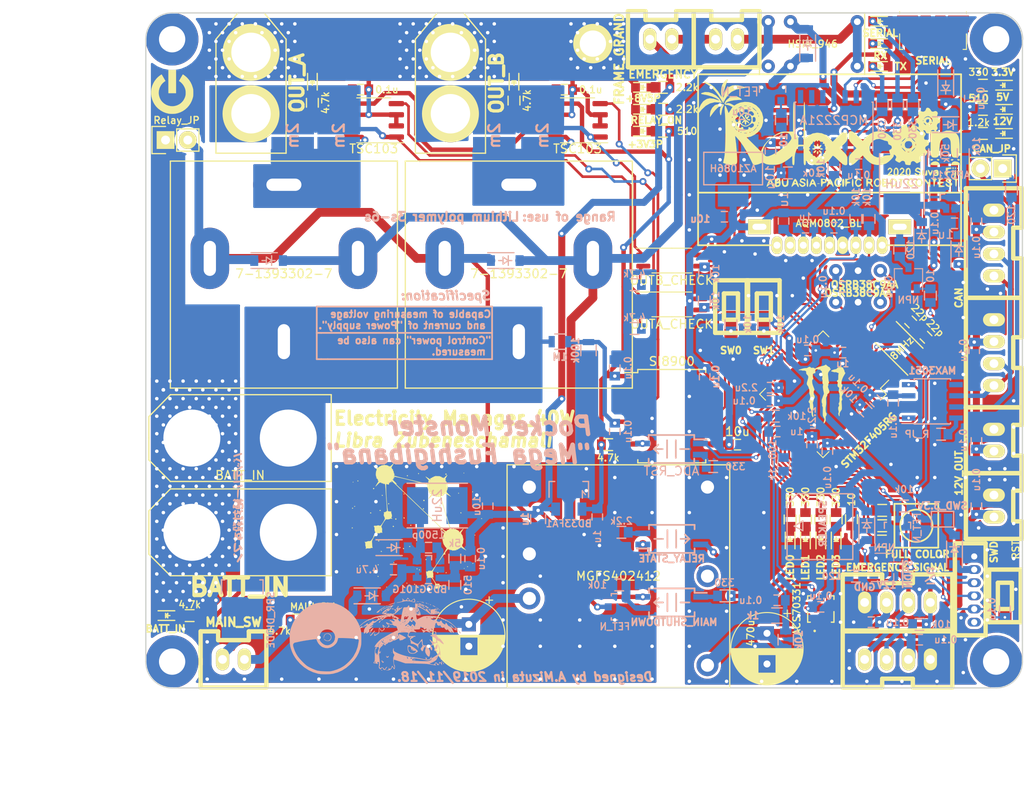
<source format=kicad_pcb>
(kicad_pcb (version 20171130) (host pcbnew "(5.1.4)-1")
  (layers (0 F.Cu signal) (31 B.Cu signal) (34 B.Paste user) (35 F.Paste user) (36 B.SilkS user) (37 F.SilkS user) (38 B.Mask user) (39 F.Mask user) (44 Edge.Cuts user))
  (net 0 "")
  (net 1 GND)
  (net 2 /OSC_IN)
  (net 3 +12V)
  (net 4 +3.3V)
  (net 5 /OSC_OUT)
  (net 6 "Net-(C11-Pad1)")
  (net 7 "Net-(C13-Pad1)")
  (net 8 +5V)
  (net 9 "Net-(C20-Pad2)")
  (net 10 "Net-(C21-Pad2)")
  (net 11 "Net-(C21-Pad1)")
  (net 12 3V3)
  (net 13 GNDPWR)
  (net 14 "Net-(C23-Pad1)")
  (net 15 "Net-(C23-Pad2)")
  (net 16 "Net-(C31-Pad1)")
  (net 17 /24V)
  (net 18 /ADC12_IN4)
  (net 19 "Net-(C35-Pad1)")
  (net 20 /Voltage)
  (net 21 /ADC12_IN5)
  (net 22 /ADC12_IN6)
  (net 23 "Net-(D1-Pad2)")
  (net 24 "Net-(D1-Pad1)")
  (net 25 "Net-(D2-Pad1)")
  (net 26 "Net-(D3-Pad1)")
  (net 27 "Net-(D4-Pad1)")
  (net 28 "Net-(D5-Pad1)")
  (net 29 "Net-(D6-Pad1)")
  (net 30 "Net-(D7-Pad1)")
  (net 31 "Net-(D8-Pad1)")
  (net 32 "Net-(D9-Pad1)")
  (net 33 +BATT)
  (net 34 "Net-(D10-Pad3)")
  (net 35 "Net-(D13-Pad1)")
  (net 36 "Net-(D14-Pad1)")
  (net 37 "Net-(D15-Pad1)")
  (net 38 "Net-(D16-Pad1)")
  (net 39 "Net-(D17-Pad1)")
  (net 40 "Net-(D18-Pad1)")
  (net 41 "Net-(D19-Pad1)")
  (net 42 "Net-(D20-Pad1)")
  (net 43 /Relay_Out)
  (net 44 "Net-(JP3-Pad1)")
  (net 45 /CAN_L)
  (net 46 /SWDIO)
  (net 47 /SWCLK)
  (net 48 /CAN_H)
  (net 49 /Relay_state)
  (net 50 /Fource_shutdown)
  (net 51 /USART1_TX)
  (net 52 /USART1_RX)
  (net 53 "Net-(P10-Pad2)")
  (net 54 /Coil)
  (net 55 "Net-(IC2-Pad3)")
  (net 56 "Net-(Q2-Pad1)")
  (net 57 "Net-(Q3-Pad1)")
  (net 58 "Net-(Q3-Pad3)")
  (net 59 /PB5)
  (net 60 "Net-(R8-Pad1)")
  (net 61 /PC0)
  (net 62 "Net-(IC3-Pad2)")
  (net 63 "Net-(R12-Pad1)")
  (net 64 /PC1)
  (net 65 "Net-(IC2-Pad1)")
  (net 66 /PC3)
  (net 67 /PC4)
  (net 68 /PC5)
  (net 69 /TIM1_CH1)
  (net 70 /TIM1_CH2)
  (net 71 /TIM1_CH3)
  (net 72 /TIM1_CH4)
  (net 73 "Net-(IC4-Pad2)")
  (net 74 /I2C2_SCL)
  (net 75 /I2C2_SDA)
  (net 76 "Net-(IC4-Pad4)")
  (net 77 /FB)
  (net 78 "Net-(R47-Pad2)")
  (net 79 /CAN1_TX)
  (net 80 /CAN1_RX)
  (net 81 "Net-(U1-Pad5)")
  (net 82 "Net-(U2-Pad3)")
  (net 83 /PC2)
  (net 84 /USART2_TX)
  (net 85 /USART2_RX)
  (net 86 "Net-(U2-Pad45)")
  (net 87 "Net-(U2-Pad51)")
  (net 88 "Net-(U2-Pad52)")
  (net 89 "Net-(U2-Pad53)")
  (net 90 "Net-(U2-Pad54)")
  (net 91 "Net-(U2-Pad55)")
  (net 92 "Net-(U2-Pad56)")
  (net 93 "Net-(U4-Pad1)")
  (net 94 "Net-(U6-Pad6)")
  (net 95 "Net-(U6-Pad11)")
  (net 96 "Net-(U6-Pad14)")
  (net 97 "Net-(U6-Pad15)")
  (net 98 "Net-(P1-Pad6)")
  (net 99 "Net-(C25-Pad1)")
  (net 100 /ADC12_IN7)
  (net 101 /PC15)
  (net 102 "Net-(P11-Pad2)")
  (net 103 "Net-(R44-Pad2)")
  (net 104 /PB15)
  (net 105 /PB14)
  (net 106 /PB13)
  (net 107 /PB12)
  (net 108 "Net-(D25-Pad1)")
  (net 109 "Net-(Q7-Pad1)")
  (net 110 "Net-(U19-Pad8)")
  (net 111 "Net-(D26-Pad2)")
  (net 112 "Net-(D27-Pad2)")
  (net 113 "Net-(D28-Pad2)")
  (net 114 "Net-(D29-Pad1)")
  (net 115 "Net-(R59-Pad2)")
  (net 116 "Net-(U19-Pad9)")
  (net 117 "Net-(U19-Pad10)")
  (net 118 /D-)
  (net 119 /D+)
  (net 120 "Net-(U22-Pad3)")
  (net 121 "Net-(J1-Pad6)")
  (net 122 "Net-(J1-Pad4)")
  (net 123 "Net-(R19-Pad2)")
  (net 124 "Net-(R51-Pad2)")
  (net 125 "Net-(R58-Pad2)")
  (net 126 "Net-(C36-Pad1)")
  (net 127 "Net-(C36-Pad2)")
  (net 128 /PC13)
  (net 129 "Net-(R29-Pad2)")
  (net 130 "Net-(Q2-Pad3)")
  (net 131 "Net-(R1-Pad2)")
  (net 132 "Net-(R5-Pad2)")
  (net 133 /PC6)
  (net 134 /PC7)
  (net 135 /PC8)
  (net 136 /PC9)
  (net 137 /ADC12_IN9)
  (net 138 /ADC12_IN8)
  (net 139 "Net-(R21-Pad2)")
  (net 140 "Net-(C30-Pad1)")
  (net 141 /~RST)
  (net 142 OUT_A)
  (net 143 OUT_B)
  (net 144 "Net-(R50-Pad2)")
  (net 145 /OUTB_Current)
  (net 146 /OUTA_Current)
  (net 147 /CoilReadPin_PA15)
  (net 148 "Net-(U2-Pad28)")
  (net 149 /PA1)
  (net 150 /PA0)
  (net 151 +8V)
  (net 152 /To_CurrentA)
  (net 153 /To_CurrentB)
  (net 154 "Net-(DCDC1-Pad2)")
  (module Mizz_lib:WSHP2818 (layer B.Cu) (at 70 112 90)
    (fp_text reference R56 hide)
    (fp_text value 2m (at 0 0 90) (layer B.SilkS) (effects (font (size 1.27 1.27) (thickness 0.254)) (justify mirror)))
    (pad 2 smd rect (at 2.1 0 90) (size 3.9 4.85) (layers B.Cu B.Paste B.Mask) (net 142 OUT_A))
    (pad 1 smd rect (at -2.1 0 90) (size 3.9 4.85) (layers B.Cu B.Paste B.Mask) (net 152 /To_CurrentA))
  )
  (module Mizz_lib:WSHP2818 (layer B.Cu) (at 64.75 112 90)
    (fp_text reference R55 hide)
    (fp_text value 2m (at 0 0 90) (layer B.SilkS) (effects (font (size 1.27 1.27) (thickness 0.254)) (justify mirror)))
    (pad 1 smd rect (at -2.1 0 90) (size 3.9 4.85) (layers B.Cu B.Paste B.Mask) (net 152 /To_CurrentA))
    (pad 2 smd rect (at 2.1 0 90) (size 3.9 4.85) (layers B.Cu B.Paste B.Mask) (net 142 OUT_A))
  )
  (module Mizz_lib:SOIJ-4_5.3x5.3mm_Pitch1.27mm (layer B.Cu) (at 107.96 147.75 180)
    (fp_text reference IC4 hide)
    (fp_text value ADC_RST (at 0 -2.5) (layer B.SilkS) (effects (justify mirror)))
    (pad 4 smd rect (at 3.3 0.635 180) (size 1.7 0.65) (layers B.Cu B.Paste B.Mask) (net 76 "Net-(IC4-Pad4)"))
    (pad 3 smd rect (at 3.3 -0.635 180) (size 1.7 0.65) (layers B.Cu B.Paste B.Mask) (net 13 GNDPWR))
    (pad 2 smd rect (at -3.3 -0.635 180) (size 1.7 0.65) (layers B.Cu B.Paste B.Mask) (net 73 "Net-(IC4-Pad2)"))
    (pad 1 smd rect (at -3.3 0.635 180) (size 1.7 0.65) (layers B.Cu B.Paste B.Mask) (net 104 /PB15))
  )
  (module Mizz_lib:OSRB38C9AA (layer F.Cu) (at 129.25 127.4 180)
    (fp_text reference U21 hide)
    (fp_text value OSRB38C9AA (at 0 -2.54) (layer F.SilkS) (effects (font (size 0.8 0.8) (thickness 0.2))))
    (pad 1 thru_hole circle (at -2.54 0 180) (size 1.524 1.524) (drill 0.762) (layers *.Cu *.Mask) (net 61 /PC0))
    (pad 2 thru_hole circle (at 0 0 180) (size 1.524 1.524) (drill 0.762) (layers *.Cu *.Mask) (net 1 GND))
    (pad 3 thru_hole circle (at 2.54 0 180) (size 1.524 1.524) (drill 0.762) (layers *.Cu *.Mask) (net 8 +5V))
  )
  (module Mizz_lib:C_0603 (layer F.Cu) (at 135.25 133.25 315)
    (fp_text reference C5 hide)
    (fp_text value 22p (at 0 -1.5 315) (layer F.SilkS) (effects (font (size 0.8 0.8))))
    (pad 1 smd rect (at -0.949999 0 315) (size 1 1.2) (layers F.Cu F.Paste F.Mask) (net 5 /OSC_OUT))
    (pad 2 smd rect (at 0.93 0 315) (size 1 1.2) (layers F.Cu F.Paste F.Mask) (net 1 GND))
  )
  (module Mizz_lib:Crystal_SMD_5032_2Pads (layer F.Cu) (at 134.25 136.25 135)
    (fp_text reference X1 hide)
    (fp_text value 8MHz (at 0 0 -135) (layer F.SilkS) (effects (font (size 0.8 0.8))))
    (pad 2 smd rect (at 2.05 0 135) (size 2 2.4) (layers F.Cu F.Paste F.Mask) (net 5 /OSC_OUT))
    (pad 1 smd rect (at -2.05 0 135) (size 2 2.4) (layers F.Cu F.Paste F.Mask) (net 2 /OSC_IN))
  )
  (module Mizz_lib:C_0603 (layer B.Cu) (at 124 147.25 270)
    (fp_text reference C13 hide)
    (fp_text value 2.2u (at -3 0 270) (layer B.SilkS) (effects (font (size 0.8 0.8)) (justify mirror)))
    (pad 2 smd rect (at 0.93 0 270) (size 1 1.2) (layers B.Cu B.Paste B.Mask) (net 1 GND))
    (pad 1 smd rect (at -0.949999 0 270) (size 1 1.2) (layers B.Cu B.Paste B.Mask) (net 7 "Net-(C13-Pad1)"))
  )
  (module Mizz_lib:R_0603 (layer F.Cu) (at 132 156.5)
    (fp_text reference R5 hide)
    (fp_text value 330)
    (pad 1 smd rect (at -0.78 0) (size 1 1.2) (layers F.Cu F.Paste F.Mask) (net 71 /TIM1_CH3))
    (pad 2 smd rect (at 0.78 0) (size 1 1.2) (layers F.Cu F.Paste F.Mask) (net 132 "Net-(R5-Pad2)"))
  )
  (module Mizz_lib:R_0603 (layer F.Cu) (at 131.97 158.25)
    (fp_text reference R21 hide)
    (fp_text value 330)
    (pad 2 smd rect (at 0.78 0) (size 1 1.2) (layers F.Cu F.Paste F.Mask) (net 139 "Net-(R21-Pad2)"))
    (pad 1 smd rect (at -0.78 0) (size 1 1.2) (layers F.Cu F.Paste F.Mask) (net 70 /TIM1_CH2))
  )
  (module Mizz_lib:R_0603 (layer F.Cu) (at 132 154.75)
    (fp_text reference R1 hide)
    (fp_text value 330)
    (pad 2 smd rect (at 0.78 0) (size 1 1.2) (layers F.Cu F.Paste F.Mask) (net 131 "Net-(R1-Pad2)"))
    (pad 1 smd rect (at -0.78 0) (size 1 1.2) (layers F.Cu F.Paste F.Mask) (net 72 /TIM1_CH4))
  )
  (module Mizz_lib:C_0603 (layer B.Cu) (at 133.25 142.5 270)
    (fp_text reference C4 hide)
    (fp_text value 0.1u (at 2.75 0 270) (layer B.SilkS) (effects (font (size 0.8 0.8)) (justify mirror)))
    (pad 1 smd rect (at -0.95 0 270) (size 1 1.2) (layers B.Cu B.Paste B.Mask) (net 4 +3.3V))
    (pad 2 smd rect (at 0.93 0 270) (size 1 1.2) (layers B.Cu B.Paste B.Mask) (net 1 GND))
  )
  (module Mizz_lib:C_0603 (layer B.Cu) (at 119.25 140.75 180)
    (fp_text reference C11 hide)
    (fp_text value 2.2u (at 2.75 0 180) (layer B.SilkS) (effects (font (size 0.8 0.8)) (justify mirror)))
    (pad 1 smd rect (at -0.949999 0 180) (size 1 1.2) (layers B.Cu B.Paste B.Mask) (net 6 "Net-(C11-Pad1)"))
    (pad 2 smd rect (at 0.93 0 180) (size 1 1.2) (layers B.Cu B.Paste B.Mask) (net 1 GND))
  )
  (module Mizz_lib:Inductor_Taiyo-Yuden_NR-50xx_HandSoldering (layer B.Cu) (at 134.25 117.5 90)
    (fp_text reference L1 hide)
    (fp_text value 22uH (at 0 0) (layer B.SilkS) (effects (justify mirror)))
    (pad 2 smd rect (at 2.25 0 90) (size 2.4 4.2) (layers B.Cu B.Paste B.Mask) (net 35 "Net-(D13-Pad1)"))
    (pad 1 smd rect (at -2.25 0 90) (size 2.4 4.2) (layers B.Cu B.Paste B.Mask) (net 14 "Net-(C23-Pad1)"))
  )
  (module Mizz_lib:C_0603 (layer B.Cu) (at 126.5 122.5)
    (fp_text reference C19 hide)
    (fp_text value 0.1u (at 0 -1.9) (layer B.SilkS) (effects (font (size 0.8 0.8)) (justify mirror)))
    (pad 1 smd rect (at -0.95 0) (size 1 1.2) (layers B.Cu B.Paste B.Mask) (net 4 +3.3V))
    (pad 2 smd rect (at 0.93 0) (size 1 1.2) (layers B.Cu B.Paste B.Mask) (net 1 GND))
  )
  (module Mizz_lib:SOD-123 (layer B.Cu) (at 140.75 125 90)
    (fp_text reference D12 hide)
    (fp_text value DIODE hide)
    (pad 1 smd rect (at -1.635 0 90) (size 0.91 1.22) (layers B.Cu B.Paste B.Mask) (net 3 +12V))
    (pad 2 smd rect (at 1.635 0 90) (size 0.91 1.22) (layers B.Cu B.Paste B.Mask) (net 99 "Net-(C25-Pad1)"))
  )
  (module Mizz_lib:R_0603 (layer B.Cu) (at 120.5 110.25 90)
    (fp_text reference R48 hide)
    (fp_text value 10 (at -2.25 0.25 90) (layer B.SilkS) (effects (font (size 0.8 0.8) (thickness 0.2)) (justify mirror)))
    (pad 1 smd rect (at -0.78 0 90) (size 1 1.2) (layers B.Cu B.Paste B.Mask) (net 83 /PC2))
    (pad 2 smd rect (at 0.78 0 90) (size 1 1.2) (layers B.Cu B.Paste B.Mask) (net 109 "Net-(Q7-Pad1)"))
  )
  (module Mizz_lib:LED_0603 (layer F.Cu) (at 123.25 158.03 90)
    (fp_text reference D6 hide)
    (fp_text value LED1 (at -3.22 0 90) (layer F.SilkS) (effects (font (size 0.8 0.8) (thickness 0.2))))
    (pad 2 smd rect (at -0.88 0 270) (size 1 1.2) (layers F.Cu F.Paste F.Mask) (net 1 GND))
    (pad 1 smd rect (at 0.88 0 270) (size 1 1.2) (layers F.Cu F.Paste F.Mask) (net 29 "Net-(D6-Pad1)"))
  )
  (module Mizz_lib:C_0603 (layer B.Cu) (at 119.25 142.25)
    (fp_text reference C9 hide)
    (fp_text value 0.1u (at -3 0) (layer B.SilkS) (effects (font (size 0.8 0.8)) (justify mirror)))
    (pad 2 smd rect (at 0.93 0) (size 1 1.2) (layers B.Cu B.Paste B.Mask) (net 4 +3.3V))
    (pad 1 smd rect (at -0.95 0) (size 1 1.2) (layers B.Cu B.Paste B.Mask) (net 1 GND))
  )
  (module Mizz_lib:UGCT7525AN4 (layer B.Cu) (at 125.25 156.25 180)
    (fp_text reference SP1 hide)
    (fp_text value SPEAKER (at 0 0 270) (layer B.SilkS) (effects (font (size 0.8 0.8) (thickness 0.2)) (justify mirror)))
    (pad 3 smd rect (at 3.6 -3.6 180) (size 2.3 2.3) (layers B.Cu B.Paste B.Mask))
    (pad 2 smd rect (at -3 -3.6 180) (size 2.3 2.3) (layers B.Cu B.Paste B.Mask) (net 32 "Net-(D9-Pad1)"))
    (pad 1 smd rect (at -3 3 180) (size 2.3 2.3) (layers B.Cu B.Paste B.Mask) (net 4 +3.3V))
  )
  (module Mizz_lib:C_0603 (layer B.Cu) (at 111.75 139.5 270)
    (fp_text reference C27 hide)
    (fp_text value 0.1u (at 0 -1.25 270) (layer B.SilkS) (effects (font (size 0.8 0.8) (thickness 0.2)) (justify mirror)))
    (pad 2 smd rect (at 0.93 0 270) (size 1 1.2) (layers B.Cu B.Paste B.Mask) (net 1 GND))
    (pad 1 smd rect (at -0.95 0 270) (size 1 1.2) (layers B.Cu B.Paste B.Mask) (net 4 +3.3V))
  )
  (module Mizz_lib:C_0603 (layer B.Cu) (at 120 165 180)
    (fp_text reference C44 hide)
    (fp_text value 0.1u (at 3 0 180) (layer B.SilkS) (effects (font (size 0.8 0.8)) (justify mirror)))
    (pad 1 smd rect (at -0.95 0 180) (size 1 1.2) (layers B.Cu B.Paste B.Mask) (net 138 /ADC12_IN8))
    (pad 2 smd rect (at 0.93 0 180) (size 1 1.2) (layers B.Cu B.Paste B.Mask) (net 1 GND))
  )
  (module Mizz_lib:SOT-23 (layer B.Cu) (at 119.5 107 180)
    (fp_text reference Q7 hide)
    (fp_text value FET_N (at 3.75 0 180) (layer B.SilkS) (effects (justify mirror)))
    (pad 1 smd rect (at -0.95 -1.00076 180) (size 0.8001 0.8001) (layers B.Cu B.Paste B.Mask) (net 109 "Net-(Q7-Pad1)"))
    (pad 2 smd rect (at 0.95 -1.00076 180) (size 0.8001 0.8001) (layers B.Cu B.Paste B.Mask) (net 1 GND))
    (pad 3 smd rect (at 0 0.99822 180) (size 0.8001 0.8001) (layers B.Cu B.Paste B.Mask) (net 108 "Net-(D25-Pad1)"))
  )
  (module Mizz_lib:R_0603 (layer B.Cu) (at 146.75 118.25 90)
    (fp_text reference R6 hide)
    (fp_text value 120 (at -2.75 0 90) (layer B.SilkS) (effects (font (size 0.8 0.8)) (justify mirror)))
    (pad 2 smd rect (at 0.78 0 90) (size 1 1.2) (layers B.Cu B.Paste B.Mask) (net 44 "Net-(JP3-Pad1)"))
    (pad 1 smd rect (at -0.78 0 90) (size 1 1.2) (layers B.Cu B.Paste B.Mask) (net 48 /CAN_H))
  )
  (module RP_KiCAD_Connector:XT60_F (layer F.Cu) (at 82.75 106 270)
    (fp_text reference P15 hide)
    (fp_text value OUT_B (at 0 -5.25 270) (layer F.SilkS) (effects (font (size 1.5 1.5) (thickness 0.375))))
    (pad 1 thru_hole circle (at -3.5 0 270) (size 6.5 6.5) (drill 4.5) (layers *.Cu *.Mask F.SilkS) (net 13 GNDPWR))
    (pad 2 thru_hole circle (at 3.5 0 270) (size 6.5 6.5) (drill 4.5) (layers *.Cu *.Mask F.SilkS) (net 143 OUT_B))
  )
  (module RP_KiCAD_Connector:XT60_M (layer F.Cu) (at 60 106 270)
    (fp_text reference P17 hide)
    (fp_text value OUT_A (at 0 -5.25 270) (layer F.SilkS) (effects (font (size 1.5 1.5) (thickness 0.375))))
    (pad 2 thru_hole circle (at 3.5 0 270) (size 6.5 6.5) (drill 4.5) (layers *.Cu *.Mask F.SilkS) (net 142 OUT_A))
    (pad 1 thru_hole circle (at -3.5 0 270) (size 6.5 6.5) (drill 4.5) (layers *.Cu *.Mask F.SilkS) (net 13 GNDPWR))
  )
  (module Mizz_lib:GS2 (layer B.Cu) (at 138.885 155.75 90)
    (fp_text reference JP2 hide)
    (fp_text value SWD_3.3V (at 1.524 0) (layer B.SilkS) (effects (font (size 0.8 0.8) (thickness 0.2)) (justify mirror)))
    (pad 2 smd rect (at 0 -0.635 90) (size 1.27 0.9652) (layers B.Cu B.Paste B.Mask) (net 4 +3.3V))
    (pad 1 smd rect (at 0 0.635 90) (size 1.27 0.9652) (layers B.Cu B.Paste B.Mask) (net 23 "Net-(D1-Pad2)"))
  )
  (module Mizz_lib:C_0603 (layer B.Cu) (at 131.25 142.25 135)
    (fp_text reference C12 hide)
    (fp_text value 0.1u (at 2.828427 0 135) (layer B.SilkS) (effects (font (size 0.8 0.8)) (justify mirror)))
    (pad 1 smd rect (at -0.949999 0 135) (size 1 1.2) (layers B.Cu B.Paste B.Mask) (net 1 GND))
    (pad 2 smd rect (at 0.93 0 135) (size 1 1.2) (layers B.Cu B.Paste B.Mask) (net 4 +3.3V))
  )
  (module Mizz_lib:C_0603 (layer B.Cu) (at 120.75 121.75 270)
    (fp_text reference C20 hide)
    (fp_text value 1u (at -2.5 0 270) (layer B.SilkS) (effects (justify mirror)))
    (pad 2 smd rect (at 0.93 0 270) (size 1 1.2) (layers B.Cu B.Paste B.Mask) (net 9 "Net-(C20-Pad2)"))
    (pad 1 smd rect (at -0.95 0 270) (size 1 1.2) (layers B.Cu B.Paste B.Mask) (net 4 +3.3V))
  )
  (module Mizz_lib:C_0603 (layer B.Cu) (at 138 119 90)
    (fp_text reference C23 hide)
    (fp_text value 0.1u (at -3 0 90) (layer B.SilkS) (effects (font (size 0.8 0.8)) (justify mirror)))
    (pad 1 smd rect (at -0.95 0 90) (size 1 1.2) (layers B.Cu B.Paste B.Mask) (net 14 "Net-(C23-Pad1)"))
    (pad 2 smd rect (at 0.93 0 90) (size 1 1.2) (layers B.Cu B.Paste B.Mask) (net 15 "Net-(C23-Pad2)"))
  )
  (module Mizz_lib:C_0603 (layer B.Cu) (at 119.25 113.75 270)
    (fp_text reference C24 hide)
    (fp_text value 10u (at 3 0 270) (layer B.SilkS) (effects (justify mirror)))
    (pad 1 smd rect (at -0.95 0 270) (size 1 1.2) (layers B.Cu B.Paste B.Mask) (net 8 +5V))
    (pad 2 smd rect (at 0.93 0 270) (size 1 1.2) (layers B.Cu B.Paste B.Mask) (net 1 GND))
  )
  (module Mizz_lib:C_0603 (layer B.Cu) (at 140.25 122 180)
    (fp_text reference C25 hide)
    (fp_text value 1u (at 1 -1.25 180) (layer B.SilkS) (effects (justify mirror)))
    (pad 2 smd rect (at 0.93 0 180) (size 1 1.2) (layers B.Cu B.Paste B.Mask) (net 1 GND))
    (pad 1 smd rect (at -0.95 0 180) (size 1 1.2) (layers B.Cu B.Paste B.Mask) (net 99 "Net-(C25-Pad1)"))
  )
  (module Mizz_lib:C_0603 (layer B.Cu) (at 114 121.25 180)
    (fp_text reference C26 hide)
    (fp_text value 10u (at 2.75 -0.25 180) (layer B.SilkS) (effects (font (size 0.8 0.8) (thickness 0.2)) (justify mirror)))
    (pad 1 smd rect (at -0.95 0 180) (size 1 1.2) (layers B.Cu B.Paste B.Mask) (net 4 +3.3V))
    (pad 2 smd rect (at 0.93 0 180) (size 1 1.2) (layers B.Cu B.Paste B.Mask) (net 1 GND))
  )
  (module Mizz_lib:C_0603 (layer F.Cu) (at 115.5 147.25)
    (fp_text reference C28 hide)
    (fp_text value 10u (at 0 -1.5) (layer F.SilkS))
    (pad 2 smd rect (at 0.93 0) (size 1 1.2) (layers F.Cu F.Paste F.Mask) (net 1 GND))
    (pad 1 smd rect (at -0.95 0) (size 1 1.2) (layers F.Cu F.Paste F.Mask) (net 4 +3.3V))
  )
  (module Mizz_lib:SOD-123 (layer B.Cu) (at 140.25 159.25 90)
    (fp_text reference D1 hide)
    (fp_text value DIODE hide)
    (pad 2 smd rect (at 1.635 0 90) (size 0.91 1.22) (layers B.Cu B.Paste B.Mask) (net 23 "Net-(D1-Pad2)"))
    (pad 1 smd rect (at -1.635 0 90) (size 0.91 1.22) (layers B.Cu B.Paste B.Mask) (net 24 "Net-(D1-Pad1)"))
  )
  (module Mizz_lib:SOD-123 (layer B.Cu) (at 130.25 156.5 90)
    (fp_text reference D9 hide)
    (fp_text value DIODE hide)
    (pad 1 smd rect (at -1.635 0 90) (size 0.91 1.22) (layers B.Cu B.Paste B.Mask) (net 32 "Net-(D9-Pad1)"))
    (pad 2 smd rect (at 1.635 0 90) (size 0.91 1.22) (layers B.Cu B.Paste B.Mask) (net 4 +3.3V))
  )
  (module Mizz_lib:SOD-123 (layer B.Cu) (at 136.5 123.5 90)
    (fp_text reference D11 hide)
    (fp_text value DIODE hide)
    (pad 2 smd rect (at 1.635 0 90) (size 0.91 1.22) (layers B.Cu B.Paste B.Mask) (net 14 "Net-(C23-Pad1)"))
    (pad 1 smd rect (at -1.635 0 90) (size 0.91 1.22) (layers B.Cu B.Paste B.Mask) (net 1 GND))
  )
  (module Mizz_lib:SOD-123 (layer B.Cu) (at 139.75 110.75)
    (fp_text reference D13 hide)
    (fp_text value DIODE hide)
    (pad 2 smd rect (at 1.635 0) (size 0.91 1.22) (layers B.Cu B.Paste B.Mask) (net 8 +5V))
    (pad 1 smd rect (at -1.635 0) (size 0.91 1.22) (layers B.Cu B.Paste B.Mask) (net 35 "Net-(D13-Pad1)"))
  )
  (module Mizz_lib:SOD-123 (layer B.Cu) (at 73.75 164.5)
    (fp_text reference D21 hide)
    (fp_text value DIODE hide)
    (pad 1 smd rect (at -1.635 0) (size 0.91 1.22) (layers B.Cu B.Paste B.Mask) (net 17 /24V))
    (pad 2 smd rect (at 1.635 0) (size 0.91 1.22) (layers B.Cu B.Paste B.Mask) (net 16 "Net-(C31-Pad1)"))
  )
  (module Mizz_lib:Pin_Header_Straight_1x02 (layer F.Cu) (at 145.75 115.75 270)
    (fp_text reference JP3 hide)
    (fp_text value CAN_JP (at -2.25 1.25) (layer F.SilkS) (effects (font (size 0.8 0.8) (thickness 0.2))))
    (pad 1 thru_hole rect (at 0 0 270) (size 2.032 2.032) (drill 1.016) (layers *.Cu *.Mask F.SilkS) (net 44 "Net-(JP3-Pad1)"))
    (pad 2 thru_hole oval (at 0 2.54 270) (size 2.032 2.032) (drill 1.016) (layers *.Cu *.Mask F.SilkS) (net 45 /CAN_L))
  )
  (module Mizz_lib:XA_4T (layer F.Cu) (at 144.75 128 90)
    (fp_text reference P3 hide)
    (fp_text value CAN)
    (pad 4 thru_hole oval (at 0 0 90) (size 1.5 2.5) (drill 1) (layers *.Cu *.Mask F.SilkS) (net 45 /CAN_L))
    (pad 3 thru_hole oval (at 2.5 0 90) (size 1.5 2.5) (drill 1) (layers *.Cu *.Mask F.SilkS) (net 48 /CAN_H))
    (pad 2 thru_hole oval (at 5 0 90) (size 1.5 2.5) (drill 1) (layers *.Cu *.Mask F.SilkS) (net 3 +12V))
    (pad 1 thru_hole oval (at 7.5 0 90) (size 1.5 2.5) (drill 1) (layers *.Cu *.Mask F.SilkS) (net 1 GND))
  )
  (module Mizz_lib:XA_2T (layer F.Cu) (at 59.25 171.75 180)
    (fp_text reference P9 hide)
    (fp_text value MAIN_SW (at 1.25 4.25 180) (layer F.SilkS) (effects (font (thickness 0.25))))
    (pad 2 thru_hole oval (at 0 0 180) (size 1.5 2.5) (drill 1) (layers *.Cu *.Mask F.SilkS) (net 17 /24V))
    (pad 1 thru_hole oval (at 2.5 0 180) (size 1.5 2.5) (drill 1) (layers *.Cu *.Mask F.SilkS) (net 34 "Net-(D10-Pad3)"))
  )
  (module Mizz_lib:XT90PB (layer F.Cu) (at 58.75 157.25 180)
    (fp_text reference P13 hide)
    (fp_text value BATT_IN (at 0 -6.25 180) (layer F.SilkS) (effects (font (size 2 2) (thickness 0.5))))
    (pad 1 thru_hole circle (at 5.5 0 180) (size 8.5 8.5) (drill 6.5) (layers *.Cu *.Mask) (net 13 GNDPWR))
    (pad 2 thru_hole circle (at -5.5 0 180) (size 8.5 8.5) (drill 6.5) (layers *.Cu *.Mask) (net 33 +BATT))
  )
  (module Mizz_lib:XT90PB (layer F.Cu) (at 58.75 146.5 180)
    (fp_text reference P16 hide)
    (fp_text value BATT_IN (at 0 -4.25 180) (layer F.SilkS))
    (pad 2 thru_hole circle (at -5.5 0 180) (size 8.5 8.5) (drill 6.5) (layers *.Cu *.Mask) (net 33 +BATT))
    (pad 1 thru_hole circle (at 5.5 0 180) (size 8.5 8.5) (drill 6.5) (layers *.Cu *.Mask) (net 13 GNDPWR))
  )
  (module Mizz_lib:SW_SPST_CK_RS282G05A3 (layer F.Cu) (at 146 164.5 270)
    (fp_text reference SW1 hide)
    (fp_text value RST (at -5.25 -1.25 270) (layer F.SilkS) (effects (font (size 0.8 0.8))))
    (pad 2 smd rect (at -2.8 0 270) (size 2.6 1.5) (layers F.Cu F.Paste F.Mask) (net 1 GND))
    (pad 1 smd rect (at 2.8 0 270) (size 2.6 1.5) (layers F.Cu F.Paste F.Mask) (net 141 /~RST))
  )
  (module Mizz_lib:TSOT-6-MK06A (layer B.Cu) (at 140.25 119)
    (fp_text reference U5 hide)
    (fp_text value AP3211 (at -0.5 -2.5) (layer B.SilkS) (effects (font (size 0.8 0.8)) (justify mirror)))
    (pad 6 smd rect (at -0.94996 1.30048) (size 0.69088 1.00076) (layers B.Cu B.Paste B.Mask) (net 14 "Net-(C23-Pad1)"))
    (pad 5 smd rect (at 0 1.30048) (size 0.69088 1.00076) (layers B.Cu B.Paste B.Mask) (net 99 "Net-(C25-Pad1)"))
    (pad 4 smd rect (at 0.94996 1.30048) (size 0.69088 1.00076) (layers B.Cu B.Paste B.Mask) (net 99 "Net-(C25-Pad1)"))
    (pad 3 smd rect (at 0.94996 -1.30048) (size 0.69088 1.00076) (layers B.Cu B.Paste B.Mask) (net 77 /FB))
    (pad 2 smd rect (at 0 -1.30048) (size 0.69088 1.00076) (layers B.Cu B.Paste B.Mask) (net 1 GND))
    (pad 1 smd rect (at -0.94996 -1.30048) (size 0.69088 1.00076) (layers B.Cu B.Paste B.Mask) (net 15 "Net-(C23-Pad2)"))
  )
  (module Mizz_lib:AZ1086H (layer B.Cu) (at 115 115.75)
    (fp_text reference U7 hide)
    (fp_text value AZ1086H (at 0 0) (layer B.SilkS) (effects (font (size 0.8 0.8)) (justify mirror)))
    (pad 2 smd rect (at 0 -2.9) (size 1.2 2) (layers B.Cu B.Paste B.Mask) (net 4 +3.3V))
    (pad 1 smd rect (at -2.3 -2.9) (size 1.2 2) (layers B.Cu B.Paste B.Mask) (net 1 GND))
    (pad 3 smd rect (at 2.3 -2.9) (size 1.2 2) (layers B.Cu B.Paste B.Mask) (net 8 +5V))
    (pad 2 smd rect (at 0 3.1) (size 3.5 2.5) (layers B.Cu B.Paste B.Mask) (net 4 +3.3V))
  )
  (module Mizz_lib:SOIJ-4_5.3x5.3mm_Pitch1.27mm (layer B.Cu) (at 108 165.25 180)
    (fp_text reference IC2 hide)
    (fp_text value MAIN_SHUTDOWN (at -0.25 -2.25 180) (layer B.SilkS) (effects (font (size 0.8 0.8) (thickness 0.2)) (justify mirror)))
    (pad 1 smd rect (at -3.3 0.635 180) (size 1.7 0.65) (layers B.Cu B.Paste B.Mask) (net 65 "Net-(IC2-Pad1)"))
    (pad 2 smd rect (at -3.3 -0.635 180) (size 1.7 0.65) (layers B.Cu B.Paste B.Mask) (net 1 GND))
    (pad 3 smd rect (at 3.3 -0.635 180) (size 1.7 0.65) (layers B.Cu B.Paste B.Mask) (net 55 "Net-(IC2-Pad3)"))
    (pad 4 smd rect (at 3.3 0.635 180) (size 1.7 0.65) (layers B.Cu B.Paste B.Mask) (net 151 +8V))
  )
  (module Mizz_lib:SOIJ-4_5.3x5.3mm_Pitch1.27mm (layer B.Cu) (at 108 158)
    (fp_text reference IC3 hide)
    (fp_text value RELAY_STATE (at 0 2.25) (layer B.SilkS) (effects (font (size 0.8 0.8) (thickness 0.2)) (justify mirror)))
    (pad 4 smd rect (at 3.3 0.635) (size 1.7 0.65) (layers B.Cu B.Paste B.Mask) (net 49 /Relay_state))
    (pad 3 smd rect (at 3.3 -0.635) (size 1.7 0.65) (layers B.Cu B.Paste B.Mask) (net 1 GND))
    (pad 2 smd rect (at -3.3 -0.635) (size 1.7 0.65) (layers B.Cu B.Paste B.Mask) (net 62 "Net-(IC3-Pad2)"))
    (pad 1 smd rect (at -3.3 0.635) (size 1.7 0.65) (layers B.Cu B.Paste B.Mask) (net 54 /Coil))
  )
  (module Mizz_lib:ZH_6T (layer F.Cu) (at 142.5 160 270)
    (fp_text reference P1 hide)
    (fp_text value SWD (at -0.5 -2.25 270) (layer F.SilkS) (effects (font (size 0.8 0.8) (thickness 0.2))))
    (pad 1 thru_hole oval (at 0 0 270) (size 1 1.524) (drill 0.7) (layers *.Cu *.Mask) (net 1 GND))
    (pad 2 thru_hole oval (at 1.5 0 270) (size 1 1.524) (drill 0.7) (layers *.Cu *.Mask) (net 24 "Net-(D1-Pad1)"))
    (pad 3 thru_hole oval (at 3 0 270) (size 1 1.524) (drill 0.7) (layers *.Cu *.Mask) (net 47 /SWCLK))
    (pad 4 thru_hole oval (at 4.5 0 270) (size 1 1.524) (drill 0.7) (layers *.Cu *.Mask) (net 46 /SWDIO))
    (pad 5 thru_hole oval (at 6 0 270) (size 1 1.524) (drill 0.7) (layers *.Cu *.Mask) (net 141 /~RST))
    (pad 6 thru_hole oval (at 7.5 0 270) (size 1 1.524) (drill 0.7) (layers *.Cu *.Mask) (net 98 "Net-(P1-Pad6)"))
  )
  (module Mizz_lib:C_0603 (layer F.Cu) (at 137 135 135)
    (fp_text reference C1 hide)
    (fp_text value 22p (at 0 1.5 135) (layer F.SilkS) (effects (font (size 0.8 0.8))))
    (pad 1 smd rect (at -0.949999 0 135) (size 1 1.2) (layers F.Cu F.Paste F.Mask) (net 2 /OSC_IN))
    (pad 2 smd rect (at 0.93 0 135) (size 1 1.2) (layers F.Cu F.Paste F.Mask) (net 1 GND))
  )
  (module Mizz_lib:C_0603 (layer B.Cu) (at 142.5 136.5 270)
    (fp_text reference C2 hide)
    (fp_text value 0.1u (at 0 1.25 270) (layer B.SilkS) (effects (font (size 0.8 0.8)) (justify mirror)))
    (pad 1 smd rect (at -0.95 0 270) (size 1 1.2) (layers B.Cu B.Paste B.Mask) (net 3 +12V))
    (pad 2 smd rect (at 0.93 0 270) (size 1 1.2) (layers B.Cu B.Paste B.Mask) (net 1 GND))
  )
  (module Mizz_lib:C_0603 (layer B.Cu) (at 146 166 90)
    (fp_text reference C3 hide)
    (fp_text value 0.1u (at 0 -1.5 90) (layer B.SilkS) (effects (font (size 0.8 0.8)) (justify mirror)))
    (pad 1 smd rect (at -0.95 0 90) (size 1 1.2) (layers B.Cu B.Paste B.Mask) (net 141 /~RST))
    (pad 2 smd rect (at 0.93 0 90) (size 1 1.2) (layers B.Cu B.Paste B.Mask) (net 1 GND))
  )
  (module Mizz_lib:C_0603 (layer B.Cu) (at 142.75 121.75 90)
    (fp_text reference C6 hide)
    (fp_text value 0.1u (at -3 0 90) (layer B.SilkS) (effects (font (size 0.8 0.8)) (justify mirror)))
    (pad 2 smd rect (at 0.93 0 90) (size 1 1.2) (layers B.Cu B.Paste B.Mask) (net 1 GND))
    (pad 1 smd rect (at -0.95 0 90) (size 1 1.2) (layers B.Cu B.Paste B.Mask) (net 3 +12V))
  )
  (module Mizz_lib:C_0603 (layer B.Cu) (at 136.25 169.5)
    (fp_text reference C7 hide)
    (fp_text value 0.1u (at 3 0) (layer B.SilkS) (effects (font (size 0.8 0.8)) (justify mirror)))
    (pad 2 smd rect (at 0.93 0) (size 1 1.2) (layers B.Cu B.Paste B.Mask) (net 1 GND))
    (pad 1 smd rect (at -0.95 0) (size 1 1.2) (layers B.Cu B.Paste B.Mask) (net 3 +12V))
  )
  (module Mizz_lib:C_0603 (layer B.Cu) (at 123.5 136.5)
    (fp_text reference C8 hide)
    (fp_text value 0.1u (at 0 -1.25) (layer B.SilkS) (effects (font (size 0.8 0.8)) (justify mirror)))
    (pad 1 smd rect (at -0.95 0) (size 1 1.2) (layers B.Cu B.Paste B.Mask) (net 1 GND))
    (pad 2 smd rect (at 0.93 0) (size 1 1.2) (layers B.Cu B.Paste B.Mask) (net 4 +3.3V))
  )
  (module Mizz_lib:C_0603 (layer B.Cu) (at 125.75 148 90)
    (fp_text reference C10 hide)
    (fp_text value 0.1u (at -3 0 90) (layer B.SilkS) (effects (font (size 0.8 0.8)) (justify mirror)))
    (pad 2 smd rect (at 0.93 0 90) (size 1 1.2) (layers B.Cu B.Paste B.Mask) (net 4 +3.3V))
    (pad 1 smd rect (at -0.95 0 90) (size 1 1.2) (layers B.Cu B.Paste B.Mask) (net 1 GND))
  )
  (module Mizz_lib:C_0603 (layer B.Cu) (at 130.75 167.5 180)
    (fp_text reference C14 hide)
    (fp_text value 0.1u (at -3 0 180) (layer B.SilkS) (effects (font (size 0.8 0.8)) (justify mirror)))
    (pad 2 smd rect (at 0.93 0 180) (size 1 1.2) (layers B.Cu B.Paste B.Mask) (net 1 GND))
    (pad 1 smd rect (at -0.95 0 180) (size 1 1.2) (layers B.Cu B.Paste B.Mask) (net 3 +12V))
  )
  (module Mizz_lib:C_0603 (layer B.Cu) (at 127.5 136.75 180)
    (fp_text reference C15 hide)
    (fp_text value 1u (at 0 -1.25 180) (layer B.SilkS) (effects (font (size 0.8 0.8)) (justify mirror)))
    (pad 2 smd rect (at 0.93 0 180) (size 1 1.2) (layers B.Cu B.Paste B.Mask) (net 4 +3.3V))
    (pad 1 smd rect (at -0.95 0 180) (size 1 1.2) (layers B.Cu B.Paste B.Mask) (net 1 GND))
  )
  (module Mizz_lib:C_0603 (layer B.Cu) (at 142.75 154.25 90)
    (fp_text reference C16 hide)
    (fp_text value 0.1u (at 3 0 90) (layer B.SilkS) (effects (font (size 0.8 0.8)) (justify mirror)))
    (pad 2 smd rect (at 0.93 0 90) (size 1 1.2) (layers B.Cu B.Paste B.Mask) (net 1 GND))
    (pad 1 smd rect (at -0.95 0 90) (size 1 1.2) (layers B.Cu B.Paste B.Mask) (net 3 +12V))
  )
  (module Mizz_lib:C_0603 (layer B.Cu) (at 142.75 146.8 90)
    (fp_text reference C17 hide)
    (fp_text value 0.1u (at 0.05 -1.5 90) (layer B.SilkS) (effects (font (size 0.8 0.8)) (justify mirror)))
    (pad 1 smd rect (at -0.95 0 90) (size 1 1.2) (layers B.Cu B.Paste B.Mask) (net 3 +12V))
    (pad 2 smd rect (at 0.93 0 90) (size 1 1.2) (layers B.Cu B.Paste B.Mask) (net 1 GND))
  )
  (module Mizz_lib:C_0603 (layer B.Cu) (at 129.32 115.25)
    (fp_text reference C18 hide)
    (fp_text value 0.1u (at 0 1.25) (layer B.SilkS) (effects (font (size 0.8 0.8)) (justify mirror)))
    (pad 1 smd rect (at -0.95 0) (size 1 1.2) (layers B.Cu B.Paste B.Mask) (net 1 GND))
    (pad 2 smd rect (at 0.93 0) (size 1 1.2) (layers B.Cu B.Paste B.Mask) (net 4 +3.3V))
  )
  (module Mizz_lib:C_0603 (layer B.Cu) (at 123.25 122.5 180)
    (fp_text reference C21 hide)
    (fp_text value 1u (at 0 1.25 180) (layer B.SilkS) (effects (font (size 0.8 0.8)) (justify mirror)))
    (pad 2 smd rect (at 0.93 0 180) (size 1 1.2) (layers B.Cu B.Paste B.Mask) (net 10 "Net-(C21-Pad2)"))
    (pad 1 smd rect (at -0.95 0 180) (size 1 1.2) (layers B.Cu B.Paste B.Mask) (net 11 "Net-(C21-Pad1)"))
  )
  (module Mizz_lib:C_0603 (layer B.Cu) (at 142 107.75 90)
    (fp_text reference C29 hide)
    (fp_text value 0.1u (at 0 1.25 90) (layer B.SilkS) (effects (font (size 0.8 0.8)) (justify mirror)))
    (pad 2 smd rect (at 0.93 0 90) (size 1 1.2) (layers B.Cu B.Paste B.Mask) (net 1 GND))
    (pad 1 smd rect (at -0.95 0 90) (size 1 1.2) (layers B.Cu B.Paste B.Mask) (net 8 +5V))
  )
  (module Mizz_lib:C_0603 (layer B.Cu) (at 85 160.25 90)
    (fp_text reference C30 hide)
    (fp_text value 0.1u (at 0 1.25 90) (layer B.SilkS) (effects (font (size 0.8 0.8)) (justify mirror)))
    (pad 2 smd rect (at 0.93 0 90) (size 1 1.2) (layers B.Cu B.Paste B.Mask) (net 151 +8V))
    (pad 1 smd rect (at -0.95 0 90) (size 1 1.2) (layers B.Cu B.Paste B.Mask) (net 140 "Net-(C30-Pad1)"))
  )
  (module Mizz_lib:C_0603 (layer B.Cu) (at 76.25 161.5 180)
    (fp_text reference C31 hide)
    (fp_text value 4.7u (at 3 0 180) (layer B.SilkS) (effects (font (size 0.8 0.8)) (justify mirror)))
    (pad 2 smd rect (at 0.93 0 180) (size 1 1.2) (layers B.Cu B.Paste B.Mask) (net 13 GNDPWR))
    (pad 1 smd rect (at -0.95 0 180) (size 1 1.2) (layers B.Cu B.Paste B.Mask) (net 16 "Net-(C31-Pad1)"))
  )
  (module Mizz_lib:C_0603 (layer B.Cu) (at 101.5 145.75 270)
    (fp_text reference C38 hide)
    (fp_text value 0.1u (at 0 -1.5 270) (layer B.SilkS) (effects (font (size 0.8 0.8)) (justify mirror)))
    (pad 1 smd rect (at -0.95 0 270) (size 1 1.2) (layers B.Cu B.Paste B.Mask) (net 20 /Voltage))
    (pad 2 smd rect (at 0.93 0 270) (size 1 1.2) (layers B.Cu B.Paste B.Mask) (net 13 GNDPWR))
  )
  (module Mizz_lib:C_0603 (layer B.Cu) (at 125 165.75)
    (fp_text reference C41 hide)
    (fp_text value 0.1u (at 0 -1.25) (layer B.SilkS) (effects (font (size 0.8 0.8)) (justify mirror)))
    (pad 2 smd rect (at 0.93 0) (size 1 1.2) (layers B.Cu B.Paste B.Mask) (net 1 GND))
    (pad 1 smd rect (at -0.95 0) (size 1 1.2) (layers B.Cu B.Paste B.Mask) (net 4 +3.3V))
  )
  (module Mizz_lib:C_0603 (layer B.Cu) (at 120 145.75)
    (fp_text reference C42 hide)
    (fp_text value 1u (at 2.25 0) (layer B.SilkS) (effects (font (size 0.8 0.8)) (justify mirror)))
    (pad 1 smd rect (at -0.95 0) (size 1 1.2) (layers B.Cu B.Paste B.Mask) (net 137 /ADC12_IN9))
    (pad 2 smd rect (at 0.93 0) (size 1 1.2) (layers B.Cu B.Paste B.Mask) (net 1 GND))
  )
  (module Mizz_lib:C_0603 (layer B.Cu) (at 99.5 155.5 90)
    (fp_text reference C43 hide)
    (fp_text value 1u (at -2.25 0 90) (layer B.SilkS) (effects (font (size 0.8 0.8)) (justify mirror)))
    (pad 1 smd rect (at -0.95 0 90) (size 1 1.2) (layers B.Cu B.Paste B.Mask) (net 13 GNDPWR))
    (pad 2 smd rect (at 0.93 0 90) (size 1 1.2) (layers B.Cu B.Paste B.Mask) (net 12 3V3))
  )
  (module Mizz_lib:LED_0603 (layer F.Cu) (at 145.75 111.75 180)
    (fp_text reference D2 hide)
    (fp_text value 12V (at 0 1.4 180) (layer F.SilkS) (effects (font (size 0.8 0.8) (thickness 0.2))))
    (pad 1 smd rect (at 0.88 0) (size 1 1.2) (layers F.Cu F.Paste F.Mask) (net 25 "Net-(D2-Pad1)"))
    (pad 2 smd rect (at -0.88 0) (size 1 1.2) (layers F.Cu F.Paste F.Mask) (net 1 GND))
  )
  (module Mizz_lib:LED_0603 (layer F.Cu) (at 145.75 109 180)
    (fp_text reference D3 hide)
    (fp_text value 5V (at 0 1.4 180) (layer F.SilkS) (effects (font (size 0.8 0.8) (thickness 0.2))))
    (pad 2 smd rect (at -0.88 0) (size 1 1.2) (layers F.Cu F.Paste F.Mask) (net 1 GND))
    (pad 1 smd rect (at 0.88 0) (size 1 1.2) (layers F.Cu F.Paste F.Mask) (net 26 "Net-(D3-Pad1)"))
  )
  (module Mizz_lib:LED_0603 (layer F.Cu) (at 145.75 106.25 180)
    (fp_text reference D4 hide)
    (fp_text value 3.3V (at 0 1.5 180) (layer F.SilkS) (effects (font (size 0.8 0.8) (thickness 0.2))))
    (pad 1 smd rect (at 0.88 0) (size 1 1.2) (layers F.Cu F.Paste F.Mask) (net 27 "Net-(D4-Pad1)"))
    (pad 2 smd rect (at -0.88 0) (size 1 1.2) (layers F.Cu F.Paste F.Mask) (net 1 GND))
  )
  (module Mizz_lib:LED_0603 (layer F.Cu) (at 121.5 158.03 90)
    (fp_text reference D5 hide)
    (fp_text value LED0 (at -3.22 0 90) (layer F.SilkS) (effects (font (size 0.8 0.8) (thickness 0.2))))
    (pad 1 smd rect (at 0.88 0 270) (size 1 1.2) (layers F.Cu F.Paste F.Mask) (net 28 "Net-(D5-Pad1)"))
    (pad 2 smd rect (at -0.88 0 270) (size 1 1.2) (layers F.Cu F.Paste F.Mask) (net 1 GND))
  )
  (module Mizz_lib:LED_0603 (layer F.Cu) (at 125 158.03 90)
    (fp_text reference D7 hide)
    (fp_text value LED2 (at -3.22 0 90) (layer F.SilkS) (effects (font (size 0.8 0.8) (thickness 0.2))))
    (pad 1 smd rect (at 0.88 0 270) (size 1 1.2) (layers F.Cu F.Paste F.Mask) (net 30 "Net-(D7-Pad1)"))
    (pad 2 smd rect (at -0.88 0 270) (size 1 1.2) (layers F.Cu F.Paste F.Mask) (net 1 GND))
  )
  (module Mizz_lib:LED_0603 (layer F.Cu) (at 126.75 158.03 90)
    (fp_text reference D8 hide)
    (fp_text value LED3 (at -3.22 0 90) (layer F.SilkS) (effects (font (size 0.8 0.8) (thickness 0.2))))
    (pad 2 smd rect (at -0.88 0 270) (size 1 1.2) (layers F.Cu F.Paste F.Mask) (net 1 GND))
    (pad 1 smd rect (at 0.88 0 270) (size 1 1.2) (layers F.Cu F.Paste F.Mask) (net 31 "Net-(D8-Pad1)"))
  )
  (module TO_SOT_Packages_SMD:TO-277A (layer B.Cu) (at 59 166)
    (fp_text reference D10 hide)
    (fp_text value SBR_DIODE (at 3.25 1.25 90) (layer B.SilkS) (effects (font (size 0.8 0.8)) (justify mirror)))
    (pad 1 smd rect (at 1.04 -2.765) (size 1.4 1.27) (layers B.Cu B.Paste B.Mask) (net 33 +BATT))
    (pad 3 smd rect (at 0 1.04) (size 4.72 4.8) (layers B.Cu B.Paste B.Mask) (net 34 "Net-(D10-Pad3)"))
    (pad 2 smd rect (at -1.04 -2.765) (size 1.4 1.27) (layers B.Cu B.Paste B.Mask) (net 33 +BATT))
  )
  (module Mizz_lib:LED_0603 (layer F.Cu) (at 50.5 166.75)
    (fp_text reference D14 hide)
    (fp_text value BATT_IN (at -0.25 1.5) (layer F.SilkS) (effects (font (size 0.8 0.8) (thickness 0.2))))
    (pad 1 smd rect (at 0.88 0 180) (size 1 1.2) (layers F.Cu F.Paste F.Mask) (net 36 "Net-(D14-Pad1)"))
    (pad 2 smd rect (at -0.88 0 180) (size 1 1.2) (layers F.Cu F.Paste F.Mask) (net 13 GNDPWR))
  )
  (module Mizz_lib:LED_0603 (layer F.Cu) (at 67.75 167.25 180)
    (fp_text reference D15 hide)
    (fp_text value MAIN_SW (at 0.75 1.5 180) (layer F.SilkS) (effects (font (size 0.8 0.8))))
    (pad 1 smd rect (at 0.88 0) (size 1 1.2) (layers F.Cu F.Paste F.Mask) (net 37 "Net-(D15-Pad1)"))
    (pad 2 smd rect (at -0.88 0) (size 1 1.2) (layers F.Cu F.Paste F.Mask) (net 13 GNDPWR))
  )
  (module Mizz_lib:LED_0603 (layer F.Cu) (at 67 106 270)
    (fp_text reference D16 hide)
    (fp_text value POWER_OUT)
    (pad 2 smd rect (at -0.88 0 90) (size 1 1.2) (layers F.Cu F.Paste F.Mask) (net 13 GNDPWR))
    (pad 1 smd rect (at 0.88 0 90) (size 1 1.2) (layers F.Cu F.Paste F.Mask) (net 38 "Net-(D16-Pad1)"))
  )
  (module Mizz_lib:LED_0603 (layer F.Cu) (at 90 106 270)
    (fp_text reference D17 hide)
    (fp_text value FUN_OUT)
    (pad 1 smd rect (at 0.88 0 90) (size 1 1.2) (layers F.Cu F.Paste F.Mask) (net 39 "Net-(D17-Pad1)"))
    (pad 2 smd rect (at -0.88 0 90) (size 1 1.2) (layers F.Cu F.Paste F.Mask) (net 13 GNDPWR))
  )
  (module Mizz_lib:LED_0603 (layer F.Cu) (at 104.74 108.99)
    (fp_text reference D18 hide)
    (fp_text value RELAY_ON (at 1.5 1.25) (layer F.SilkS) (effects (font (size 0.8 0.8) (thickness 0.2))))
    (pad 2 smd rect (at -0.88 0 180) (size 1 1.2) (layers F.Cu F.Paste F.Mask) (net 13 GNDPWR))
    (pad 1 smd rect (at 0.88 0 180) (size 1 1.2) (layers F.Cu F.Paste F.Mask) (net 40 "Net-(D18-Pad1)"))
  )
  (module Mizz_lib:LED_0603 (layer F.Cu) (at 104.74 106.49)
    (fp_text reference D19 hide)
    (fp_text value +8V5P (at 0 1.25) (layer F.SilkS) (effects (font (size 0.8 0.8) (thickness 0.2))))
    (pad 2 smd rect (at -0.88 0 180) (size 1 1.2) (layers F.Cu F.Paste F.Mask) (net 13 GNDPWR))
    (pad 1 smd rect (at 0.88 0 180) (size 1 1.2) (layers F.Cu F.Paste F.Mask) (net 41 "Net-(D19-Pad1)"))
  )
  (module Mizz_lib:LED_0603 (layer F.Cu) (at 104.74 111.49)
    (fp_text reference D20 hide)
    (fp_text value +3V3P (at 0.25 1.5) (layer F.SilkS) (effects (font (size 0.8 0.8) (thickness 0.2))))
    (pad 2 smd rect (at -0.88 0 180) (size 1 1.2) (layers F.Cu F.Paste F.Mask) (net 13 GNDPWR))
    (pad 1 smd rect (at 0.88 0 180) (size 1 1.2) (layers F.Cu F.Paste F.Mask) (net 42 "Net-(D20-Pad1)"))
  )
  (module Mizz_lib:Pin_Header_Straight_1x02 (layer F.Cu) (at 50.25 112.5 90)
    (fp_text reference JP1 hide)
    (fp_text value Relay_JP (at 2.25 1.25 -180) (layer F.SilkS) (effects (font (size 0.8 0.8))))
    (pad 1 thru_hole rect (at 0 0 90) (size 2.032 2.032) (drill 1.016) (layers *.Cu *.Mask F.SilkS) (net 13 GNDPWR))
    (pad 2 thru_hole oval (at 0 2.54 90) (size 2.032 2.032) (drill 1.016) (layers *.Cu *.Mask F.SilkS) (net 43 /Relay_Out))
  )
  (module Mizz_lib:Inductor_Taiyo-Yuden_NR-50xx_HandSoldering (layer B.Cu) (at 81.25 154.2)
    (fp_text reference L2 hide)
    (fp_text value 22uH (at 0 0 -90) (layer B.SilkS) (effects (justify mirror)))
    (pad 1 smd rect (at -2.25 0) (size 2.4 4.2) (layers B.Cu B.Paste B.Mask) (net 127 "Net-(C36-Pad2)"))
    (pad 2 smd rect (at 2.25 0) (size 2.4 4.2) (layers B.Cu B.Paste B.Mask) (net 151 +8V))
  )
  (module Mizz_lib:XA_4T (layer F.Cu) (at 137.5 165.25 180)
    (fp_text reference P5 hide)
    (fp_text value EMERGENCY_SIGNAL (at 3.75 4 180) (layer F.SilkS) (effects (font (size 0.8 0.8) (thickness 0.2))))
    (pad 4 thru_hole oval (at 0 0 180) (size 1.5 2.5) (drill 1) (layers *.Cu *.Mask F.SilkS) (net 49 /Relay_state))
    (pad 3 thru_hole oval (at 2.5 0 180) (size 1.5 2.5) (drill 1) (layers *.Cu *.Mask F.SilkS) (net 50 /Fource_shutdown))
    (pad 2 thru_hole oval (at 5 0 180) (size 1.5 2.5) (drill 1) (layers *.Cu *.Mask F.SilkS) (net 3 +12V))
    (pad 1 thru_hole oval (at 7.5 0 180) (size 1.5 2.5) (drill 1) (layers *.Cu *.Mask F.SilkS) (net 1 GND))
  )
  (module Mizz_lib:XA_2T (layer F.Cu) (at 144.75 155.5 90)
    (fp_text reference P6 hide)
    (fp_text value 12V_OUT (at 5 -4 90) (layer F.SilkS) (effects (font (size 0.8 0.8) (thickness 0.2))))
    (pad 1 thru_hole oval (at 2.5 0 90) (size 1.5 2.5) (drill 1) (layers *.Cu *.Mask F.SilkS) (net 1 GND))
    (pad 2 thru_hole oval (at 0 0 90) (size 1.5 2.5) (drill 1) (layers *.Cu *.Mask F.SilkS) (net 3 +12V))
  )
  (module Mizz_lib:XA_2T (layer F.Cu) (at 144.75 148 90)
    (fp_text reference P7 hide)
    (fp_text value 12V_OUT hide)
    (pad 2 thru_hole oval (at 0 0 90) (size 1.5 2.5) (drill 1) (layers *.Cu *.Mask F.SilkS) (net 3 +12V))
    (pad 1 thru_hole oval (at 2.5 0 90) (size 1.5 2.5) (drill 1) (layers *.Cu *.Mask F.SilkS) (net 1 GND))
  )
  (module Mizz_lib:XA_2T (layer F.Cu) (at 108 101 180)
    (fp_text reference P10 hide)
    (fp_text value EMERGENCY hide)
    (pad 2 thru_hole oval (at 0 0 180) (size 1.5 2.5) (drill 1) (layers *.Cu *.Mask F.SilkS) (net 53 "Net-(P10-Pad2)"))
    (pad 1 thru_hole oval (at 2.5 0 180) (size 1.5 2.5) (drill 1) (layers *.Cu *.Mask F.SilkS) (net 151 +8V))
  )
  (module Mizz_lib:XA_2T (layer F.Cu) (at 115.5 101 180)
    (fp_text reference P11 hide)
    (fp_text value EMERGENCY (at 8.5 -4) (layer F.SilkS) (effects (font (size 0.9 0.9) (thickness 0.2))))
    (pad 1 thru_hole oval (at 2.5 0 180) (size 1.5 2.5) (drill 1) (layers *.Cu *.Mask F.SilkS) (net 53 "Net-(P10-Pad2)"))
    (pad 2 thru_hole oval (at 0 0 180) (size 1.5 2.5) (drill 1) (layers *.Cu *.Mask F.SilkS) (net 102 "Net-(P11-Pad2)"))
  )
  (module Mizz_lib:SolderWirePad_single_3mmDrill (layer F.Cu) (at 99 101.5 90)
    (fp_text reference P12 hide)
    (fp_text value FRAME_GRAND (at -1.75 3 90) (layer F.SilkS) (effects (font (thickness 0.25))))
    (pad 1 thru_hole circle (at 0 0 90) (size 4.50088 4.50088) (drill 3) (layers *.Cu *.Mask F.SilkS) (net 13 GNDPWR))
  )
  (module Mizz_lib:SOT-23 (layer B.Cu) (at 101.75 165.75 270)
    (fp_text reference Q1 hide)
    (fp_text value FET_N (at 2.25 0.25) (layer B.SilkS) (effects (font (size 0.8 0.8)) (justify mirror)))
    (pad 1 smd rect (at -0.95 -1.00076 270) (size 0.8001 0.8001) (layers B.Cu B.Paste B.Mask) (net 55 "Net-(IC2-Pad3)"))
    (pad 2 smd rect (at 0.95 -1.00076 270) (size 0.8001 0.8001) (layers B.Cu B.Paste B.Mask) (net 13 GNDPWR))
    (pad 3 smd rect (at 0 0.99822 270) (size 0.8001 0.8001) (layers B.Cu B.Paste B.Mask) (net 43 /Relay_Out))
  )
  (module Mizz_lib:R_0603 (layer F.Cu) (at 143.5 111.75 180)
    (fp_text reference R2 hide)
    (fp_text value 1.2k (at 0.5 1.25 180) (layer F.SilkS) (effects (font (size 0.8 0.8))))
    (pad 2 smd rect (at 0.78 0 180) (size 1 1.2) (layers F.Cu F.Paste F.Mask) (net 3 +12V))
    (pad 1 smd rect (at -0.78 0 180) (size 1 1.2) (layers F.Cu F.Paste F.Mask) (net 25 "Net-(D2-Pad1)"))
  )
  (module Mizz_lib:R_0603 (layer F.Cu) (at 143.5 109 180)
    (fp_text reference R3 hide)
    (fp_text value 510 (at 0.5 1.25 180) (layer F.SilkS) (effects (font (size 0.8 0.8) (thickness 0.2))))
    (pad 1 smd rect (at -0.78 0 180) (size 1 1.2) (layers F.Cu F.Paste F.Mask) (net 26 "Net-(D3-Pad1)"))
    (pad 2 smd rect (at 0.78 0 180) (size 1 1.2) (layers F.Cu F.Paste F.Mask) (net 8 +5V))
  )
  (module Mizz_lib:R_0603 (layer F.Cu) (at 143.5 106.25 180)
    (fp_text reference R4 hide)
    (fp_text value 330 (at 0.5 1.5 180) (layer F.SilkS) (effects (font (size 0.8 0.8))))
    (pad 2 smd rect (at 0.78 0 180) (size 1 1.2) (layers F.Cu F.Paste F.Mask) (net 4 +3.3V))
    (pad 1 smd rect (at -0.78 0 180) (size 1 1.2) (layers F.Cu F.Paste F.Mask) (net 27 "Net-(D4-Pad1)"))
  )
  (module Mizz_lib:R_0603 (layer B.Cu) (at 102 163.25)
    (fp_text reference R7 hide)
    (fp_text value 10k (at -2.5 0) (layer B.SilkS) (effects (font (size 0.8 0.8)) (justify mirror)))
    (pad 1 smd rect (at -0.78 0) (size 1 1.2) (layers B.Cu B.Paste B.Mask) (net 13 GNDPWR))
    (pad 2 smd rect (at 0.78 0) (size 1 1.2) (layers B.Cu B.Paste B.Mask) (net 55 "Net-(IC2-Pad3)"))
  )
  (module Mizz_lib:R_0603 (layer B.Cu) (at 130 143.25 315)
    (fp_text reference R8 hide)
    (fp_text value 10k (at -2.474874 0 315) (layer B.SilkS) (effects (font (size 0.8 0.8)) (justify mirror)))
    (pad 2 smd rect (at 0.78 0 315) (size 1 1.2) (layers B.Cu B.Paste B.Mask) (net 1 GND))
    (pad 1 smd rect (at -0.78 0 315) (size 1 1.2) (layers B.Cu B.Paste B.Mask) (net 60 "Net-(R8-Pad1)"))
  )
  (module Mizz_lib:R_0603 (layer F.Cu) (at 121.5 155.78 270)
    (fp_text reference R10 hide)
    (fp_text value 330 (at -2.58 0 270) (layer F.SilkS) (effects (font (size 0.8 0.8))))
    (pad 2 smd rect (at 0.78 0 270) (size 1 1.2) (layers F.Cu F.Paste F.Mask) (net 28 "Net-(D5-Pad1)"))
    (pad 1 smd rect (at -0.78 0 270) (size 1 1.2) (layers F.Cu F.Paste F.Mask) (net 133 /PC6))
  )
  (module Mizz_lib:R_0603 (layer B.Cu) (at 102.25 157.25)
    (fp_text reference R11 hide)
    (fp_text value 2.2k (at 0 -1.3) (layer B.SilkS) (effects (font (size 0.8 0.8)) (justify mirror)))
    (pad 1 smd rect (at -0.78 0) (size 1 1.2) (layers B.Cu B.Paste B.Mask) (net 13 GNDPWR))
    (pad 2 smd rect (at 0.78 0) (size 1 1.2) (layers B.Cu B.Paste B.Mask) (net 62 "Net-(IC3-Pad2)"))
  )
  (module Mizz_lib:R_0603 (layer B.Cu) (at 138.72 146.06 180)
    (fp_text reference R12 hide)
    (fp_text value R_JP (at 2.75 0) (layer B.SilkS) (effects (font (size 0.8 0.8)) (justify mirror)))
    (pad 2 smd rect (at 0.78 0 180) (size 1 1.2) (layers B.Cu B.Paste B.Mask) (net 1 GND))
    (pad 1 smd rect (at -0.78 0 180) (size 1 1.2) (layers B.Cu B.Paste B.Mask) (net 63 "Net-(R12-Pad1)"))
  )
  (module Mizz_lib:R_0603 (layer F.Cu) (at 123.25 155.78 270)
    (fp_text reference R13 hide)
    (fp_text value 330 (at -2.58 0 270) (layer F.SilkS) (effects (font (size 0.8 0.8))))
    (pad 1 smd rect (at -0.78 0 270) (size 1 1.2) (layers F.Cu F.Paste F.Mask) (net 134 /PC7))
    (pad 2 smd rect (at 0.78 0 270) (size 1 1.2) (layers F.Cu F.Paste F.Mask) (net 29 "Net-(D6-Pad1)"))
  )
  (module Mizz_lib:R_0603 (layer F.Cu) (at 125 155.78 270)
    (fp_text reference R14 hide)
    (fp_text value 330 (at -2.58 0 270) (layer F.SilkS) (effects (font (size 0.8 0.8))))
    (pad 2 smd rect (at 0.78 0 270) (size 1 1.2) (layers F.Cu F.Paste F.Mask) (net 30 "Net-(D7-Pad1)"))
    (pad 1 smd rect (at -0.78 0 270) (size 1 1.2) (layers F.Cu F.Paste F.Mask) (net 135 /PC8))
  )
  (module Mizz_lib:R_0603 (layer B.Cu) (at 114 164.5)
    (fp_text reference R15 hide)
    (fp_text value 330 (at 0 -1.5) (layer B.SilkS) (effects (font (size 0.8 0.8)) (justify mirror)))
    (pad 2 smd rect (at 0.78 0) (size 1 1.2) (layers B.Cu B.Paste B.Mask) (net 50 /Fource_shutdown))
    (pad 1 smd rect (at -0.78 0) (size 1 1.2) (layers B.Cu B.Paste B.Mask) (net 65 "Net-(IC2-Pad1)"))
  )
  (module Mizz_lib:R_0603 (layer F.Cu) (at 126.75 155.78 270)
    (fp_text reference R16 hide)
    (fp_text value 330 (at -2.53 0 270) (layer F.SilkS) (effects (font (size 0.8 0.8))))
    (pad 1 smd rect (at -0.78 0 270) (size 1 1.2) (layers F.Cu F.Paste F.Mask) (net 136 /PC9))
    (pad 2 smd rect (at 0.78 0 270) (size 1 1.2) (layers F.Cu F.Paste F.Mask) (net 31 "Net-(D8-Pad1)"))
  )
  (module Mizz_lib:R_0603 (layer B.Cu) (at 136.25 167.75 180)
    (fp_text reference R17 hide)
    (fp_text value 10k (at -2.5 0 180) (layer B.SilkS) (effects (font (size 0.8 0.8)) (justify mirror)))
    (pad 2 smd rect (at 0.78 0 180) (size 1 1.2) (layers B.Cu B.Paste B.Mask) (net 3 +12V))
    (pad 1 smd rect (at -0.78 0 180) (size 1 1.2) (layers B.Cu B.Paste B.Mask) (net 49 /Relay_state))
  )
  (module Mizz_lib:R_0603 (layer F.Cu) (at 128.5 155.75 90)
    (fp_text reference R20 hide)
    (fp_text value 10 (at 2.25 0 90) (layer F.SilkS) (effects (font (size 0.8 0.8))))
    (pad 1 smd rect (at -0.78 0 90) (size 1 1.2) (layers F.Cu F.Paste F.Mask) (net 56 "Net-(Q2-Pad1)"))
    (pad 2 smd rect (at 0.78 0 90) (size 1 1.2) (layers F.Cu F.Paste F.Mask) (net 69 /TIM1_CH1))
  )
  (module Mizz_lib:R_0603 (layer B.Cu) (at 129 162.25 180)
    (fp_text reference R24 hide)
    (fp_text value 120 (at 2.75 0 180) (layer B.SilkS) (effects (font (size 0.8 0.8)) (justify mirror)))
    (pad 1 smd rect (at -0.78 0 180) (size 1 1.2) (layers B.Cu B.Paste B.Mask) (net 130 "Net-(Q2-Pad3)"))
    (pad 2 smd rect (at 0.78 0 180) (size 1 1.2) (layers B.Cu B.Paste B.Mask) (net 32 "Net-(D9-Pad1)"))
  )
  (module Mizz_lib:R_0603 (layer B.Cu) (at 112.72 149.75 180)
    (fp_text reference R25 hide)
    (fp_text value 330 (at -2.53 0 180) (layer B.SilkS) (effects (font (size 0.8 0.8)) (justify mirror)))
    (pad 1 smd rect (at -0.78 0 180) (size 1 1.2) (layers B.Cu B.Paste B.Mask) (net 1 GND))
    (pad 2 smd rect (at 0.78 0 180) (size 1 1.2) (layers B.Cu B.Paste B.Mask) (net 73 "Net-(IC4-Pad2)"))
  )
  (module Mizz_lib:R_0603 (layer B.Cu) (at 130.5 121.5 90)
    (fp_text reference R26 hide)
    (fp_text value 10k (at 2.5 -0.25 90) (layer B.SilkS) (effects (font (size 0.8 0.8)) (justify mirror)))
    (pad 2 smd rect (at 0.78 0 90) (size 1 1.2) (layers B.Cu B.Paste B.Mask) (net 4 +3.3V))
    (pad 1 smd rect (at -0.78 0 90) (size 1 1.2) (layers B.Cu B.Paste B.Mask) (net 74 /I2C2_SCL))
  )
  (module Mizz_lib:R_0603 (layer B.Cu) (at 129 121.5 90)
    (fp_text reference R27 hide)
    (fp_text value 10k (at 2.5 0 90) (layer B.SilkS) (effects (font (size 0.8 0.8)) (justify mirror)))
    (pad 1 smd rect (at -0.78 0 90) (size 1 1.2) (layers B.Cu B.Paste B.Mask) (net 75 /I2C2_SDA))
    (pad 2 smd rect (at 0.78 0 90) (size 1 1.2) (layers B.Cu B.Paste B.Mask) (net 4 +3.3V))
  )
  (module Mizz_lib:R_0603 (layer B.Cu) (at 137.5 130.25 270)
    (fp_text reference R28 hide)
    (fp_text value 10 (at -2.25 0 270) (layer B.SilkS) (effects (font (size 0.8 0.8)) (justify mirror)))
    (pad 2 smd rect (at 0.78 0 270) (size 1 1.2) (layers B.Cu B.Paste B.Mask) (net 128 /PC13))
    (pad 1 smd rect (at -0.78 0 270) (size 1 1.2) (layers B.Cu B.Paste B.Mask) (net 57 "Net-(Q3-Pad1)"))
  )
  (module Mizz_lib:R_0603 (layer B.Cu) (at 134 125 90)
    (fp_text reference R29 hide)
    (fp_text value 120 (at 0 1.25 90) (layer B.SilkS) (effects (font (size 0.8 0.8)) (justify mirror)))
    (pad 2 smd rect (at 0.78 0 90) (size 1 1.2) (layers B.Cu B.Paste B.Mask) (net 129 "Net-(R29-Pad2)"))
    (pad 1 smd rect (at -0.78 0 90) (size 1 1.2) (layers B.Cu B.Paste B.Mask) (net 58 "Net-(Q3-Pad3)"))
  )
  (module Mizz_lib:R_0603 (layer F.Cu) (at 100.75 147.25)
    (fp_text reference R30 hide)
    (fp_text value 4.7k (at 0 1.5) (layer F.SilkS) (effects (font (size 0.8 0.8))))
    (pad 2 smd rect (at 0.78 0) (size 1 1.2) (layers F.Cu F.Paste F.Mask) (net 76 "Net-(IC4-Pad4)"))
    (pad 1 smd rect (at -0.78 0) (size 1 1.2) (layers F.Cu F.Paste F.Mask) (net 12 3V3))
  )
  (module Mizz_lib:R_0603 (layer B.Cu) (at 138 114 90)
    (fp_text reference R31 hide)
    (fp_text value 50k (at 0 1.25 90) (layer B.SilkS) (effects (font (size 0.8 0.8)) (justify mirror)))
    (pad 2 smd rect (at 0.78 0 90) (size 1 1.2) (layers B.Cu B.Paste B.Mask) (net 35 "Net-(D13-Pad1)"))
    (pad 1 smd rect (at -0.78 0 90) (size 1 1.2) (layers B.Cu B.Paste B.Mask) (net 77 /FB))
  )
  (module Mizz_lib:R_0603 (layer B.Cu) (at 141.25 114 270)
    (fp_text reference R32 hide)
    (fp_text value 10k (at -0.75 -1.5 270) (layer B.SilkS) (effects (font (size 0.8 0.8)) (justify mirror)))
    (pad 1 smd rect (at -0.78 0 270) (size 1 1.2) (layers B.Cu B.Paste B.Mask) (net 1 GND))
    (pad 2 smd rect (at 0.78 0 270) (size 1 1.2) (layers B.Cu B.Paste B.Mask) (net 77 /FB))
  )
  (module Mizz_lib:R_0603 (layer F.Cu) (at 53 166.75)
    (fp_text reference R33 hide)
    (fp_text value 4.7k (at 0 -1.25) (layer F.SilkS) (effects (font (size 0.8 0.8))))
    (pad 1 smd rect (at -0.78 0) (size 1 1.2) (layers F.Cu F.Paste F.Mask) (net 36 "Net-(D14-Pad1)"))
    (pad 2 smd rect (at 0.78 0) (size 1 1.2) (layers F.Cu F.Paste F.Mask) (net 33 +BATT))
  )
  (module Mizz_lib:R_0603 (layer F.Cu) (at 65.25 167.25 180)
    (fp_text reference R34 hide)
    (fp_text value 4.7k (at 2 -1.25 180) (layer F.SilkS) (effects (font (size 0.8 0.8))))
    (pad 2 smd rect (at 0.78 0 180) (size 1 1.2) (layers F.Cu F.Paste F.Mask) (net 17 /24V))
    (pad 1 smd rect (at -0.78 0 180) (size 1 1.2) (layers F.Cu F.Paste F.Mask) (net 37 "Net-(D15-Pad1)"))
  )
  (module Mizz_lib:R_0603 (layer F.Cu) (at 67 108.25 270)
    (fp_text reference R35 hide)
    (fp_text value 4.7k (at 0 -1.5 270) (layer F.SilkS) (effects (font (size 0.8 0.8))))
    (pad 1 smd rect (at -0.78 0 270) (size 1 1.2) (layers F.Cu F.Paste F.Mask) (net 38 "Net-(D16-Pad1)"))
    (pad 2 smd rect (at 0.78 0 270) (size 1 1.2) (layers F.Cu F.Paste F.Mask) (net 142 OUT_A))
  )
  (module Mizz_lib:R_0603 (layer F.Cu) (at 90 108 270)
    (fp_text reference R36 hide)
    (fp_text value 4.7k (at 0 -1.5 270) (layer F.SilkS) (effects (font (size 0.8 0.8))))
    (pad 2 smd rect (at 0.78 0 270) (size 1 1.2) (layers F.Cu F.Paste F.Mask) (net 143 OUT_B))
    (pad 1 smd rect (at -0.78 0 270) (size 1 1.2) (layers F.Cu F.Paste F.Mask) (net 39 "Net-(D17-Pad1)"))
  )
  (module Mizz_lib:R_0603 (layer F.Cu) (at 107 108.99)
    (fp_text reference R37 hide)
    (fp_text value 2.2k (at 2.75 0) (layer F.SilkS) (effects (font (size 0.8 0.8))))
    (pad 1 smd rect (at -0.78 0) (size 1 1.2) (layers F.Cu F.Paste F.Mask) (net 40 "Net-(D18-Pad1)"))
    (pad 2 smd rect (at 0.78 0) (size 1 1.2) (layers F.Cu F.Paste F.Mask) (net 54 /Coil))
  )
  (module Mizz_lib:R_0603 (layer F.Cu) (at 107 106.49)
    (fp_text reference R38 hide)
    (fp_text value 2.2k (at 2.75 0) (layer F.SilkS) (effects (font (size 0.8 0.8))))
    (pad 2 smd rect (at 0.78 0) (size 1 1.2) (layers F.Cu F.Paste F.Mask) (net 151 +8V))
    (pad 1 smd rect (at -0.78 0) (size 1 1.2) (layers F.Cu F.Paste F.Mask) (net 41 "Net-(D19-Pad1)"))
  )
  (module Mizz_lib:R_0603 (layer F.Cu) (at 107 111.49)
    (fp_text reference R39 hide)
    (fp_text value 510 (at 2.75 0) (layer F.SilkS) (effects (font (size 0.8 0.8))))
    (pad 2 smd rect (at 0.78 0) (size 1 1.2) (layers F.Cu F.Paste F.Mask) (net 12 3V3))
    (pad 1 smd rect (at -0.78 0) (size 1 1.2) (layers F.Cu F.Paste F.Mask) (net 42 "Net-(D20-Pad1)"))
  )
  (module Mizz_lib:R_0603 (layer B.Cu) (at 83.25 160.25 270)
    (fp_text reference R41 hide)
    (fp_text value 5k (at -1.75 0) (layer B.SilkS) (effects (font (size 0.8 0.8)) (justify mirror)))
    (pad 2 smd rect (at 0.78 0 270) (size 1 1.2) (layers B.Cu B.Paste B.Mask) (net 140 "Net-(C30-Pad1)"))
    (pad 1 smd rect (at -0.78 0 270) (size 1 1.2) (layers B.Cu B.Paste B.Mask) (net 151 +8V))
  )
  (module Mizz_lib:R_0603 (layer B.Cu) (at 83.25 163.25 90)
    (fp_text reference R42 hide)
    (fp_text value 510 (at 0 1.5 90) (layer B.SilkS) (effects (font (size 0.8 0.8)) (justify mirror)))
    (pad 2 smd rect (at 0.78 0 90) (size 1 1.2) (layers B.Cu B.Paste B.Mask) (net 140 "Net-(C30-Pad1)"))
    (pad 1 smd rect (at -0.78 0 90) (size 1 1.2) (layers B.Cu B.Paste B.Mask) (net 13 GNDPWR))
  )
  (module Mizz_lib:R_0603 (layer B.Cu) (at 120.75 149.5 270)
    (fp_text reference R47 hide)
    (fp_text value 100-1k (at -0.5 1.25 90) (layer B.SilkS) (effects (font (size 0.8 0.8)) (justify mirror)))
    (pad 1 smd rect (at -0.78 0 270) (size 1 1.2) (layers B.Cu B.Paste B.Mask) (net 137 /ADC12_IN9))
    (pad 2 smd rect (at 0.78 0 270) (size 1 1.2) (layers B.Cu B.Paste B.Mask) (net 78 "Net-(R47-Pad2)"))
  )
  (module Mizz_lib:XA_4T (layer F.Cu) (at 144.75 140.5 90)
    (fp_text reference P2 hide)
    (fp_text value CAN (at 10 -4 90) (layer F.SilkS) (effects (font (size 0.8 0.8) (thickness 0.2))))
    (pad 4 thru_hole oval (at 0 0 90) (size 1.5 2.5) (drill 1) (layers *.Cu *.Mask F.SilkS) (net 45 /CAN_L))
    (pad 3 thru_hole oval (at 2.5 0 90) (size 1.5 2.5) (drill 1) (layers *.Cu *.Mask F.SilkS) (net 48 /CAN_H))
    (pad 2 thru_hole oval (at 5 0 90) (size 1.5 2.5) (drill 1) (layers *.Cu *.Mask F.SilkS) (net 3 +12V))
    (pad 1 thru_hole oval (at 7.5 0 90) (size 1.5 2.5) (drill 1) (layers *.Cu *.Mask F.SilkS) (net 1 GND))
  )
  (module Mizz_lib:C_0603 (layer B.Cu) (at 101.5 138.5 270)
    (fp_text reference C22 hide)
    (fp_text value 0.1u (at 0 -1.5 270) (layer B.SilkS) (effects (font (size 0.8 0.8)) (justify mirror)))
    (pad 1 smd rect (at -0.95 0 270) (size 1 1.2) (layers B.Cu B.Paste B.Mask) (net 13 GNDPWR))
    (pad 2 smd rect (at 0.93 0 270) (size 1 1.2) (layers B.Cu B.Paste B.Mask) (net 12 3V3))
  )
  (module Mizz_lib:SOD-123 (layer B.Cu) (at 62 126.25)
    (fp_text reference D22 hide)
    (fp_text value DIODE hide)
    (pad 2 smd rect (at 1.635 0) (size 0.91 1.22) (layers B.Cu B.Paste B.Mask) (net 54 /Coil))
    (pad 1 smd rect (at -1.635 0) (size 0.91 1.22) (layers B.Cu B.Paste B.Mask) (net 43 /Relay_Out))
  )
  (module Mizz_lib:SOD-123 (layer B.Cu) (at 89 126.25)
    (fp_text reference D23 hide)
    (fp_text value DIODE hide)
    (pad 1 smd rect (at -1.635 0) (size 0.91 1.22) (layers B.Cu B.Paste B.Mask) (net 43 /Relay_Out))
    (pad 2 smd rect (at 1.635 0) (size 0.91 1.22) (layers B.Cu B.Paste B.Mask) (net 54 /Coil))
  )
  (module Mizz_lib:R_0805 (layer B.Cu) (at 95.25 135.5 180)
    (fp_text reference R45 hide)
    (fp_text value 1M (at 0 -1.75 180) (layer B.SilkS) (effects (font (size 0.8 0.8) (thickness 0.2)) (justify mirror)))
    (pad 2 smd rect (at 0.95 0 180) (size 0.7 1.3) (layers B.Cu B.Paste B.Mask) (net 33 +BATT))
    (pad 1 smd rect (at -0.95 0 180) (size 0.7 1.3) (layers B.Cu B.Paste B.Mask) (net 20 /Voltage))
  )
  (module Mizz_lib:R_0805 (layer B.Cu) (at 98.5 136.5 90)
    (fp_text reference R46 hide)
    (fp_text value 100k (at 0 -1.5 90) (layer B.SilkS) (effects (font (size 0.8 0.8) (thickness 0.2)) (justify mirror)))
    (pad 1 smd rect (at -0.95 0 90) (size 0.7 1.3) (layers B.Cu B.Paste B.Mask) (net 13 GNDPWR))
    (pad 2 smd rect (at 0.95 0 90) (size 0.7 1.3) (layers B.Cu B.Paste B.Mask) (net 20 /Voltage))
  )
  (module Mizz_lib:SOIC-16_7.5x10.3mm_Pitch1.27mm (layer F.Cu) (at 108 144)
    (fp_text reference U6 hide)
    (fp_text value SI8900 (at 0 -6.25) (layer F.SilkS))
    (pad 1 smd rect (at -4.65 -4.445) (size 1.5 0.6) (layers F.Cu F.Paste F.Mask) (net 12 3V3))
    (pad 2 smd rect (at -4.65 -3.175) (size 1.5 0.6) (layers F.Cu F.Paste F.Mask) (net 12 3V3))
    (pad 3 smd rect (at -4.65 -1.905) (size 1.5 0.6) (layers F.Cu F.Paste F.Mask) (net 146 /OUTA_Current))
    (pad 4 smd rect (at -4.65 -0.635) (size 1.5 0.6) (layers F.Cu F.Paste F.Mask) (net 145 /OUTB_Current))
    (pad 5 smd rect (at -4.65 0.635) (size 1.5 0.6) (layers F.Cu F.Paste F.Mask) (net 20 /Voltage))
    (pad 6 smd rect (at -4.65 1.905) (size 1.5 0.6) (layers F.Cu F.Paste F.Mask) (net 94 "Net-(U6-Pad6)"))
    (pad 7 smd rect (at -4.65 3.175) (size 1.5 0.6) (layers F.Cu F.Paste F.Mask) (net 76 "Net-(IC4-Pad4)"))
    (pad 8 smd rect (at -4.65 4.445) (size 1.5 0.6) (layers F.Cu F.Paste F.Mask) (net 13 GNDPWR))
    (pad 9 smd rect (at 4.65 4.445) (size 1.5 0.6) (layers F.Cu F.Paste F.Mask) (net 1 GND))
    (pad 10 smd rect (at 4.65 3.175) (size 1.5 0.6) (layers F.Cu F.Paste F.Mask) (net 4 +3.3V))
    (pad 11 smd rect (at 4.65 1.905) (size 1.5 0.6) (layers F.Cu F.Paste F.Mask) (net 95 "Net-(U6-Pad11)"))
    (pad 12 smd rect (at 4.65 0.635) (size 1.5 0.6) (layers F.Cu F.Paste F.Mask) (net 85 /USART2_RX))
    (pad 13 smd rect (at 4.65 -0.635) (size 1.5 0.6) (layers F.Cu F.Paste F.Mask) (net 84 /USART2_TX))
    (pad 14 smd rect (at 4.65 -1.905) (size 1.5 0.6) (layers F.Cu F.Paste F.Mask) (net 96 "Net-(U6-Pad14)"))
    (pad 15 smd rect (at 4.65 -3.175) (size 1.5 0.6) (layers F.Cu F.Paste F.Mask) (net 97 "Net-(U6-Pad15)"))
    (pad 16 smd rect (at 4.65 -4.445) (size 1.5 0.6) (layers F.Cu F.Paste F.Mask) (net 4 +3.3V))
  )
  (module Mizz_lib:SOT89-3_Housing (layer B.Cu) (at 96.25 152.7507 180)
    (fp_text reference U15 hide)
    (fp_text value BD33FA1 (at 0 -3.5 180) (layer B.SilkS) (effects (font (size 0.8 0.8)) (justify mirror)))
    (pad 1 smd rect (at -1.50114 -1.85166 180) (size 1.00076 1.50114) (layers B.Cu B.Paste B.Mask) (net 12 3V3))
    (pad 2 smd rect (at 0 -1.85166 180) (size 1.00076 1.50114) (layers B.Cu B.Paste B.Mask) (net 13 GNDPWR))
    (pad 3 smd rect (at 1.50114 -1.85166 180) (size 1.00076 1.50114) (layers B.Cu B.Paste B.Mask) (net 151 +8V))
    (pad 2 smd rect (at 0 1.09982 180) (size 1.99898 2.99974) (layers B.Cu B.Paste B.Mask) (net 13 GNDPWR))
    (pad 2 smd trapezoid (at 0 -0.7493) (size 1.50114 0.7493) (rect_delta 0 -0.50038) (layers B.Cu B.Paste B.Mask) (net 13 GNDPWR))
  )
  (module Mizz_lib:C_0805 (layer B.Cu) (at 92.75 155.75 90)
    (fp_text reference C37 hide)
    (fp_text value 1u (at 0 -1.5 90) (layer B.SilkS) (effects (font (size 0.8 0.8) (thickness 0.2)) (justify mirror)))
    (pad 1 smd rect (at -1 0 90) (size 1 1.25) (layers B.Cu B.Paste B.Mask) (net 13 GNDPWR))
    (pad 2 smd rect (at 1 0 90) (size 1 1.25) (layers B.Cu B.Paste B.Mask) (net 151 +8V))
  )
  (module Mizz_lib:R_0805 (layer B.Cu) (at 121 169.5 270)
    (fp_text reference R52 hide)
    (fp_text value 10k (at 0 -1.5 270) (layer B.SilkS) (effects (font (size 0.8 0.8) (thickness 0.2)) (justify mirror)))
    (pad 2 smd rect (at 0.95 0 270) (size 0.7 1.3) (layers B.Cu B.Paste B.Mask) (net 19 "Net-(C35-Pad1)"))
    (pad 1 smd rect (at -0.95 0 270) (size 0.7 1.3) (layers B.Cu B.Paste B.Mask) (net 138 /ADC12_IN8))
  )
  (module Mizz_lib:XA_4T (layer F.Cu) (at 130 171.75)
    (fp_text reference P4 hide)
    (fp_text value EMERGENCY_SIGNAL)
    (pad 4 thru_hole oval (at 0 0) (size 1.5 2.5) (drill 1) (layers *.Cu *.Mask F.SilkS) (net 49 /Relay_state))
    (pad 3 thru_hole oval (at 2.5 0) (size 1.5 2.5) (drill 1) (layers *.Cu *.Mask F.SilkS) (net 50 /Fource_shutdown))
    (pad 2 thru_hole oval (at 5 0) (size 1.5 2.5) (drill 1) (layers *.Cu *.Mask F.SilkS) (net 3 +12V))
    (pad 1 thru_hole oval (at 7.5 0) (size 1.5 2.5) (drill 1) (layers *.Cu *.Mask F.SilkS) (net 1 GND))
  )
  (module Mizz_lib:Mini_Monster (layer F.Cu) (at 125.25 141.5)
    (fp_text reference U18 hide)
    (fp_text value LOGO hide)
  )
  (module Mizz_lib:Power_logo_Silk_5x5 (layer F.Cu) (at 51 107)
    (fp_text reference U17 hide)
    (fp_text value LOGO hide)
  )
  (module Mizz_lib:C_0603 (layer B.Cu) (at 130.55 129.25 180)
    (fp_text reference C47 hide)
    (fp_text value 0.1u (at -2.2 0 270) (layer B.SilkS) (effects (font (size 0.8 0.8)) (justify mirror)))
    (pad 2 smd rect (at 0.93 0 180) (size 1 1.2) (layers B.Cu B.Paste B.Mask) (net 1 GND))
    (pad 1 smd rect (at -0.95 0 180) (size 1 1.2) (layers B.Cu B.Paste B.Mask) (net 8 +5V))
  )
  (module Mizz_lib:C_0603 (layer B.Cu) (at 127.5 129.25)
    (fp_text reference C48 hide)
    (fp_text value 0.1u (at -2.25 0 270) (layer B.SilkS) (effects (font (size 0.8 0.8)) (justify mirror)))
    (pad 2 smd rect (at 0.93 0) (size 1 1.2) (layers B.Cu B.Paste B.Mask) (net 1 GND))
    (pad 1 smd rect (at -0.95 0) (size 1 1.2) (layers B.Cu B.Paste B.Mask) (net 8 +5V))
  )
  (module Mizz_lib:SOD-123 (layer B.Cu) (at 123.5 101.5 90)
    (fp_text reference D25 hide)
    (fp_text value DIODE hide)
    (pad 1 smd rect (at -1.635 0 90) (size 0.91 1.22) (layers B.Cu B.Paste B.Mask) (net 108 "Net-(D25-Pad1)"))
    (pad 2 smd rect (at 1.635 0 90) (size 0.91 1.22) (layers B.Cu B.Paste B.Mask) (net 8 +5V))
  )
  (module Mizz_lib:R_0603 (layer B.Cu) (at 121.25 116.25 180)
    (fp_text reference R18 hide)
    (fp_text value 10k (at -2.75 0 180) (layer B.SilkS) (effects (font (size 0.8 0.8)) (justify mirror)))
    (pad 1 smd rect (at -0.78 0 180) (size 1 1.2) (layers B.Cu B.Paste B.Mask) (net 1 GND))
    (pad 2 smd rect (at 0.78 0 180) (size 1 1.2) (layers B.Cu B.Paste B.Mask) (net 83 /PC2))
  )
  (module Mizz_lib:LED_0603 (layer F.Cu) (at 131.8 104.1)
    (fp_text reference D26 hide)
    (fp_text value TX (at 2.3 0) (layer F.SilkS) (effects (font (size 0.8 0.8) (thickness 0.2))))
    (pad 2 smd rect (at -0.88 0 180) (size 1 1.2) (layers F.Cu F.Paste F.Mask) (net 111 "Net-(D26-Pad2)"))
    (pad 1 smd rect (at 0.88 0 180) (size 1 1.2) (layers F.Cu F.Paste F.Mask) (net 4 +3.3V))
  )
  (module Mizz_lib:LED_0603 (layer F.Cu) (at 131.8 101.5)
    (fp_text reference D27 hide)
    (fp_text value RX (at 0 1.35) (layer F.SilkS) (effects (font (size 0.8 0.8) (thickness 0.2))))
    (pad 1 smd rect (at 0.88 0 180) (size 1 1.2) (layers F.Cu F.Paste F.Mask) (net 4 +3.3V))
    (pad 2 smd rect (at -0.88 0 180) (size 1 1.2) (layers F.Cu F.Paste F.Mask) (net 112 "Net-(D27-Pad2)"))
  )
  (module Mizz_lib:LED_0603 (layer F.Cu) (at 131.8 98.95)
    (fp_text reference D28 hide)
    (fp_text value SERIAL (at 0 1.35) (layer F.SilkS) (effects (font (size 0.8 0.8) (thickness 0.2))))
    (pad 2 smd rect (at -0.88 0 180) (size 1 1.2) (layers F.Cu F.Paste F.Mask) (net 113 "Net-(D28-Pad2)"))
    (pad 1 smd rect (at 0.88 0 180) (size 1 1.2) (layers F.Cu F.Paste F.Mask) (net 4 +3.3V))
  )
  (module Mizz_lib:SOD-123 (layer B.Cu) (at 139.25 106.5 270)
    (fp_text reference D29 hide)
    (fp_text value DIODE hide)
    (pad 1 smd rect (at -1.635 0 270) (size 0.91 1.22) (layers B.Cu B.Paste B.Mask) (net 114 "Net-(D29-Pad1)"))
    (pad 2 smd rect (at 1.635 0 270) (size 0.91 1.22) (layers B.Cu B.Paste B.Mask) (net 8 +5V))
  )
  (module Mizz_lib:R_0603 (layer B.Cu) (at 132 108.5 270)
    (fp_text reference R19 hide)
    (fp_text value 330 (at 2.75 0 270) (layer B.SilkS) (effects (font (size 0.8 0.8)) (justify mirror)))
    (pad 1 smd rect (at -0.78 0 270) (size 1 1.2) (layers B.Cu B.Paste B.Mask) (net 111 "Net-(D26-Pad2)"))
    (pad 2 smd rect (at 0.78 0 270) (size 1 1.2) (layers B.Cu B.Paste B.Mask) (net 123 "Net-(R19-Pad2)"))
  )
  (module Mizz_lib:R_0603 (layer B.Cu) (at 133.75 108.5 270)
    (fp_text reference R51 hide)
    (fp_text value 330 (at 2.94 0.01 270) (layer B.SilkS) (effects (font (size 0.8 0.8)) (justify mirror)))
    (pad 2 smd rect (at 0.78 0 270) (size 1 1.2) (layers B.Cu B.Paste B.Mask) (net 124 "Net-(R51-Pad2)"))
    (pad 1 smd rect (at -0.78 0 270) (size 1 1.2) (layers B.Cu B.Paste B.Mask) (net 112 "Net-(D27-Pad2)"))
  )
  (module Mizz_lib:R_0603 (layer B.Cu) (at 135.5 108.5 270)
    (fp_text reference R58 hide)
    (fp_text value 330 (at 2.75 0 270) (layer B.SilkS) (effects (font (size 0.8 0.8)) (justify mirror)))
    (pad 1 smd rect (at -0.78 0 270) (size 1 1.2) (layers B.Cu B.Paste B.Mask) (net 113 "Net-(D28-Pad2)"))
    (pad 2 smd rect (at 0.78 0 270) (size 1 1.2) (layers B.Cu B.Paste B.Mask) (net 125 "Net-(R58-Pad2)"))
  )
  (module Mizz_lib:R_0603 (layer B.Cu) (at 126.5 115.75 90)
    (fp_text reference R59 hide)
    (fp_text value 10k (at 0 -1.5 90) (layer B.SilkS) (effects (font (size 0.8 0.8)) (justify mirror)))
    (pad 2 smd rect (at 0.78 0 90) (size 1 1.2) (layers B.Cu B.Paste B.Mask) (net 115 "Net-(R59-Pad2)"))
    (pad 1 smd rect (at -0.78 0 90) (size 1 1.2) (layers B.Cu B.Paste B.Mask) (net 4 +3.3V))
  )
  (module Mizz_lib:SOIC-14_3.9x8.7mm_Pitch1.27mm (layer B.Cu) (at 126.5 110.25 90)
    (fp_text reference U19 hide)
    (fp_text value MCP2221A (at 0 0 180) (layer B.SilkS) (effects (justify mirror)))
    (pad 1 smd rect (at -2.7 3.81 90) (size 1.5 0.6) (layers B.Cu B.Paste B.Mask) (net 4 +3.3V))
    (pad 2 smd rect (at -2.7 2.54 90) (size 1.5 0.6) (layers B.Cu B.Paste B.Mask) (net 123 "Net-(R19-Pad2)"))
    (pad 3 smd rect (at -2.7 1.27 90) (size 1.5 0.6) (layers B.Cu B.Paste B.Mask) (net 124 "Net-(R51-Pad2)"))
    (pad 4 smd rect (at -2.7 0 90) (size 1.5 0.6) (layers B.Cu B.Paste B.Mask) (net 115 "Net-(R59-Pad2)"))
    (pad 5 smd rect (at -2.7 -1.27 90) (size 1.5 0.6) (layers B.Cu B.Paste B.Mask) (net 51 /USART1_TX))
    (pad 6 smd rect (at -2.7 -2.54 90) (size 1.5 0.6) (layers B.Cu B.Paste B.Mask) (net 52 /USART1_RX))
    (pad 7 smd rect (at -2.7 -3.81 90) (size 1.5 0.6) (layers B.Cu B.Paste B.Mask) (net 125 "Net-(R58-Pad2)"))
    (pad 8 smd rect (at 2.7 -3.81 90) (size 1.5 0.6) (layers B.Cu B.Paste B.Mask) (net 110 "Net-(U19-Pad8)"))
    (pad 9 smd rect (at 2.7 -2.54 90) (size 1.5 0.6) (layers B.Cu B.Paste B.Mask) (net 116 "Net-(U19-Pad9)"))
    (pad 10 smd rect (at 2.7 -1.27 90) (size 1.5 0.6) (layers B.Cu B.Paste B.Mask) (net 117 "Net-(U19-Pad10)"))
    (pad 11 smd rect (at 2.7 0 90) (size 1.5 0.6) (layers B.Cu B.Paste B.Mask) (net 4 +3.3V))
    (pad 12 smd rect (at 2.7 1.27 90) (size 1.5 0.6) (layers B.Cu B.Paste B.Mask) (net 118 /D-))
    (pad 13 smd rect (at 2.7 2.54 90) (size 1.5 0.6) (layers B.Cu B.Paste B.Mask) (net 119 /D+))
    (pad 14 smd rect (at 2.7 3.81 90) (size 1.5 0.6) (layers B.Cu B.Paste B.Mask) (net 1 GND))
  )
  (module Mizz_lib:relay_HSINDA_Y14H (layer F.Cu) (at 119 99)
    (fp_text reference U22 hide)
    (fp_text value HSIN_946 (at 5.08 2.54) (layer F.SilkS) (effects (font (size 0.8 0.8))))
    (pad 1 thru_hole circle (at 10.16 0) (size 1.524 1.524) (drill 0.762) (layers *.Cu *.Mask) (net 102 "Net-(P11-Pad2)"))
    (pad 1 thru_hole circle (at 10.16 5.08) (size 1.524 1.524) (drill 0.762) (layers *.Cu *.Mask) (net 102 "Net-(P11-Pad2)"))
    (pad 5 thru_hole circle (at 2.54 0) (size 1.524 1.524) (drill 0.762) (layers *.Cu *.Mask) (net 8 +5V))
    (pad 2 thru_hole circle (at 2.54 5.08) (size 1.524 1.524) (drill 0.762) (layers *.Cu *.Mask) (net 108 "Net-(D25-Pad1)"))
    (pad 3 thru_hole circle (at 0 5.08) (size 1.524 1.524) (drill 0.762) (layers *.Cu *.Mask) (net 120 "Net-(U22-Pad3)"))
    (pad 4 thru_hole circle (at 0 0) (size 1.524 1.524) (drill 0.762) (layers *.Cu *.Mask) (net 54 /Coil))
  )
  (module Mizz_lib:USB_Micro-B_Molex_47346-0001 (layer F.Cu) (at 137.8 100.45 180)
    (fp_text reference J1 hide)
    (fp_text value SERIAL (at 0 -3) (layer F.SilkS) (effects (font (size 0.8 0.8) (thickness 0.2))))
    (pad 6 smd rect (at 0.84 1.2 180) (size 1.175 1.9) (layers F.Cu F.Paste F.Mask) (net 121 "Net-(J1-Pad6)"))
    (pad 6 smd rect (at -0.84 1.2 180) (size 1.175 1.9) (layers F.Cu F.Paste F.Mask) (net 121 "Net-(J1-Pad6)"))
    (pad 6 smd rect (at 2.91 1.2 180) (size 2.375 1.9) (layers F.Cu F.Paste F.Mask) (net 121 "Net-(J1-Pad6)"))
    (pad 6 smd rect (at -2.91 1.2 180) (size 2.375 1.9) (layers F.Cu F.Paste F.Mask) (net 121 "Net-(J1-Pad6)"))
    (pad 6 smd rect (at 2.4625 -1.1 180) (size 1.475 2.1) (layers F.Cu F.Paste F.Mask) (net 121 "Net-(J1-Pad6)"))
    (pad 6 smd rect (at -2.4625 -1.1 180) (size 1.475 2.1) (layers F.Cu F.Paste F.Mask) (net 121 "Net-(J1-Pad6)"))
    (pad 5 smd rect (at 1.3 -1.46 180) (size 0.45 1.38) (layers F.Cu F.Paste F.Mask) (net 1 GND))
    (pad 4 smd rect (at 0.65 -1.46 180) (size 0.45 1.38) (layers F.Cu F.Paste F.Mask) (net 122 "Net-(J1-Pad4)"))
    (pad 3 smd rect (at 0 -1.46 180) (size 0.45 1.38) (layers F.Cu F.Paste F.Mask) (net 119 /D+))
    (pad 2 smd rect (at -0.65 -1.46 180) (size 0.45 1.38) (layers F.Cu F.Paste F.Mask) (net 118 /D-))
    (pad 1 smd rect (at -1.3 -1.46 180) (size 0.45 1.38) (layers F.Cu F.Paste F.Mask) (net 114 "Net-(D29-Pad1)"))
  )
  (module Mizz_lib:OSRB38C9AA (layer F.Cu) (at 129.25 131)
    (fp_text reference U20 hide)
    (fp_text value OSRB38C9AA (at 0.75 -2) (layer F.SilkS) (effects (font (size 0.8 0.8) (thickness 0.2))))
    (pad 3 thru_hole circle (at 2.54 0) (size 1.524 1.524) (drill 0.762) (layers *.Cu *.Mask) (net 8 +5V))
    (pad 2 thru_hole circle (at 0 0) (size 1.524 1.524) (drill 0.762) (layers *.Cu *.Mask) (net 1 GND))
    (pad 1 thru_hole circle (at -2.54 0) (size 1.524 1.524) (drill 0.762) (layers *.Cu *.Mask) (net 61 /PC0))
  )
  (module Mizz_lib:C_0603 (layer B.Cu) (at 80.25 159 180)
    (fp_text reference C36 hide)
    (fp_text value 1500p (at 0 1.45 180) (layer B.SilkS) (effects (font (size 0.8 0.8)) (justify mirror)))
    (pad 2 smd rect (at 0.93 0 180) (size 1 1.2) (layers B.Cu B.Paste B.Mask) (net 127 "Net-(C36-Pad2)"))
    (pad 1 smd rect (at -0.95 0 180) (size 1 1.2) (layers B.Cu B.Paste B.Mask) (net 126 "Net-(C36-Pad1)"))
  )
  (module Mizz_lib:C_0603 (layer B.Cu) (at 87 154.25 90)
    (fp_text reference C46 hide)
    (fp_text value 10u (at 0 -1.25 90) (layer B.SilkS) (effects (font (size 0.8 0.8)) (justify mirror)))
    (pad 2 smd rect (at 0.93 0 90) (size 1 1.2) (layers B.Cu B.Paste B.Mask) (net 13 GNDPWR))
    (pad 1 smd rect (at -0.95 0 90) (size 1 1.2) (layers B.Cu B.Paste B.Mask) (net 151 +8V))
  )
  (module Mizz_lib:TSOT-6-MK06A (layer B.Cu) (at 80.25 161.5 270)
    (fp_text reference U10 hide)
    (fp_text value BD9G101G (at 2.25 1 180) (layer B.SilkS) (effects (font (size 0.8 0.8)) (justify mirror)))
    (pad 6 smd rect (at -0.94996 1.30048 270) (size 0.69088 1.00076) (layers B.Cu B.Paste B.Mask) (net 127 "Net-(C36-Pad2)"))
    (pad 5 smd rect (at 0 1.30048 270) (size 0.69088 1.00076) (layers B.Cu B.Paste B.Mask) (net 16 "Net-(C31-Pad1)"))
    (pad 4 smd rect (at 0.94996 1.30048 270) (size 0.69088 1.00076) (layers B.Cu B.Paste B.Mask) (net 16 "Net-(C31-Pad1)"))
    (pad 3 smd rect (at 0.94996 -1.30048 270) (size 0.69088 1.00076) (layers B.Cu B.Paste B.Mask) (net 140 "Net-(C30-Pad1)"))
    (pad 2 smd rect (at 0 -1.30048 270) (size 0.69088 1.00076) (layers B.Cu B.Paste B.Mask) (net 13 GNDPWR))
    (pad 1 smd rect (at -0.94996 -1.30048 270) (size 0.69088 1.00076) (layers B.Cu B.Paste B.Mask) (net 126 "Net-(C36-Pad1)"))
  )
  (module Mizz_lib:SOD-123 (layer B.Cu) (at 76.25 159)
    (fp_text reference D24 hide)
    (fp_text value DIODE hide)
    (pad 1 smd rect (at -1.635 0) (size 0.91 1.22) (layers B.Cu B.Paste B.Mask) (net 13 GNDPWR))
    (pad 2 smd rect (at 1.635 0) (size 0.91 1.22) (layers B.Cu B.Paste B.Mask) (net 127 "Net-(C36-Pad2)"))
  )
  (module Mizz_lib:C_0603 (layer B.Cu) (at 116 110.75)
    (fp_text reference C49 hide)
    (fp_text value 10u (at 0 -1.5) (layer B.SilkS) (effects (font (size 0.8 0.8)) (justify mirror)))
    (pad 1 smd rect (at -0.95 0) (size 1 1.2) (layers B.Cu B.Paste B.Mask) (net 4 +3.3V))
    (pad 2 smd rect (at 0.93 0) (size 1 1.2) (layers B.Cu B.Paste B.Mask) (net 1 GND))
  )
  (module Mizz_lib:R_0805 (layer B.Cu) (at 120 166.75)
    (fp_text reference R53 hide)
    (fp_text value 1k (at -2.75 0) (layer B.SilkS) (effects (font (size 0.8 0.8) (thickness 0.2)) (justify mirror)))
    (pad 2 smd rect (at 0.95 0) (size 0.7 1.3) (layers B.Cu B.Paste B.Mask) (net 138 /ADC12_IN8))
    (pad 1 smd rect (at -0.95 0) (size 0.7 1.3) (layers B.Cu B.Paste B.Mask) (net 1 GND))
  )
  (module Mizz_lib:SW_SPST_CK_RS282G05A3 (layer F.Cu) (at 114.75 131.5 90)
    (fp_text reference SW2 hide)
    (fp_text value SW0 (at -5 0 180) (layer F.SilkS) (effects (font (size 0.8 0.8) (thickness 0.2))))
    (pad 2 smd rect (at -2.8 0 90) (size 2.6 1.5) (layers F.Cu F.Paste F.Mask) (net 68 /PC5))
    (pad 1 smd rect (at 2.8 0 90) (size 2.6 1.5) (layers F.Cu F.Paste F.Mask) (net 1 GND))
  )
  (module Mizz_lib:SW_SPST_CK_RS282G05A3 (layer F.Cu) (at 118.5 131.5 90)
    (fp_text reference SW3 hide)
    (fp_text value SW1 (at -5 0 180) (layer F.SilkS) (effects (font (size 0.8 0.8) (thickness 0.2))))
    (pad 1 smd rect (at 2.8 0 90) (size 2.6 1.5) (layers F.Cu F.Paste F.Mask) (net 1 GND))
    (pad 2 smd rect (at -2.8 0 90) (size 2.6 1.5) (layers F.Cu F.Paste F.Mask) (net 67 /PC4))
  )
  (module Mizz_lib:OSTBABS4C2B (layer F.Cu) (at 136 156.5 270)
    (fp_text reference U3 hide)
    (fp_text value "FULL COLOR" (at 3.25 0) (layer F.SilkS) (effects (font (size 0.8 0.8) (thickness 0.2))))
    (pad 6 smd rect (at -1.6 -2.4 270) (size 1 1.5) (layers F.Cu F.Paste F.Mask) (net 1 GND))
    (pad 5 smd rect (at 0 -2.4 270) (size 1 1.5) (layers F.Cu F.Paste F.Mask) (net 1 GND))
    (pad 4 smd rect (at 1.6 -2.4 270) (size 1 1.5) (layers F.Cu F.Paste F.Mask) (net 1 GND))
    (pad 3 smd rect (at 1.6 2.6 270) (size 1 1.5) (layers F.Cu F.Paste F.Mask) (net 139 "Net-(R21-Pad2)"))
    (pad 2 smd rect (at 0 2.6 270) (size 1 1.5) (layers F.Cu F.Paste F.Mask) (net 132 "Net-(R5-Pad2)"))
    (pad 1 smd rect (at -1.6 2.6 270) (size 1 1.5) (layers F.Cu F.Paste F.Mask) (net 131 "Net-(R1-Pad2)"))
  )
  (module Mizz_lib:R_0603 (layer B.Cu) (at 114.75 133.5 270)
    (fp_text reference R22 hide)
    (fp_text value 10k (at 0 -1.9 270) (layer B.SilkS) (effects (font (size 0.8 0.8)) (justify mirror)))
    (pad 2 smd rect (at 0.78 0 270) (size 1 1.2) (layers B.Cu B.Paste B.Mask) (net 68 /PC5))
    (pad 1 smd rect (at -0.78 0 270) (size 1 1.2) (layers B.Cu B.Paste B.Mask) (net 4 +3.3V))
  )
  (module Mizz_lib:R_0603 (layer B.Cu) (at 118.5 133.5 270)
    (fp_text reference R23 hide)
    (fp_text value 10k (at 0 -1.9 270) (layer B.SilkS) (effects (font (size 0.8 0.8)) (justify mirror)))
    (pad 1 smd rect (at -0.78 0 270) (size 1 1.2) (layers B.Cu B.Paste B.Mask) (net 4 +3.3V))
    (pad 2 smd rect (at 0.78 0 270) (size 1 1.2) (layers B.Cu B.Paste B.Mask) (net 67 /PC4))
  )
  (module Mizz_lib:AQM0802_BackLight (layer F.Cu) (at 111 105)
    (fp_text reference U4 hide)
    (fp_text value AQM0802_BL (at 14.9 17) (layer F.SilkS) (effects (font (size 0.8 0.8))))
    (pad 9 thru_hole oval (at 21 19.5) (size 1.2 2) (drill 0.8) (layers *.Cu *.Mask F.SilkS) (net 4 +3.3V))
    (pad 8 thru_hole oval (at 19.5 19.5) (size 1.2 2) (drill 0.8) (layers *.Cu *.Mask F.SilkS) (net 74 /I2C2_SCL))
    (pad 7 thru_hole oval (at 18 19.5) (size 1.2 2) (drill 0.8) (layers *.Cu *.Mask F.SilkS) (net 75 /I2C2_SDA))
    (pad 6 thru_hole oval (at 16.5 19.5) (size 1.2 2) (drill 0.8) (layers *.Cu *.Mask F.SilkS) (net 1 GND))
    (pad 5 thru_hole oval (at 15 19.5) (size 1.2 2) (drill 0.8) (layers *.Cu *.Mask F.SilkS) (net 4 +3.3V))
    (pad 4 thru_hole oval (at 13.5 19.5) (size 1.2 2) (drill 0.8) (layers *.Cu *.Mask F.SilkS) (net 11 "Net-(C21-Pad1)"))
    (pad 3 thru_hole oval (at 12 19.5) (size 1.2 2) (drill 0.8) (layers *.Cu *.Mask F.SilkS) (net 10 "Net-(C21-Pad2)"))
    (pad 2 thru_hole oval (at 10.5 19.5) (size 1.2 2) (drill 0.8) (layers *.Cu *.Mask F.SilkS) (net 9 "Net-(C20-Pad2)"))
    (pad 1 thru_hole oval (at 9 19.5) (size 1.2 2) (drill 0.8) (layers *.Cu *.Mask F.SilkS) (net 93 "Net-(U4-Pad1)"))
    (pad 11 thru_hole rect (at 23 17.4) (size 2.6 1.7) (drill oval 1.6 0.7) (layers *.Cu *.Mask F.SilkS) (net 129 "Net-(R29-Pad2)"))
    (pad 10 thru_hole rect (at 7 17.4) (size 2.6 1.7) (drill oval 1.6 0.7) (layers *.Cu *.Mask F.SilkS) (net 4 +3.3V))
  )
  (module Mizz_lib:SOIC-8_3.9x4.9mm_Pitch1.27mm (layer B.Cu) (at 137.72 142.31)
    (fp_text reference U1 hide)
    (fp_text value MAX3051 (at 0 -3.5) (layer B.SilkS) (effects (font (size 0.8 0.8) (thickness 0.2)) (justify mirror)))
    (pad 1 smd rect (at -2.7 1.905) (size 1.55 0.6) (layers B.Cu B.Paste B.Mask) (net 79 /CAN1_TX))
    (pad 2 smd rect (at -2.7 0.635) (size 1.55 0.6) (layers B.Cu B.Paste B.Mask) (net 1 GND))
    (pad 3 smd rect (at -2.7 -0.635) (size 1.55 0.6) (layers B.Cu B.Paste B.Mask) (net 4 +3.3V))
    (pad 4 smd rect (at -2.7 -1.905) (size 1.55 0.6) (layers B.Cu B.Paste B.Mask) (net 80 /CAN1_RX))
    (pad 5 smd rect (at 2.7 -1.905) (size 1.55 0.6) (layers B.Cu B.Paste B.Mask) (net 81 "Net-(U1-Pad5)"))
    (pad 6 smd rect (at 2.7 -0.635) (size 1.55 0.6) (layers B.Cu B.Paste B.Mask) (net 45 /CAN_L))
    (pad 7 smd rect (at 2.7 0.635) (size 1.55 0.6) (layers B.Cu B.Paste B.Mask) (net 48 /CAN_H))
    (pad 8 smd rect (at 2.7 1.905) (size 1.55 0.6) (layers B.Cu B.Paste B.Mask) (net 63 "Net-(R12-Pad1)"))
  )
  (module Package_QFP:LQFP-64_10x10mm_P0.5mm (layer F.Cu) (at 125.25 141.5 225)
    (fp_text reference U2 hide)
    (fp_text value STM32F405RG (at 0 -7.424621 225) (layer F.SilkS) (effects (font (size 0.8 0.8) (thickness 0.2))))
    (pad 1 smd roundrect (at -5.675 -3.749999 225) (size 1.55 0.3) (layers F.Cu F.Paste F.Mask) (net 4 +3.3V))
    (pad 2 smd roundrect (at -5.675 -3.25 225) (size 1.55 0.3) (layers F.Cu F.Paste F.Mask) (net 128 /PC13))
    (pad 3 smd roundrect (at -5.675 -2.75 225) (size 1.55 0.3) (layers F.Cu F.Paste F.Mask) (net 82 "Net-(U2-Pad3)"))
    (pad 4 smd roundrect (at -5.675 -2.25 225) (size 1.55 0.3) (layers F.Cu F.Paste F.Mask) (net 101 /PC15))
    (pad 5 smd roundrect (at -5.675 -1.75 225) (size 1.55 0.3) (layers F.Cu F.Paste F.Mask) (net 2 /OSC_IN))
    (pad 6 smd roundrect (at -5.675 -1.249999 225) (size 1.55 0.3) (layers F.Cu F.Paste F.Mask) (net 5 /OSC_OUT))
    (pad 7 smd roundrect (at -5.675 -0.75 225) (size 1.55 0.3) (layers F.Cu F.Paste F.Mask) (net 141 /~RST))
    (pad 8 smd roundrect (at -5.675 -0.25 225) (size 1.55 0.3) (layers F.Cu F.Paste F.Mask) (net 61 /PC0))
    (pad 9 smd roundrect (at -5.675 0.25 225) (size 1.55 0.3) (layers F.Cu F.Paste F.Mask) (net 64 /PC1))
    (pad 10 smd roundrect (at -5.675 0.75 225) (size 1.55 0.3) (layers F.Cu F.Paste F.Mask) (net 83 /PC2))
    (pad 11 smd roundrect (at -5.675 1.249999 225) (size 1.55 0.3) (layers F.Cu F.Paste F.Mask) (net 66 /PC3))
    (pad 12 smd roundrect (at -5.675 1.75 225) (size 1.55 0.3) (layers F.Cu F.Paste F.Mask) (net 1 GND))
    (pad 13 smd roundrect (at -5.675 2.25 225) (size 1.55 0.3) (layers F.Cu F.Paste F.Mask) (net 4 +3.3V))
    (pad 14 smd roundrect (at -5.675 2.75 225) (size 1.55 0.3) (layers F.Cu F.Paste F.Mask) (net 150 /PA0))
    (pad 15 smd roundrect (at -5.675 3.25 225) (size 1.55 0.3) (layers F.Cu F.Paste F.Mask) (net 149 /PA1))
    (pad 16 smd roundrect (at -5.675 3.749999 225) (size 1.55 0.3) (layers F.Cu F.Paste F.Mask) (net 84 /USART2_TX))
    (pad 17 smd roundrect (at -3.749999 5.675 225) (size 0.3 1.55) (layers F.Cu F.Paste F.Mask) (net 85 /USART2_RX))
    (pad 18 smd roundrect (at -3.25 5.675 225) (size 0.3 1.55) (layers F.Cu F.Paste F.Mask) (net 1 GND))
    (pad 19 smd roundrect (at -2.75 5.675 225) (size 0.3 1.55) (layers F.Cu F.Paste F.Mask) (net 4 +3.3V))
    (pad 20 smd roundrect (at -2.25 5.675 225) (size 0.3 1.55) (layers F.Cu F.Paste F.Mask) (net 18 /ADC12_IN4))
    (pad 21 smd roundrect (at -1.75 5.675 225) (size 0.3 1.55) (layers F.Cu F.Paste F.Mask) (net 21 /ADC12_IN5))
    (pad 22 smd roundrect (at -1.249999 5.675 225) (size 0.3 1.55) (layers F.Cu F.Paste F.Mask) (net 22 /ADC12_IN6))
    (pad 23 smd roundrect (at -0.75 5.675 225) (size 0.3 1.55) (layers F.Cu F.Paste F.Mask) (net 100 /ADC12_IN7))
    (pad 24 smd roundrect (at -0.25 5.675 225) (size 0.3 1.55) (layers F.Cu F.Paste F.Mask) (net 67 /PC4))
    (pad 25 smd roundrect (at 0.25 5.675 225) (size 0.3 1.55) (layers F.Cu F.Paste F.Mask) (net 68 /PC5))
    (pad 26 smd roundrect (at 0.75 5.675 225) (size 0.3 1.55) (layers F.Cu F.Paste F.Mask) (net 138 /ADC12_IN8))
    (pad 27 smd roundrect (at 1.249999 5.675 225) (size 0.3 1.55) (layers F.Cu F.Paste F.Mask) (net 137 /ADC12_IN9))
    (pad 28 smd roundrect (at 1.75 5.675 225) (size 0.3 1.55) (layers F.Cu F.Paste F.Mask) (net 148 "Net-(U2-Pad28)"))
    (pad 29 smd roundrect (at 2.25 5.675 225) (size 0.3 1.55) (layers F.Cu F.Paste F.Mask) (net 74 /I2C2_SCL))
    (pad 30 smd roundrect (at 2.75 5.675 225) (size 0.3 1.55) (layers F.Cu F.Paste F.Mask) (net 75 /I2C2_SDA))
    (pad 31 smd roundrect (at 3.25 5.675 225) (size 0.3 1.55) (layers F.Cu F.Paste F.Mask) (net 6 "Net-(C11-Pad1)"))
    (pad 32 smd roundrect (at 3.749999 5.675 225) (size 0.3 1.55) (layers F.Cu F.Paste F.Mask) (net 4 +3.3V))
    (pad 33 smd roundrect (at 5.675 3.749999 225) (size 1.55 0.3) (layers F.Cu F.Paste F.Mask) (net 107 /PB12))
    (pad 34 smd roundrect (at 5.675 3.25 225) (size 1.55 0.3) (layers F.Cu F.Paste F.Mask) (net 106 /PB13))
    (pad 35 smd roundrect (at 5.675 2.75 225) (size 1.55 0.3) (layers F.Cu F.Paste F.Mask) (net 105 /PB14))
    (pad 36 smd roundrect (at 5.675 2.25 225) (size 1.55 0.3) (layers F.Cu F.Paste F.Mask) (net 104 /PB15))
    (pad 37 smd roundrect (at 5.675 1.75 225) (size 1.55 0.3) (layers F.Cu F.Paste F.Mask) (net 133 /PC6))
    (pad 38 smd roundrect (at 5.675 1.249999 225) (size 1.55 0.3) (layers F.Cu F.Paste F.Mask) (net 134 /PC7))
    (pad 39 smd roundrect (at 5.675 0.75 225) (size 1.55 0.3) (layers F.Cu F.Paste F.Mask) (net 135 /PC8))
    (pad 40 smd roundrect (at 5.675 0.25 225) (size 1.55 0.3) (layers F.Cu F.Paste F.Mask) (net 136 /PC9))
    (pad 41 smd roundrect (at 5.675 -0.25 225) (size 1.55 0.3) (layers F.Cu F.Paste F.Mask) (net 69 /TIM1_CH1))
    (pad 42 smd roundrect (at 5.675 -0.75 225) (size 1.55 0.3) (layers F.Cu F.Paste F.Mask) (net 70 /TIM1_CH2))
    (pad 43 smd roundrect (at 5.675 -1.249999 225) (size 1.55 0.3) (layers F.Cu F.Paste F.Mask) (net 71 /TIM1_CH3))
    (pad 44 smd roundrect (at 5.675 -1.75 225) (size 1.55 0.3) (layers F.Cu F.Paste F.Mask) (net 72 /TIM1_CH4))
    (pad 45 smd roundrect (at 5.675 -2.25 225) (size 1.55 0.3) (layers F.Cu F.Paste F.Mask) (net 86 "Net-(U2-Pad45)"))
    (pad 46 smd roundrect (at 5.675 -2.75 225) (size 1.55 0.3) (layers F.Cu F.Paste F.Mask) (net 46 /SWDIO))
    (pad 47 smd roundrect (at 5.675 -3.25 225) (size 1.55 0.3) (layers F.Cu F.Paste F.Mask) (net 7 "Net-(C13-Pad1)"))
    (pad 48 smd roundrect (at 5.675 -3.749999 225) (size 1.55 0.3) (layers F.Cu F.Paste F.Mask) (net 4 +3.3V))
    (pad 49 smd roundrect (at 3.749999 -5.675 225) (size 0.3 1.55) (layers F.Cu F.Paste F.Mask) (net 47 /SWCLK))
    (pad 50 smd roundrect (at 3.25 -5.675 225) (size 0.3 1.55) (layers F.Cu F.Paste F.Mask) (net 147 /CoilReadPin_PA15))
    (pad 51 smd roundrect (at 2.75 -5.675 225) (size 0.3 1.55) (layers F.Cu F.Paste F.Mask) (net 87 "Net-(U2-Pad51)"))
    (pad 52 smd roundrect (at 2.25 -5.675 225) (size 0.3 1.55) (layers F.Cu F.Paste F.Mask) (net 88 "Net-(U2-Pad52)"))
    (pad 53 smd roundrect (at 1.75 -5.675 225) (size 0.3 1.55) (layers F.Cu F.Paste F.Mask) (net 89 "Net-(U2-Pad53)"))
    (pad 54 smd roundrect (at 1.249999 -5.675 225) (size 0.3 1.55) (layers F.Cu F.Paste F.Mask) (net 90 "Net-(U2-Pad54)"))
    (pad 55 smd roundrect (at 0.75 -5.675 225) (size 0.3 1.55) (layers F.Cu F.Paste F.Mask) (net 91 "Net-(U2-Pad55)"))
    (pad 56 smd roundrect (at 0.25 -5.675 225) (size 0.3 1.55) (layers F.Cu F.Paste F.Mask) (net 92 "Net-(U2-Pad56)"))
    (pad 57 smd roundrect (at -0.25 -5.675 225) (size 0.3 1.55) (layers F.Cu F.Paste F.Mask) (net 59 /PB5))
    (pad 58 smd roundrect (at -0.75 -5.675 225) (size 0.3 1.55) (layers F.Cu F.Paste F.Mask) (net 51 /USART1_TX))
    (pad 59 smd roundrect (at -1.249999 -5.675 225) (size 0.3 1.55) (layers F.Cu F.Paste F.Mask) (net 52 /USART1_RX))
    (pad 60 smd roundrect (at -1.75 -5.675 225) (size 0.3 1.55) (layers F.Cu F.Paste F.Mask) (net 60 "Net-(R8-Pad1)"))
    (pad 61 smd roundrect (at -2.25 -5.675 225) (size 0.3 1.55) (layers F.Cu F.Paste F.Mask) (net 80 /CAN1_RX))
    (pad 62 smd roundrect (at -2.75 -5.675 225) (size 0.3 1.55) (layers F.Cu F.Paste F.Mask) (net 79 /CAN1_TX))
    (pad 63 smd roundrect (at -3.25 -5.675 225) (size 0.3 1.55) (layers F.Cu F.Paste F.Mask) (net 1 GND))
    (pad 64 smd roundrect (at -3.749999 -5.675 225) (size 0.3 1.55) (layers F.Cu F.Paste F.Mask) (net 4 +3.3V))
  )
  (module Mizz_lib:Battery_Killer_logo (layer B.Cu) (at 58.5 154.5 270)
    (fp_text reference U23 hide)
    (fp_text value LOGO hide)
  )
  (module Mizz_lib:MonsterBall_10x10_silk (layer B.Cu) (at 67.75 169.75 180)
    (fp_text reference U25 hide)
    (fp_text value LOGO hide)
  )
  (module Mizz_lib:R_0603 (layer B.Cu) (at 119.75 144)
    (fp_text reference R43 hide)
    (fp_text value 10k (at 2.5 0) (layer B.SilkS) (effects (font (size 0.8 0.8)) (justify mirror)))
    (pad 1 smd rect (at -0.78 0) (size 1 1.2) (layers B.Cu B.Paste B.Mask) (net 137 /ADC12_IN9))
    (pad 2 smd rect (at 0.78 0) (size 1 1.2) (layers B.Cu B.Paste B.Mask) (net 1 GND))
  )
  (module Mizz_lib:R_0603 (layer B.Cu) (at 111.71 130.81 270)
    (fp_text reference R40 hide)
    (fp_text value 10k (at 0 -1.29 90) (layer B.SilkS) (effects (font (size 0.8 0.8)) (justify mirror)))
    (pad 1 smd rect (at -0.78 0 270) (size 1 1.2) (layers B.Cu B.Paste B.Mask) (net 1 GND))
    (pad 2 smd rect (at 0.78 0 270) (size 1 1.2) (layers B.Cu B.Paste B.Mask) (net 149 /PA1))
  )
  (module Mizz_lib:R_0603 (layer B.Cu) (at 103.75 134)
    (fp_text reference R44 hide)
    (fp_text value 4.7k (at 0 -1.25) (layer B.SilkS) (effects (font (size 0.8 0.8)) (justify mirror)))
    (pad 1 smd rect (at -0.78 0) (size 1 1.2) (layers B.Cu B.Paste B.Mask) (net 13 GNDPWR))
    (pad 2 smd rect (at 0.78 0) (size 1 1.2) (layers B.Cu B.Paste B.Mask) (net 103 "Net-(R44-Pad2)"))
  )
  (module Mizz_lib:R_0603 (layer B.Cu) (at 111.75 127.75 90)
    (fp_text reference R49 hide)
    (fp_text value 10k (at 0 1.25 90) (layer B.SilkS) (effects (font (size 0.8 0.8)) (justify mirror)))
    (pad 2 smd rect (at 0.78 0 90) (size 1 1.2) (layers B.Cu B.Paste B.Mask) (net 150 /PA0))
    (pad 1 smd rect (at -0.78 0 90) (size 1 1.2) (layers B.Cu B.Paste B.Mask) (net 1 GND))
  )
  (module Mizz_lib:R_0603 (layer B.Cu) (at 103.75 129)
    (fp_text reference R50 hide)
    (fp_text value 4.7k (at 0 -1.25) (layer B.SilkS) (effects (font (size 0.8 0.8)) (justify mirror)))
    (pad 2 smd rect (at 0.78 0) (size 1 1.2) (layers B.Cu B.Paste B.Mask) (net 144 "Net-(R50-Pad2)"))
    (pad 1 smd rect (at -0.78 0) (size 1 1.2) (layers B.Cu B.Paste B.Mask) (net 13 GNDPWR))
  )
  (module Package_SO:SOIC-4_4.55x2.6mm_P1.27mm (layer F.Cu) (at 108 131.25)
    (fp_text reference U11 hide)
    (fp_text value OUTA_CHECK (at 0 2.25) (layer F.SilkS))
    (pad 1 smd roundrect (at -3.25 -0.635) (size 1.6 0.55) (layers F.Cu F.Paste F.Mask) (net 142 OUT_A))
    (pad 2 smd roundrect (at -3.25 0.635) (size 1.6 0.55) (layers F.Cu F.Paste F.Mask) (net 103 "Net-(R44-Pad2)"))
    (pad 3 smd roundrect (at 3.25 0.635) (size 1.6 0.55) (layers F.Cu F.Paste F.Mask) (net 149 /PA1))
    (pad 4 smd roundrect (at 3.25 -0.635) (size 1.6 0.55) (layers F.Cu F.Paste F.Mask) (net 4 +3.3V))
  )
  (module Mizz_lib:Robocon2020_30.0x12.5_silk (layer F.Cu) (at 126.05 111.75)
    (fp_text reference U16 hide)
    (fp_text value LOGO hide)
  )
  (module Mizz_lib:SOT-23 (layer B.Cu) (at 133.75 156.75 180)
    (fp_text reference Q4 hide)
    (fp_text value FET_N (at -2.25 0 90) (layer B.SilkS) (effects (font (size 0.8 0.8)) (justify mirror)))
    (pad 1 smd rect (at -0.95 -1.00076 180) (size 0.8001 0.8001) (layers B.Cu B.Paste B.Mask) (net 49 /Relay_state))
    (pad 2 smd rect (at 0.95 -1.00076 180) (size 0.8001 0.8001) (layers B.Cu B.Paste B.Mask) (net 1 GND))
    (pad 3 smd rect (at 0 0.99822 180) (size 0.8001 0.8001) (layers B.Cu B.Paste B.Mask) (net 147 /CoilReadPin_PA15))
  )
  (module Mizz_lib:R_0603 (layer B.Cu) (at 134.5 154.25)
    (fp_text reference R54 hide)
    (fp_text value 10k (at 0 -1.9) (layer B.SilkS) (effects (font (size 0.8 0.8)) (justify mirror)))
    (pad 1 smd rect (at -0.78 0) (size 1 1.2) (layers B.Cu B.Paste B.Mask) (net 147 /CoilReadPin_PA15))
    (pad 2 smd rect (at 0.78 0) (size 1 1.2) (layers B.Cu B.Paste B.Mask) (net 4 +3.3V))
  )
  (module Package_SO:SOIC-4_4.55x2.6mm_P1.27mm (layer F.Cu) (at 108 126.25)
    (fp_text reference U14 hide)
    (fp_text value OUTB_CHECK (at 0 2.25) (layer F.SilkS))
    (pad 1 smd roundrect (at -3.25 -0.635) (size 1.6 0.55) (layers F.Cu F.Paste F.Mask) (net 143 OUT_B))
    (pad 2 smd roundrect (at -3.25 0.635) (size 1.6 0.55) (layers F.Cu F.Paste F.Mask) (net 144 "Net-(R50-Pad2)"))
    (pad 3 smd roundrect (at 3.25 0.635) (size 1.6 0.55) (layers F.Cu F.Paste F.Mask) (net 150 /PA0))
    (pad 4 smd roundrect (at 3.25 -0.635) (size 1.6 0.55) (layers F.Cu F.Paste F.Mask) (net 4 +3.3V))
  )
  (module Package_SO:SO-8_3.9x4.9mm_P1.27mm (layer F.Cu) (at 74 110.25 180)
    (fp_text reference AMP1 hide)
    (fp_text value TSC103 (at 0 -3.25) (layer F.SilkS))
    (pad 8 smd roundrect (at 2.575 -1.905 180) (size 1.75 0.6) (layers F.Cu F.Paste F.Mask) (net 152 /To_CurrentA))
    (pad 7 smd roundrect (at 2.575 -0.635 180) (size 1.75 0.6) (layers F.Cu F.Paste F.Mask) (net 13 GNDPWR))
    (pad 6 smd roundrect (at 2.575 0.635 180) (size 1.75 0.6) (layers F.Cu F.Paste F.Mask) (net 13 GNDPWR))
    (pad 5 smd roundrect (at 2.575 1.905 180) (size 1.75 0.6) (layers F.Cu F.Paste F.Mask) (net 12 3V3))
    (pad 4 smd roundrect (at -2.575 1.905 180) (size 1.75 0.6) (layers F.Cu F.Paste F.Mask) (net 146 /OUTA_Current))
    (pad 3 smd roundrect (at -2.575 0.635 180) (size 1.75 0.6) (layers F.Cu F.Paste F.Mask) (net 13 GNDPWR))
    (pad 2 smd roundrect (at -2.575 -0.635 180) (size 1.75 0.6) (layers F.Cu F.Paste F.Mask) (net 13 GNDPWR))
    (pad 1 smd roundrect (at -2.575 -1.905 180) (size 1.75 0.6) (layers F.Cu F.Paste F.Mask) (net 142 OUT_A))
  )
  (module Package_SO:SO-8_3.9x4.9mm_P1.27mm (layer F.Cu) (at 97.25 110.25 180)
    (fp_text reference AMP2 hide)
    (fp_text value TSC103 (at 0 -3.25) (layer F.SilkS))
    (pad 1 smd roundrect (at -2.575 -1.905 180) (size 1.75 0.6) (layers F.Cu F.Paste F.Mask) (net 143 OUT_B))
    (pad 2 smd roundrect (at -2.575 -0.635 180) (size 1.75 0.6) (layers F.Cu F.Paste F.Mask) (net 13 GNDPWR))
    (pad 3 smd roundrect (at -2.575 0.635 180) (size 1.75 0.6) (layers F.Cu F.Paste F.Mask) (net 13 GNDPWR))
    (pad 4 smd roundrect (at -2.575 1.905 180) (size 1.75 0.6) (layers F.Cu F.Paste F.Mask) (net 145 /OUTB_Current))
    (pad 5 smd roundrect (at 2.575 1.905 180) (size 1.75 0.6) (layers F.Cu F.Paste F.Mask) (net 12 3V3))
    (pad 6 smd roundrect (at 2.575 0.635 180) (size 1.75 0.6) (layers F.Cu F.Paste F.Mask) (net 13 GNDPWR))
    (pad 7 smd roundrect (at 2.575 -0.635 180) (size 1.75 0.6) (layers F.Cu F.Paste F.Mask) (net 13 GNDPWR))
    (pad 8 smd roundrect (at 2.575 -1.905 180) (size 1.75 0.6) (layers F.Cu F.Paste F.Mask) (net 153 /To_CurrentB))
  )
  (module Mizz_lib:C_0603 (layer F.Cu) (at 72.5 106.75)
    (fp_text reference C33 hide)
    (fp_text value 0.1u (at 3 0) (layer F.SilkS) (effects (font (size 0.8 0.8))))
    (pad 2 smd rect (at 0.93 0) (size 1 1.2) (layers F.Cu F.Paste F.Mask) (net 13 GNDPWR))
    (pad 1 smd rect (at -0.95 0) (size 1 1.2) (layers F.Cu F.Paste F.Mask) (net 12 3V3))
  )
  (module Mizz_lib:C_0603 (layer F.Cu) (at 95.75 106.75)
    (fp_text reference C34 hide)
    (fp_text value 0.1u (at 3 0) (layer F.SilkS) (effects (font (size 0.8 0.8))))
    (pad 1 smd rect (at -0.95 0) (size 1 1.2) (layers F.Cu F.Paste F.Mask) (net 12 3V3))
    (pad 2 smd rect (at 0.93 0) (size 1 1.2) (layers F.Cu F.Paste F.Mask) (net 13 GNDPWR))
  )
  (module Mizz_lib:WSHP2818 (layer B.Cu) (at 87.75 112 90)
    (fp_text reference R57 hide)
    (fp_text value 2m (at 0 0 90) (layer B.SilkS) (effects (font (size 1.27 1.27) (thickness 0.254)) (justify mirror)))
    (pad 1 smd rect (at -2.1 0 90) (size 3.9 4.85) (layers B.Cu B.Paste B.Mask) (net 153 /To_CurrentB))
    (pad 2 smd rect (at 2.1 0 90) (size 3.9 4.85) (layers B.Cu B.Paste B.Mask) (net 143 OUT_B))
  )
  (module Mizz_lib:WSHP2818 (layer B.Cu) (at 93.25 112 90)
    (fp_text reference R60 hide)
    (fp_text value 2m (at 0 0 90) (layer B.SilkS) (effects (font (size 1.27 1.27) (thickness 0.254)) (justify mirror)))
    (pad 2 smd rect (at 2.1 0 90) (size 3.9 4.85) (layers B.Cu B.Paste B.Mask) (net 143 OUT_B))
    (pad 1 smd rect (at -2.1 0 90) (size 3.9 4.85) (layers B.Cu B.Paste B.Mask) (net 153 /To_CurrentB))
  )
  (module Package_TO_SOT_SMD:SOT-23W (layer B.Cu) (at 132.25 161.25)
    (fp_text reference Q2 hide)
    (fp_text value NPN (at 0 -2.25) (layer B.SilkS) (effects (font (size 0.8 0.8)) (justify mirror)))
    (pad 1 smd rect (at -1.2 0.95) (size 1 0.7) (layers B.Cu B.Paste B.Mask) (net 56 "Net-(Q2-Pad1)"))
    (pad 2 smd rect (at -1.2 -0.95) (size 1 0.7) (layers B.Cu B.Paste B.Mask) (net 1 GND))
    (pad 3 smd rect (at 1.2 0) (size 1 0.7) (layers B.Cu B.Paste B.Mask) (net 130 "Net-(Q2-Pad3)"))
  )
  (module Package_TO_SOT_SMD:SOT-23W (layer B.Cu) (at 135 128.25 90)
    (fp_text reference Q3 hide)
    (fp_text value NPN (at -2.5 0 180) (layer B.SilkS) (effects (font (size 0.8 0.8)) (justify mirror)))
    (pad 3 smd rect (at 1.2 0 90) (size 1 0.7) (layers B.Cu B.Paste B.Mask) (net 58 "Net-(Q3-Pad3)"))
    (pad 2 smd rect (at -1.2 -0.95 90) (size 1 0.7) (layers B.Cu B.Paste B.Mask) (net 1 GND))
    (pad 1 smd rect (at -1.2 0.95 90) (size 1 0.7) (layers B.Cu B.Paste B.Mask) (net 57 "Net-(Q3-Pad1)"))
  )
  (module Mizz_lib:MGFS402412 (layer F.Cu) (at 91.75 162.25)
    (fp_text reference DCDC1 (at 10.16 0) (layer F.SilkS) (effects (font (size 0.001 0.001) (thickness 0.0001))))
    (fp_text value MGFS402412 (at 10.16 0) (layer F.SilkS))
    (pad 6 thru_hole circle (at 0 2.54) (size 2.5 2.5) (drill 1.5) (layers *.Cu *.Mask) (net 17 /24V))
    (pad 5 thru_hole circle (at 0 -2.54) (size 2.5 2.5) (drill 1.5) (layers *.Cu *.Mask) (net 13 GNDPWR))
    (pad 4 thru_hole circle (at 0 -10.16) (size 2.5 2.5) (drill 1.5) (layers *.Cu *.Mask) (net 13 GNDPWR))
    (pad 3 thru_hole circle (at 20.32 10.16) (size 2.5 2.5) (drill 1.5) (layers *.Cu *.Mask) (net 19 "Net-(C35-Pad1)"))
    (pad 2 thru_hole circle (at 20.32 0) (size 2.5 2.5) (drill 1.5) (layers *.Cu *.Mask) (net 154 "Net-(DCDC1-Pad2)"))
    (pad 1 thru_hole circle (at 20.32 -10.16) (size 2.5 2.5) (drill 1.5) (layers *.Cu *.Mask) (net 1 GND))
  )
  (module Mizz_lib:7-1393302-7 (layer F.Cu) (at 63.75 126 90)
    (fp_text reference RL1 (at 0 0 180) (layer F.SilkS) (effects (font (size 0.001 0.001) (thickness 0.0001))))
    (fp_text value 7-1393302-7 (at -1.75 0 180) (layer F.SilkS))
    (pad 2 thru_hole oval (at 0 8.45 90) (size 7 4.4) (drill oval 4 1.4) (layers *.Cu *.Mask) (net 54 /Coil))
    (pad 1 thru_hole oval (at 0 -8.45 90) (size 7 4.4) (drill oval 4 1.4) (layers *.Cu *.Mask) (net 43 /Relay_Out))
    (pad 14 thru_hole oval (at 8.4 0 180) (size 7 4.4) (drill oval 4 1.4) (layers *.Cu *.Mask) (net 152 /To_CurrentA))
    (pad 7 thru_hole oval (at -9.5 0 90) (size 7 4.4) (drill oval 4 1.4) (layers *.Cu *.Mask) (net 33 +BATT))
  )
  (module Mizz_lib:7-1393302-7 (layer F.Cu) (at 90.55 126 90)
    (fp_text reference RL2 (at 0 0 180) (layer F.SilkS) (effects (font (size 0.001 0.001) (thickness 0.0001))))
    (fp_text value 7-1393302-7 (at -1.75 0 180) (layer F.SilkS))
    (pad 7 thru_hole oval (at -9.5 0 90) (size 7 4.4) (drill oval 4 1.4) (layers *.Cu *.Mask) (net 33 +BATT))
    (pad 14 thru_hole oval (at 8.4 0 180) (size 7 4.4) (drill oval 4 1.4) (layers *.Cu *.Mask) (net 153 /To_CurrentB))
    (pad 1 thru_hole oval (at 0 -8.45 90) (size 7 4.4) (drill oval 4 1.4) (layers *.Cu *.Mask) (net 43 /Relay_Out))
    (pad 2 thru_hole oval (at 0 8.45 90) (size 7 4.4) (drill oval 4 1.4) (layers *.Cu *.Mask) (net 54 /Coil))
  )
  (module Mizz_lib:ALLEGRO_ACS70331EESATR-005U3 (layer F.Cu) (at 125 166 90)
    (fp_text reference U8 hide)
    (fp_text value ACS70331 (at 0.04 -2.75 90) (layer F.SilkS) (effects (font (size 0.8 0.8))))
    (pad 4 smd rect (at -1.35 0.7 90) (size 1.3 0.4) (layers F.Cu F.Paste F.Mask) (net 3 +12V))
    (pad 2 smd rect (at -1.35 -0.3 90) (size 1.3 0.4) (layers F.Cu F.Paste F.Mask) (net 19 "Net-(C35-Pad1)"))
    (pad 12 smd rect (at 0.15 -1.45) (size 0.85 0.3) (layers F.Cu F.Paste F.Mask) (net 4 +3.3V))
    (pad 11 smd rect (at 0.65 -1.45) (size 0.85 0.3) (layers F.Cu F.Paste F.Mask))
    (pad 10 smd rect (at 1.35 -0.75 270) (size 0.85 0.3) (layers F.Cu F.Paste F.Mask) (net 78 "Net-(R47-Pad2)"))
    (pad 9 smd rect (at 1.35 -0.25 270) (size 0.85 0.3) (layers F.Cu F.Paste F.Mask))
    (pad 8 smd rect (at 1.35 0.25 270) (size 0.85 0.3) (layers F.Cu F.Paste F.Mask))
    (pad 7 smd rect (at 1.35 0.75 270) (size 0.85 0.3) (layers F.Cu F.Paste F.Mask))
    (pad 6 smd rect (at 0.65 1.45) (size 0.85 0.3) (layers F.Cu F.Paste F.Mask))
    (pad 5 smd rect (at 0.15 1.45) (size 0.85 0.3) (layers F.Cu F.Paste F.Mask) (net 1 GND))
    (pad 3 smd rect (at -1.35 0.3 90) (size 1.3 0.4) (layers F.Cu F.Paste F.Mask) (net 3 +12V))
    (pad 1 smd rect (at -1.35 -0.7 90) (size 1.3 0.4) (layers F.Cu F.Paste F.Mask) (net 19 "Net-(C35-Pad1)"))
  )
  (module Mizz_lib:Mega_Fusigibana_15x9_silk (layer B.Cu) (at 78 168.5 180)
    (fp_text reference U9 hide)
    (fp_text value LOGO hide)
  )
  (module Capacitor_THT:CP_Radial_D8.0mm_P2.50mm (layer F.Cu) (at 84.85 167.75 270)
    (fp_text reference C32 hide)
    (fp_text value 220u)
    (pad 1 thru_hole rect (at 0 0 270) (size 1.6 1.6) (drill 0.8) (layers *.Cu *.Mask) (net 17 /24V))
    (pad 2 thru_hole circle (at 2.5 0 270) (size 1.6 1.6) (drill 0.8) (layers *.Cu *.Mask) (net 13 GNDPWR))
  )
  (module Capacitor_THT:CP_Radial_D8.0mm_P3.50mm (layer F.Cu) (at 118.86 168.77 270)
    (fp_text reference C35 hide)
    (fp_text value 470u (at -0.02 1.86 270) (layer F.SilkS) (effects (font (size 0.8 0.8))))
    (pad 1 thru_hole rect (at 0 0 270) (size 1.6 1.6) (drill 0.8) (layers *.Cu *.Mask) (net 19 "Net-(C35-Pad1)"))
    (pad 2 thru_hole circle (at 3.5 0 270) (size 1.6 1.6) (drill 0.8) (layers *.Cu *.Mask) (net 1 GND))
  )
  (module Mizz_lib:Libra_15x15_silk (layer F.Cu) (at 79 156.25)
    (fp_text reference U12 hide)
    (fp_text value LOGO hide)
  )
  (module Mizz_lib:RP_KIT_Logo_mask_15.0x15.0 (layer F.Cu) (at 74.5 169.25)
    (fp_text reference U13 hide)
    (fp_text value LOGO hide)
  )
  (gr_text "Lithium polymer 3s-6s" (at 90.75 121.25) (layer B.SilkS) (effects (font (size 1 1) (thickness 0.25)) (justify left mirror)))
  (gr_text "Range of use:" (at 101.75 121.25) (layer B.SilkS) (effects (font (size 1 1) (thickness 0.25)) (justify left mirror)))
  (gr_text "Libra Zubeneschamali" (at 69.25 146.75) (layer F.SilkS) (effects (font (size 1.5 1.5) (thickness 0.375) italic) (justify left)))
  (gr_text "Pocket Monster \n\"Mega Fushigibana\"" (at 99.25 146.75) (layer B.SilkS) (effects (font (size 2 2) (thickness 0.5) italic) (justify left mirror)))
  (gr_line (start 67.5 137.5) (end 68 137.5) (layer B.SilkS) (width 0.2))
  (gr_line (start 67.5 134.5) (end 67.5 137.5) (layer B.SilkS) (width 0.2))
  (gr_line (start 67.5 131.5) (end 68 131.5) (layer B.SilkS) (width 0.2))
  (gr_line (start 67.5 134.5) (end 67.5 131.5) (layer B.SilkS) (width 0.2))
  (gr_line (start 68 134.5) (end 67.5 134.5) (layer B.SilkS) (width 0.2))
  (gr_line (start 68.75 137.5) (end 68 137.5) (layer B.SilkS) (width 0.2))
  (gr_line (start 77.5 137.5) (end 68.75 137.5) (layer B.SilkS) (width 0.2))
  (gr_line (start 85.5 137.5) (end 77.5 137.5) (layer B.SilkS) (width 0.2))
  (gr_line (start 87.5 137.5) (end 85.5 137.5) (layer B.SilkS) (width 0.2))
  (gr_line (start 87.5 134.5) (end 87.5 137.5) (layer B.SilkS) (width 0.2))
  (gr_line (start 79.25 134.5) (end 68 134.5) (layer B.SilkS) (width 0.2))
  (gr_line (start 87.5 134.5) (end 79.25 134.5) (layer B.SilkS) (width 0.2))
  (gr_line (start 87.5 131.5) (end 87.5 134.5) (layer B.SilkS) (width 0.2))
  (gr_line (start 82.25 131.5) (end 68 131.5) (layer B.SilkS) (width 0.2))
  (gr_line (start 87.5 131.5) (end 82.25 131.5) (layer B.SilkS) (width 0.2))
  (gr_text "\"Control power\" can also be \n measured." (at 87.5 136) (layer B.SilkS) (effects (font (size 0.8 0.8) (thickness 0.2)) (justify left mirror)))
  (gr_text "Capable of measuring voltage\n and current of \"Power supply\"." (at 87.5 133) (layer B.SilkS) (effects (font (size 0.8 0.8) (thickness 0.2)) (justify left mirror)))
  (gr_text Specification: (at 82.25 130.25) (layer B.SilkS) (effects (font (size 1 1) (thickness 0.25) italic) (justify mirror)))
  (gr_text "Electricity Manager_40W" (at 69.25 144.25) (layer F.SilkS) (effects (font (size 1.5 1.5) (thickness 0.375)) (justify left)))
  (gr_text "Designed by A.Mizuta in 2019/11/18." (at 106 173.75) (layer B.SilkS) (effects (font (size 1 1) (thickness 0.25) italic) (justify left mirror)))
  (gr_arc (start 51 172) (end 48 172) (angle -90) (layer Edge.Cuts) (width 0.15))
  (gr_arc (start 51 101) (end 51 98) (angle -90) (layer Edge.Cuts) (width 0.15))
  (gr_line (start 48 172) (end 48 101) (layer Edge.Cuts) (width 0.15))
  (gr_line (start 145 175) (end 51 175) (layer Edge.Cuts) (width 0.15))
  (gr_line (start 148 101) (end 148 172) (layer Edge.Cuts) (width 0.15))
  (gr_line (start 51 98) (end 145 98) (layer Edge.Cuts) (width 0.15))
  (gr_arc (start 145 172) (end 145 175) (angle -90) (layer Edge.Cuts) (width 0.15))
  (gr_arc (start 145 101) (end 148 101) (angle -90) (layer Edge.Cuts) (width 0.2))
  (gr_text GND (at 130 163.5) (layer B.SilkS) (effects (font (size 0.8 0.8) (thickness 0.2)) (justify mirror)))
  (gr_text 12V (at 132.5 163.25) (layer B.SilkS) (effects (font (size 0.8 0.8) (thickness 0.2)) (justify mirror)))
  (gr_text I/O (at 137.5 162.25 270) (layer B.SilkS) (effects (font (size 0.8 0.8) (thickness 0.2)) (justify mirror)))
  (gr_text ~SHDN (at 135 162 90) (layer B.SilkS) (effects (font (size 0.8 0.8) (thickness 0.2)) (justify mirror)))
  (via (at 51 172) (size 6) (drill 3) (layers F.Cu B.Cu) (net 0))
  (via (at 145 101) (size 6) (drill 3) (layers F.Cu B.Cu) (net 0))
  (via (at 145 172) (size 6) (drill 3) (layers F.Cu B.Cu) (net 0))
  (via (at 51 101) (size 6) (drill 3) (layers F.Cu B.Cu) (net 0))
  (via (at 131.28 160.2) (size 0.8) (drill 0.4) (layers F.Cu B.Cu) (net 1))
  (via (at 110 174.25) (size 0.8) (drill 0.4) (layers F.Cu B.Cu) (net 1))
  (via (at 114.25 174.25) (size 0.8) (drill 0.4) (layers F.Cu B.Cu) (net 1))
  (via (at 118.25 174.25) (size 0.8) (drill 0.4) (layers F.Cu B.Cu) (net 1))
  (via (at 122.25 174.25) (size 0.8) (drill 0.4) (layers F.Cu B.Cu) (net 1))
  (via (at 126.25 174.25) (size 0.8) (drill 0.4) (layers F.Cu B.Cu) (net 1))
  (via (at 130.25 174.25) (size 0.8) (drill 0.4) (layers F.Cu B.Cu) (net 1))
  (via (at 134.25 174.25) (size 0.8) (drill 0.4) (layers F.Cu B.Cu) (net 1))
  (via (at 138.25 174.25) (size 0.8) (drill 0.4) (layers F.Cu B.Cu) (net 1))
  (via (at 141.25 173.25) (size 0.8) (drill 0.4) (layers F.Cu B.Cu) (net 1))
  (via (at 141.5 169.5) (size 0.8) (drill 0.4) (layers F.Cu B.Cu) (net 1))
  (via (at 147.25 163.75) (size 0.8) (drill 0.4) (layers F.Cu B.Cu) (net 1))
  (via (at 110 170.25) (size 0.8) (drill 0.4) (layers F.Cu B.Cu) (net 1))
  (via (at 110 166.25) (size 0.8) (drill 0.4) (layers F.Cu B.Cu) (net 1))
  (via (at 110 155) (size 0.8) (drill 0.4) (layers F.Cu B.Cu) (net 1))
  (via (at 110 151) (size 0.8) (drill 0.4) (layers F.Cu B.Cu) (net 1))
  (via (at 110 145.75) (size 0.8) (drill 0.4) (layers F.Cu B.Cu) (net 1))
  (via (at 110 141.75) (size 0.8) (drill 0.4) (layers F.Cu B.Cu) (net 1))
  (via (at 110 138.75) (size 0.8) (drill 0.4) (layers F.Cu B.Cu) (net 1))
  (via (at 110 122.75) (size 0.8) (drill 0.4) (layers F.Cu B.Cu) (net 1))
  (via (at 110 118.75) (size 0.8) (drill 0.4) (layers F.Cu B.Cu) (net 1))
  (via (at 110 114.75) (size 0.8) (drill 0.4) (layers F.Cu B.Cu) (net 1))
  (via (at 110 111.75) (size 0.8) (drill 0.4) (layers F.Cu B.Cu) (net 1))
  (via (at 110.5 108.25) (size 0.8) (drill 0.4) (layers F.Cu B.Cu) (net 1))
  (via (at 112.5 106.5) (size 0.8) (drill 0.4) (layers F.Cu B.Cu) (net 1))
  (via (at 115.25 106.5) (size 0.8) (drill 0.4) (layers F.Cu B.Cu) (net 1))
  (via (at 118.25 106.5) (size 0.8) (drill 0.4) (layers F.Cu B.Cu) (net 1))
  (via (at 120.75 106.5) (size 0.8) (drill 0.4) (layers F.Cu B.Cu) (net 1))
  (via (at 141.5 103.25) (size 0.8) (drill 0.4) (layers F.Cu B.Cu) (net 1))
  (via (at 143 104.75) (size 0.8) (drill 0.4) (layers F.Cu B.Cu) (net 1))
  (via (at 145 105) (size 0.8) (drill 0.4) (layers F.Cu B.Cu) (net 1))
  (via (at 147 104.5) (size 0.8) (drill 0.4) (layers F.Cu B.Cu) (net 1))
  (via (at 147 113.5) (size 0.8) (drill 0.4) (layers F.Cu B.Cu) (net 1))
  (via (at 147 142.25) (size 0.8) (drill 0.4) (layers F.Cu B.Cu) (net 1))
  (via (at 147 145.25) (size 0.8) (drill 0.4) (layers F.Cu B.Cu) (net 1))
  (via (at 147 148.25) (size 0.8) (drill 0.4) (layers F.Cu B.Cu) (net 1))
  (via (at 147 152.25) (size 0.8) (drill 0.4) (layers F.Cu B.Cu) (net 1))
  (via (at 147 156.25) (size 0.8) (drill 0.4) (layers F.Cu B.Cu) (net 1))
  (via (at 147 160.25) (size 0.8) (drill 0.4) (layers F.Cu B.Cu) (net 1))
  (segment (start 129.25 129.62) (end 129.62 129.25) (width 0.8) (layer B.Cu) (net 1))
  (segment (start 129.25 131) (end 129.25 129.62) (width 0.8) (layer B.Cu) (net 1))
  (segment (start 129.25 128.43) (end 128.43 129.25) (width 0.8) (layer B.Cu) (net 1))
  (segment (start 129.25 127.4) (end 129.25 128.43) (width 0.8) (layer B.Cu) (net 1))
  (via (at 128.37 115.25) (size 0.5) (drill 0.3) (layers F.Cu B.Cu) (net 1))
  (via (at 141.24 136.88) (size 0.8) (drill 0.4) (layers F.Cu B.Cu) (net 1))
  (via (at 130 109.75) (size 0.8) (drill 0.4) (layers F.Cu B.Cu) (net 1))
  (via (at 122.5 110.25) (size 0.8) (drill 0.4) (layers F.Cu B.Cu) (net 1))
  (segment (start 126.45 165.85) (end 125.92 165.85) (width 0.25) (layer F.Cu) (net 1))
  (via (at 123 164.25) (size 0.8) (drill 0.4) (layers F.Cu B.Cu) (net 1))
  (via (at 127.25 164.25) (size 0.8) (drill 0.4) (layers F.Cu B.Cu) (net 1))
  (via (at 136.25 163.75) (size 0.8) (drill 0.4) (layers F.Cu B.Cu) (net 1))
  (via (at 143 156.75) (size 0.8) (drill 0.4) (layers F.Cu B.Cu) (net 1))
  (via (at 144 167.25) (size 0.8) (drill 0.4) (layers F.Cu B.Cu) (net 1))
  (via (at 144 165) (size 0.8) (drill 0.4) (layers F.Cu B.Cu) (net 1))
  (via (at 144 162.25) (size 0.8) (drill 0.4) (layers F.Cu B.Cu) (net 1))
  (via (at 141 167) (size 0.8) (drill 0.4) (layers F.Cu B.Cu) (net 1))
  (via (at 115.75 145.75) (size 0.8) (drill 0.4) (layers F.Cu B.Cu) (net 1))
  (via (at 115 137.5) (size 0.8) (drill 0.4) (layers F.Cu B.Cu) (net 1))
  (via (at 123.25 137.5) (size 0.8) (drill 0.4) (layers F.Cu B.Cu) (net 1))
  (via (at 122 140) (size 0.8) (drill 0.4) (layers F.Cu B.Cu) (net 1))
  (via (at 124 142) (size 0.8) (drill 0.4) (layers F.Cu B.Cu) (net 1))
  (via (at 124.25 145) (size 0.8) (drill 0.4) (layers F.Cu B.Cu) (net 1))
  (via (at 125 139.25) (size 0.8) (drill 0.4) (layers F.Cu B.Cu) (net 1))
  (via (at 122 143.5) (size 0.8) (drill 0.4) (layers F.Cu B.Cu) (net 1))
  (via (at 127.5 138) (size 0.8) (drill 0.4) (layers F.Cu B.Cu) (net 1))
  (via (at 128.5 143.75) (size 0.8) (drill 0.4) (layers F.Cu B.Cu) (net 1))
  (via (at 141.25 128.75) (size 0.8) (drill 0.4) (layers F.Cu B.Cu) (net 1))
  (via (at 141.25 132.75) (size 0.8) (drill 0.4) (layers F.Cu B.Cu) (net 1))
  (via (at 144 129.5) (size 0.8) (drill 0.4) (layers F.Cu B.Cu) (net 1))
  (via (at 145.5 130) (size 0.8) (drill 0.4) (layers F.Cu B.Cu) (net 1))
  (via (at 142.5 114) (size 0.8) (drill 0.4) (layers F.Cu B.Cu) (net 1))
  (via (at 137 106) (size 0.8) (drill 0.4) (layers F.Cu B.Cu) (net 1))
  (via (at 136.5 103) (size 0.5) (drill 0.3) (layers F.Cu B.Cu) (net 1))
  (segment (start 136.5 101.91) (end 136.5 103) (width 0.3) (layer F.Cu) (net 1))
  (via (at 111.25 136.5) (size 0.8) (drill 0.4) (layers F.Cu B.Cu) (net 1))
  (segment (start 127.5 137.434315) (end 127.5 138) (width 0.25) (layer F.Cu) (net 1))
  (segment (start 127.406676 137.340991) (end 127.5 137.434315) (width 0.25) (layer F.Cu) (net 1))
  (segment (start 127.406676 136.86845) (end 127.406676 137.340991) (width 0.25) (layer F.Cu) (net 1))
  (segment (start 128.025394 136.249732) (end 127.406676 136.86845) (width 0.25) (layer F.Cu) (net 1))
  (segment (start 130.94221 142.596016) (end 130.426016 142.596016) (width 0.25) (layer F.Cu) (net 1))
  (segment (start 131.560928 143.214734) (end 130.94221 142.596016) (width 0.25) (layer F.Cu) (net 1))
  (segment (start 130.426016 142.596016) (end 130.31 142.48) (width 0.25) (layer F.Cu) (net 1))
  (segment (start 124.186194 135.84) (end 124.88 135.84) (width 0.25) (layer F.Cu) (net 1))
  (segment (start 123.535266 135.189072) (end 124.186194 135.84) (width 0.25) (layer F.Cu) (net 1))
  (segment (start 124.88 135.84) (end 124.98 135.94) (width 0.25) (layer F.Cu) (net 1))
  (via (at 138.75 160) (size 0.8) (drill 0.4) (layers F.Cu B.Cu) (net 1))
  (via (at 137 154) (size 0.8) (drill 0.4) (layers F.Cu B.Cu) (net 1))
  (via (at 141 155.25) (size 0.8) (drill 0.4) (layers F.Cu B.Cu) (net 1))
  (via (at 114 125.25) (size 0.8) (drill 0.4) (layers F.Cu B.Cu) (net 1))
  (via (at 126.75 149.75) (size 0.8) (drill 0.4) (layers F.Cu B.Cu) (net 1))
  (via (at 136 151) (size 0.8) (drill 0.4) (layers F.Cu B.Cu) (net 1))
  (via (at 127.43 122.5) (size 0.8) (drill 0.4) (layers F.Cu B.Cu) (net 1))
  (via (at 113.5 108.5) (size 0.8) (drill 0.4) (layers F.Cu B.Cu) (net 1))
  (via (at 113.5 111.25) (size 0.8) (drill 0.4) (layers F.Cu B.Cu) (net 1))
  (via (at 118.75 110.25) (size 0.8) (drill 0.4) (layers F.Cu B.Cu) (net 1))
  (via (at 113.5 114.75) (size 0.8) (drill 0.4) (layers F.Cu B.Cu) (net 1))
  (via (at 113.5 116.5) (size 0.8) (drill 0.4) (layers F.Cu B.Cu) (net 1))
  (via (at 116.25 116.5) (size 0.8) (drill 0.4) (layers F.Cu B.Cu) (net 1))
  (via (at 116.25 114.75) (size 0.8) (drill 0.4) (layers F.Cu B.Cu) (net 1))
  (via (at 118.75 116.5) (size 0.8) (drill 0.4) (layers F.Cu B.Cu) (net 1))
  (via (at 117.75 120.5) (size 0.8) (drill 0.4) (layers F.Cu B.Cu) (net 1))
  (via (at 120.5 118.75) (size 0.8) (drill 0.4) (layers F.Cu B.Cu) (net 1))
  (via (at 123.5 118.75) (size 0.8) (drill 0.4) (layers F.Cu B.Cu) (net 1))
  (via (at 123.5 116) (size 0.8) (drill 0.4) (layers F.Cu B.Cu) (net 1))
  (via (at 129 116.75) (size 0.8) (drill 0.4) (layers F.Cu B.Cu) (net 1))
  (via (at 116 124) (size 0.8) (drill 0.4) (layers F.Cu B.Cu) (net 1))
  (via (at 118.5 124) (size 0.8) (drill 0.4) (layers F.Cu B.Cu) (net 1))
  (via (at 117.5 125.5) (size 0.8) (drill 0.4) (layers F.Cu B.Cu) (net 1))
  (via (at 121 126.25) (size 0.8) (drill 0.4) (layers F.Cu B.Cu) (net 1))
  (via (at 124 126.25) (size 0.8) (drill 0.4) (layers F.Cu B.Cu) (net 1))
  (via (at 123 128.25) (size 0.8) (drill 0.4) (layers F.Cu B.Cu) (net 1))
  (via (at 121.75 130.25) (size 0.8) (drill 0.4) (layers F.Cu B.Cu) (net 1))
  (via (at 120 130.25) (size 0.8) (drill 0.4) (layers F.Cu B.Cu) (net 1))
  (via (at 116.75 130.25) (size 0.8) (drill 0.4) (layers F.Cu B.Cu) (net 1))
  (via (at 113 130.25) (size 0.8) (drill 0.4) (layers F.Cu B.Cu) (net 1))
  (via (at 113 128) (size 0.8) (drill 0.4) (layers F.Cu B.Cu) (net 1))
  (via (at 111.25 134.25) (size 0.8) (drill 0.4) (layers F.Cu B.Cu) (net 1))
  (via (at 130.5 146.75) (size 0.8) (drill 0.4) (layers F.Cu B.Cu) (net 1))
  (via (at 136 146.75) (size 0.8) (drill 0.4) (layers F.Cu B.Cu) (net 1))
  (via (at 133 149.5) (size 0.8) (drill 0.4) (layers F.Cu B.Cu) (net 1))
  (via (at 138 147.25) (size 0.8) (drill 0.4) (layers F.Cu B.Cu) (net 1))
  (via (at 138 151) (size 0.8) (drill 0.4) (layers F.Cu B.Cu) (net 1))
  (via (at 141.5 151) (size 0.8) (drill 0.4) (layers F.Cu B.Cu) (net 1))
  (via (at 141.5 147.25) (size 0.8) (drill 0.4) (layers F.Cu B.Cu) (net 1))
  (via (at 144.25 150) (size 0.8) (drill 0.4) (layers F.Cu B.Cu) (net 1))
  (via (at 146 150) (size 0.8) (drill 0.4) (layers F.Cu B.Cu) (net 1))
  (via (at 146 151.25) (size 0.8) (drill 0.4) (layers F.Cu B.Cu) (net 1))
  (via (at 144.25 151.25) (size 0.8) (drill 0.4) (layers F.Cu B.Cu) (net 1))
  (via (at 144 159.25) (size 0.8) (drill 0.4) (layers F.Cu B.Cu) (net 1))
  (via (at 127.25 167.5) (size 0.8) (drill 0.4) (layers F.Cu B.Cu) (net 1))
  (via (at 128.75 167.5) (size 0.8) (drill 0.4) (layers F.Cu B.Cu) (net 1))
  (via (at 122.5 166.75) (size 0.8) (drill 0.4) (layers F.Cu B.Cu) (net 1))
  (via (at 128.25 170.75) (size 0.8) (drill 0.4) (layers F.Cu B.Cu) (net 1))
  (via (at 128.25 172.75) (size 0.8) (drill 0.4) (layers F.Cu B.Cu) (net 1))
  (via (at 139 169.5) (size 0.8) (drill 0.4) (layers F.Cu B.Cu) (net 1))
  (via (at 114.25 166.25) (size 0.8) (drill 0.4) (layers F.Cu B.Cu) (net 1))
  (via (at 117.5 170.25) (size 0.8) (drill 0.4) (layers F.Cu B.Cu) (net 1))
  (via (at 114.25 159) (size 0.8) (drill 0.4) (layers F.Cu B.Cu) (net 1))
  (via (at 114.25 151) (size 0.8) (drill 0.4) (layers F.Cu B.Cu) (net 1))
  (via (at 118.5 155) (size 0.8) (drill 0.4) (layers F.Cu B.Cu) (net 1))
  (via (at 118.5 159) (size 0.8) (drill 0.4) (layers F.Cu B.Cu) (net 1))
  (via (at 138 144.25) (size 0.8) (drill 0.4) (layers F.Cu B.Cu) (net 1))
  (via (at 138 140.25) (size 0.8) (drill 0.4) (layers F.Cu B.Cu) (net 1))
  (via (at 141.25 139.25) (size 0.8) (drill 0.4) (layers F.Cu B.Cu) (net 1))
  (via (at 136.5 111.75) (size 0.8) (drill 0.4) (layers F.Cu B.Cu) (net 1))
  (segment (start 131.525305 137.699569) (end 135.699569 137.699569) (width 0.25) (layer F.Cu) (net 2))
  (segment (start 130.517946 138.706928) (end 131.525305 137.699569) (width 0.25) (layer F.Cu) (net 2))
  (segment (start 137.671751 135.727387) (end 137.671751 135.671751) (width 0.25) (layer F.Cu) (net 2))
  (segment (start 135.699569 137.699569) (end 137.671751 135.727387) (width 0.25) (layer F.Cu) (net 2))
  (segment (start 144.75 123) (end 143.91 123) (width 1) (layer F.Cu) (net 3))
  (segment (start 142.75 147.75) (end 142.52 147.75) (width 0.8) (layer B.Cu) (net 3))
  (segment (start 144.5 147.75) (end 144.75 148) (width 1) (layer B.Cu) (net 3))
  (segment (start 142.75 147.75) (end 144.5 147.75) (width 1) (layer B.Cu) (net 3))
  (segment (start 144.45 155.2) (end 144.75 155.5) (width 1) (layer B.Cu) (net 3))
  (segment (start 142.75 155.2) (end 144.45 155.2) (width 1) (layer B.Cu) (net 3))
  (segment (start 132.5 165.25) (end 132.5 165.05) (width 0.8) (layer F.Cu) (net 3))
  (segment (start 135.3 171.45) (end 135 171.75) (width 1) (layer B.Cu) (net 3))
  (segment (start 135.3 169.5) (end 135.3 171.45) (width 1) (layer B.Cu) (net 3))
  (via (at 131.7 167.5) (size 0.8) (drill 0.4) (layers F.Cu B.Cu) (net 3))
  (segment (start 130.27 168.93) (end 131.7 167.5) (width 0.8) (layer F.Cu) (net 3))
  (segment (start 132.5 166.7) (end 131.7 167.5) (width 0.8) (layer B.Cu) (net 3))
  (segment (start 132.5 165.25) (end 132.5 166.7) (width 0.8) (layer B.Cu) (net 3))
  (segment (start 133.25 168.93) (end 134.32 168.93) (width 0.8) (layer F.Cu) (net 3))
  (segment (start 133.25 168.93) (end 134.73 168.93) (width 0.8) (layer F.Cu) (net 3))
  (segment (start 130.27 168.93) (end 133.25 168.93) (width 0.8) (layer F.Cu) (net 3))
  (segment (start 134.32 168.93) (end 137.32 168.93) (width 0.8) (layer F.Cu) (net 3))
  (segment (start 137.32 168.93) (end 140.75 165.5) (width 0.8) (layer F.Cu) (net 3))
  (via (at 142.75 155.2) (size 0.8) (drill 0.4) (layers F.Cu B.Cu) (net 3))
  (segment (start 140.75 165.5) (end 140.75 157.2) (width 0.8) (layer F.Cu) (net 3))
  (segment (start 140.75 157.2) (end 142.75 155.2) (width 0.8) (layer F.Cu) (net 3))
  (via (at 142.75 147.75) (size 0.8) (drill 0.4) (layers F.Cu B.Cu) (net 3))
  (segment (start 142.75 155.2) (end 142.75 147.75) (width 0.8) (layer F.Cu) (net 3))
  (segment (start 142.75 135.8) (end 142.5 135.55) (width 0.8) (layer F.Cu) (net 3))
  (via (at 142.5 135.55) (size 0.8) (drill 0.4) (layers F.Cu B.Cu) (net 3))
  (segment (start 144.7 135.55) (end 144.75 135.5) (width 0.8) (layer B.Cu) (net 3))
  (segment (start 142.5 135.55) (end 144.7 135.55) (width 0.8) (layer B.Cu) (net 3))
  (via (at 142.75 122.7) (size 0.8) (drill 0.4) (layers F.Cu B.Cu) (net 3))
  (segment (start 144.45 122.7) (end 144.75 123) (width 0.8) (layer B.Cu) (net 3))
  (segment (start 142.75 122.7) (end 144.45 122.7) (width 0.8) (layer B.Cu) (net 3))
  (via (at 134.73 168.93) (size 0.8) (drill 0.4) (layers F.Cu B.Cu) (net 3))
  (segment (start 135.47 167.75) (end 135.47 168.19) (width 0.8) (layer B.Cu) (net 3))
  (segment (start 135.47 168.19) (end 134.73 168.93) (width 0.8) (layer B.Cu) (net 3))
  (segment (start 135.3 169.5) (end 134.73 168.93) (width 0.8) (layer B.Cu) (net 3))
  (segment (start 141.42 111.75) (end 140.25 112.92) (width 0.8) (layer F.Cu) (net 3))
  (segment (start 142.72 111.75) (end 141.42 111.75) (width 0.8) (layer F.Cu) (net 3))
  (segment (start 140.25 118.5) (end 141.44 119.69) (width 0.8) (layer F.Cu) (net 3))
  (segment (start 140.25 112.92) (end 140.25 118.5) (width 0.8) (layer F.Cu) (net 3))
  (segment (start 142.75 136.51) (end 142.75 135.8) (width 0.8) (layer F.Cu) (net 3))
  (segment (start 142.75 147.75) (end 142.75 136.51) (width 0.8) (layer F.Cu) (net 3))
  (segment (start 142.75 121) (end 141.44 119.69) (width 0.8) (layer F.Cu) (net 3))
  (segment (start 142.75 122.7) (end 142.75 121) (width 0.8) (layer F.Cu) (net 3))
  (segment (start 142.75 136.51) (end 142.75 128.9) (width 0.8) (layer F.Cu) (net 3))
  (segment (start 142.75 128.9) (end 142.75 122.7) (width 0.8) (layer F.Cu) (net 3))
  (via (at 140.75 126.635) (size 0.8) (drill 0.4) (layers F.Cu B.Cu) (net 3))
  (segment (start 142.75 128.48) (end 142.75 128.9) (width 0.8) (layer F.Cu) (net 3))
  (segment (start 140.905 126.635) (end 142.75 128.48) (width 0.8) (layer F.Cu) (net 3))
  (segment (start 140.75 126.635) (end 140.905 126.635) (width 0.8) (layer F.Cu) (net 3))
  (segment (start 125.7 167.8) (end 125.7 167.35) (width 0.8) (layer F.Cu) (net 3))
  (segment (start 126.83 168.93) (end 125.7 167.8) (width 0.8) (layer F.Cu) (net 3))
  (segment (start 130.27 168.93) (end 126.83 168.93) (width 0.8) (layer F.Cu) (net 3))
  (segment (start 130.25 113.01) (end 130.31 112.95) (width 0.8) (layer B.Cu) (net 4))
  (segment (start 130.25 115.25) (end 130.25 113.01) (width 0.8) (layer B.Cu) (net 4))
  (segment (start 132.68 101.5) (end 132.68 98.95) (width 0.5) (layer F.Cu) (net 4))
  (via (at 123.55 165.950002) (size 0.5) (drill 0.3) (layers F.Cu B.Cu) (net 4))
  (segment (start 123.55 165.85) (end 123.55 165.950002) (width 0.25) (layer F.Cu) (net 4))
  (segment (start 128.18 153.18) (end 128.25 153.25) (width 0.8) (layer B.Cu) (net 4))
  (via (at 115.05 110.75) (size 0.8) (drill 0.4) (layers F.Cu B.Cu) (net 4))
  (segment (start 115.05 112.8) (end 115 112.85) (width 0.5) (layer B.Cu) (net 4))
  (segment (start 115.05 110.75) (end 115.05 112.8) (width 0.5) (layer B.Cu) (net 4))
  (segment (start 132.68 101.5) (end 132.68 104.1) (width 0.5) (layer F.Cu) (net 4))
  (via (at 126.5 104.75) (size 0.8) (drill 0.4) (layers F.Cu B.Cu) (net 4))
  (segment (start 126.5 107.55) (end 126.5 104.75) (width 0.5) (layer B.Cu) (net 4))
  (segment (start 126.5 104.75) (end 128.5 102.75) (width 0.5) (layer F.Cu) (net 4))
  (segment (start 132.68 104) (end 132.68 104.1) (width 0.5) (layer F.Cu) (net 4))
  (segment (start 131.43 102.75) (end 132.68 104) (width 0.5) (layer F.Cu) (net 4))
  (segment (start 128.5 102.75) (end 131.43 102.75) (width 0.5) (layer F.Cu) (net 4))
  (segment (start 130.31 112.5) (end 130.31 112.95) (width 0.5) (layer B.Cu) (net 4))
  (segment (start 115 112.85) (end 115 118.85) (width 0.8) (layer B.Cu) (net 4))
  (segment (start 115 121.2) (end 114.95 121.25) (width 0.8) (layer B.Cu) (net 4))
  (segment (start 115 118.85) (end 115 121.2) (width 0.8) (layer B.Cu) (net 4))
  (segment (start 114.95 121.25) (end 114.95 121.7) (width 0.8) (layer B.Cu) (net 4))
  (segment (start 115.65 122.4) (end 118 122.4) (width 0.8) (layer B.Cu) (net 4))
  (segment (start 114.95 121.7) (end 115.65 122.4) (width 0.8) (layer B.Cu) (net 4))
  (segment (start 119.6 120.8) (end 118 122.4) (width 0.8) (layer B.Cu) (net 4))
  (segment (start 120.75 120.8) (end 119.6 120.8) (width 0.8) (layer B.Cu) (net 4))
  (segment (start 125.55 121.1) (end 125.55 122.5) (width 0.8) (layer B.Cu) (net 4))
  (segment (start 125.25 120.8) (end 125.55 121.1) (width 0.8) (layer B.Cu) (net 4))
  (segment (start 126 122.95) (end 126 124.5) (width 0.8) (layer B.Cu) (net 4))
  (segment (start 125.55 122.5) (end 126 122.95) (width 0.8) (layer B.Cu) (net 4))
  (segment (start 125.25 120.8) (end 128.2 120.8) (width 0.8) (layer B.Cu) (net 4))
  (segment (start 128.28 120.72) (end 129 120.72) (width 0.8) (layer B.Cu) (net 4))
  (segment (start 128.2 120.8) (end 128.28 120.72) (width 0.8) (layer B.Cu) (net 4))
  (segment (start 129 120.72) (end 130.5 120.72) (width 0.8) (layer B.Cu) (net 4))
  (segment (start 130.5 120.72) (end 130.97 120.72) (width 0.8) (layer B.Cu) (net 4))
  (segment (start 132 121.75) (end 132 124.5) (width 0.8) (layer B.Cu) (net 4))
  (segment (start 130.97 120.72) (end 132 121.75) (width 0.8) (layer B.Cu) (net 4))
  (segment (start 111.65 138.55) (end 111.75 138.55) (width 0.8) (layer B.Cu) (net 4))
  (segment (start 110.05 136.95) (end 111.65 138.55) (width 0.8) (layer B.Cu) (net 4))
  (via (at 111.75 138.55) (size 0.8) (drill 0.4) (layers F.Cu B.Cu) (net 4))
  (segment (start 111.75 138.655) (end 112.65 139.555) (width 0.8) (layer F.Cu) (net 4))
  (segment (start 111.75 138.55) (end 111.75 138.655) (width 0.8) (layer F.Cu) (net 4))
  (segment (start 128.635 153.25) (end 130.25 154.865) (width 0.8) (layer B.Cu) (net 4))
  (segment (start 128.25 153.25) (end 128.635 153.25) (width 0.8) (layer B.Cu) (net 4))
  (segment (start 126.5 104.75) (end 126.5 106.05) (width 0.8) (layer F.Cu) (net 4))
  (segment (start 127.70001 107.25001) (end 131.65001 107.25001) (width 0.8) (layer F.Cu) (net 4))
  (segment (start 126.5 106.05) (end 127.70001 107.25001) (width 0.8) (layer F.Cu) (net 4))
  (segment (start 131.65001 107.25001) (end 131.81 107.41) (width 0.8) (layer F.Cu) (net 4))
  (segment (start 131.81 107.41) (end 139.98 107.41) (width 0.8) (layer F.Cu) (net 4))
  (segment (start 141.14 106.25) (end 142.72 106.25) (width 0.8) (layer F.Cu) (net 4))
  (segment (start 139.98 107.41) (end 141.14 106.25) (width 0.8) (layer F.Cu) (net 4))
  (segment (start 122.86 120.8) (end 123.54 120.8) (width 0.8) (layer B.Cu) (net 4))
  (segment (start 122.86 120.8) (end 125.25 120.8) (width 0.8) (layer B.Cu) (net 4))
  (segment (start 120.75 120.8) (end 122.86 120.8) (width 0.8) (layer B.Cu) (net 4))
  (segment (start 126.5 117.84) (end 126.5 116.53) (width 0.8) (layer B.Cu) (net 4))
  (segment (start 123.54 120.8) (end 126.5 117.84) (width 0.8) (layer B.Cu) (net 4))
  (segment (start 130.25 118.75) (end 128.2 120.8) (width 0.8) (layer B.Cu) (net 4))
  (segment (start 130.25 115.25) (end 130.25 118.75) (width 0.8) (layer B.Cu) (net 4))
  (segment (start 115.05 110.65) (end 115.05 110.75) (width 0.8) (layer F.Cu) (net 4))
  (segment (start 116.6 109.1) (end 115.05 110.65) (width 0.5) (layer F.Cu) (net 4))
  (via (at 126.510779 108.88922) (size 0.8) (drill 0.4) (layers F.Cu B.Cu) (net 4))
  (segment (start 126.5 107.55) (end 126.5 108.878441) (width 0.5) (layer B.Cu) (net 4))
  (segment (start 126.5 108.878441) (end 126.510779 108.88922) (width 0.5) (layer B.Cu) (net 4))
  (segment (start 126.510779 108.919221) (end 126.33 109.1) (width 0.5) (layer F.Cu) (net 4))
  (segment (start 126.510779 108.88922) (end 126.510779 108.919221) (width 0.5) (layer F.Cu) (net 4))
  (segment (start 126.33 109.1) (end 116.6 109.1) (width 0.5) (layer F.Cu) (net 4))
  (segment (start 110.05 129.48) (end 110.05 130.85) (width 0.8) (layer B.Cu) (net 4))
  (segment (start 114.75 132.72) (end 118.5 132.72) (width 0.8) (layer B.Cu) (net 4))
  (via (at 114.55 147.25) (size 0.8) (drill 0.4) (layers F.Cu B.Cu) (net 4))
  (segment (start 114.55 145.85) (end 114.55 147.25) (width 0.8) (layer B.Cu) (net 4))
  (segment (start 114.55 141.049998) (end 114.55 145.85) (width 0.8) (layer B.Cu) (net 4))
  (segment (start 112.050002 138.55) (end 114.55 141.049998) (width 0.8) (layer B.Cu) (net 4))
  (segment (start 111.75 138.55) (end 112.050002 138.55) (width 0.8) (layer B.Cu) (net 4))
  (segment (start 114.475 147.175) (end 114.55 147.25) (width 0.8) (layer F.Cu) (net 4))
  (segment (start 112.65 147.175) (end 114.475 147.175) (width 0.8) (layer F.Cu) (net 4))
  (segment (start 118.567841 140.121142) (end 120.01 141.563301) (width 0.25) (layer F.Cu) (net 4))
  (segment (start 120.18 141.733301) (end 120.01 141.563301) (width 0.25) (layer F.Cu) (net 4))
  (segment (start 120.18 142.25) (end 120.18 141.733301) (width 0.25) (layer F.Cu) (net 4))
  (segment (start 124.05 165.669999) (end 124.05 165.75) (width 0.8) (layer B.Cu) (net 4))
  (segment (start 126.08 163.639999) (end 124.05 165.669999) (width 0.8) (layer B.Cu) (net 4))
  (segment (start 126.08 157.37) (end 126.08 163.639999) (width 0.8) (layer B.Cu) (net 4))
  (segment (start 128.25 155.2) (end 126.08 157.37) (width 0.8) (layer B.Cu) (net 4))
  (segment (start 128.25 153.25) (end 128.25 155.2) (width 0.8) (layer B.Cu) (net 4))
  (segment (start 136.75 155.75) (end 138.25 155.75) (width 0.8) (layer B.Cu) (net 4))
  (segment (start 123.459998 139.59) (end 123.459998 140.460002) (width 0.8) (layer B.Cu) (net 4))
  (segment (start 121.67 142.25) (end 120.18 142.25) (width 0.8) (layer B.Cu) (net 4))
  (segment (start 123.459998 140.460002) (end 121.67 142.25) (width 0.8) (layer B.Cu) (net 4))
  (segment (start 123.459998 139.59) (end 122.529998 138.66) (width 0.8) (layer B.Cu) (net 4))
  (segment (start 123.67 138.66) (end 124.43 137.9) (width 0.8) (layer B.Cu) (net 4))
  (segment (start 122.529998 138.66) (end 123.67 138.66) (width 0.8) (layer B.Cu) (net 4))
  (segment (start 124.95 136.75) (end 124.43 137.27) (width 0.8) (layer B.Cu) (net 4))
  (segment (start 126.57 136.75) (end 124.95 136.75) (width 0.8) (layer B.Cu) (net 4))
  (segment (start 124.43 137.9) (end 124.43 137.27) (width 0.8) (layer B.Cu) (net 4))
  (segment (start 124.43 137.27) (end 124.43 136.5) (width 0.8) (layer B.Cu) (net 4))
  (via (at 120.18 142.25) (size 0.5) (drill 0.3) (layers F.Cu B.Cu) (net 4))
  (via (at 124.43 136.5) (size 0.5) (drill 0.3) (layers F.Cu B.Cu) (net 4))
  (segment (start 124.139088 136.5) (end 124.43 136.5) (width 0.25) (layer F.Cu) (net 4))
  (segment (start 123.181713 135.542625) (end 124.139088 136.5) (width 0.25) (layer F.Cu) (net 4))
  (via (at 126.57 136.75) (size 0.5) (drill 0.3) (layers F.Cu B.Cu) (net 4))
  (segment (start 126.81802 136.75) (end 126.57 136.75) (width 0.25) (layer F.Cu) (net 4))
  (segment (start 127.671841 135.896179) (end 126.81802 136.75) (width 0.25) (layer F.Cu) (net 4))
  (via (at 130.592391 141.592391) (size 0.5) (drill 0.3) (layers F.Cu B.Cu) (net 4))
  (segment (start 130.645691 141.592391) (end 131.914481 142.861181) (width 0.25) (layer F.Cu) (net 4))
  (segment (start 130.592391 141.592391) (end 130.645691 141.592391) (width 0.25) (layer F.Cu) (net 4))
  (segment (start 130.592391 141.460909) (end 131.914481 140.138819) (width 0.25) (layer F.Cu) (net 4))
  (segment (start 130.592391 141.592391) (end 130.592391 141.460909) (width 0.25) (layer F.Cu) (net 4))
  (via (at 125.75 147.07) (size 0.5) (drill 0.3) (layers F.Cu B.Cu) (net 4))
  (segment (start 124.9833 147.07) (end 123.888819 148.164481) (width 0.25) (layer F.Cu) (net 4))
  (segment (start 125.75 147.07) (end 124.9833 147.07) (width 0.25) (layer F.Cu) (net 4))
  (segment (start 133.125 141.675) (end 133 141.55) (width 0.5) (layer B.Cu) (net 4))
  (segment (start 135.02 141.675) (end 133.125 141.675) (width 0.5) (layer B.Cu) (net 4))
  (segment (start 129.73 140.73) (end 130.592391 141.592391) (width 0.8) (layer B.Cu) (net 4))
  (segment (start 124.599998 140.73) (end 129.73 140.73) (width 0.8) (layer B.Cu) (net 4))
  (segment (start 124.599998 140.73) (end 123.459998 139.59) (width 0.8) (layer B.Cu) (net 4))
  (segment (start 125.32 141.450002) (end 124.599998 140.73) (width 0.8) (layer B.Cu) (net 4))
  (segment (start 130.634782 141.55) (end 130.592391 141.592391) (width 0.5) (layer B.Cu) (net 4))
  (segment (start 133 141.55) (end 130.634782 141.55) (width 0.5) (layer B.Cu) (net 4))
  (via (at 121.405564 135.111968) (size 0.8) (drill 0.4) (layers F.Cu B.Cu) (net 4))
  (segment (start 121.397534 135.119998) (end 121.405564 135.111968) (width 0.3) (layer B.Cu) (net 4))
  (segment (start 121.369998 135.119998) (end 121.397534 135.119998) (width 0.3) (layer B.Cu) (net 4))
  (via (at 119.850002 133.5) (size 0.8) (drill 0.4) (layers F.Cu B.Cu) (net 4))
  (segment (start 119.070002 132.72) (end 119.850002 133.5) (width 0.8) (layer B.Cu) (net 4))
  (segment (start 118.5 132.72) (end 119.070002 132.72) (width 0.8) (layer B.Cu) (net 4))
  (segment (start 121.405564 135.677653) (end 121.405564 135.111968) (width 0.8) (layer B.Cu) (net 4))
  (segment (start 121.405564 137.535566) (end 121.405564 135.677653) (width 0.8) (layer B.Cu) (net 4))
  (segment (start 122.529998 138.66) (end 121.405564 137.535566) (width 0.8) (layer B.Cu) (net 4))
  (via (at 121.405564 135.111968) (size 0.8) (drill 0.4) (layers F.Cu B.Cu) (net 4))
  (segment (start 119.850002 133.556406) (end 121.405564 135.111968) (width 0.8) (layer F.Cu) (net 4))
  (segment (start 119.850002 133.5) (end 119.850002 133.556406) (width 0.8) (layer F.Cu) (net 4))
  (segment (start 136.68 155.75) (end 136.75 155.75) (width 0.8) (layer B.Cu) (net 4))
  (segment (start 135.28 154.35) (end 136.68 155.75) (width 0.8) (layer B.Cu) (net 4))
  (segment (start 135.28 154.25) (end 135.28 154.35) (width 0.8) (layer B.Cu) (net 4))
  (segment (start 125.32 143.759998) (end 125.32 141.450002) (width 0.8) (layer B.Cu) (net 4))
  (segment (start 135.28 154.25) (end 135.28 153.719998) (width 0.8) (layer B.Cu) (net 4))
  (segment (start 127.155001 147.064999) (end 128.625001 147.064999) (width 0.8) (layer B.Cu) (net 4))
  (segment (start 127.15 147.07) (end 127.155001 147.064999) (width 0.8) (layer B.Cu) (net 4))
  (segment (start 125.75 147.07) (end 127.15 147.07) (width 0.8) (layer B.Cu) (net 4))
  (segment (start 128.625001 147.064999) (end 125.32 143.759998) (width 0.8) (layer B.Cu) (net 4))
  (segment (start 135.28 153.719998) (end 133.025001 151.464999) (width 0.8) (layer B.Cu) (net 4))
  (segment (start 128.25 151.96) (end 128.25 153.25) (width 0.8) (layer B.Cu) (net 4))
  (segment (start 128.745001 151.464999) (end 128.25 151.96) (width 0.8) (layer B.Cu) (net 4))
  (segment (start 129.745001 150.464999) (end 128.745001 151.464999) (width 0.8) (layer B.Cu) (net 4))
  (segment (start 132.025001 150.464999) (end 129.745001 150.464999) (width 0.8) (layer B.Cu) (net 4))
  (segment (start 132.025001 150.464999) (end 128.625001 147.064999) (width 0.8) (layer B.Cu) (net 4))
  (segment (start 133.025001 151.464999) (end 132.025001 150.464999) (width 0.8) (layer B.Cu) (net 4))
  (segment (start 111.08 132.72) (end 110.05 133.75) (width 0.8) (layer B.Cu) (net 4))
  (segment (start 114.75 132.72) (end 111.08 132.72) (width 0.8) (layer B.Cu) (net 4))
  (segment (start 110.05 129.48) (end 110.05 133.75) (width 0.8) (layer B.Cu) (net 4))
  (segment (start 110.05 133.75) (end 110.05 136.95) (width 0.8) (layer B.Cu) (net 4))
  (via (at 110.05 130.85) (size 0.8) (drill 0.4) (layers F.Cu B.Cu) (net 4))
  (segment (start 111.25 130.615) (end 110.285 130.615) (width 0.5) (layer F.Cu) (net 4))
  (segment (start 110.285 130.615) (end 110.05 130.85) (width 0.5) (layer F.Cu) (net 4))
  (segment (start 114.95 122.65) (end 114.95 121.25) (width 0.8) (layer B.Cu) (net 4))
  (segment (start 113.79 123.81) (end 114.95 122.65) (width 0.8) (layer B.Cu) (net 4))
  (segment (start 110.05 125.73) (end 111.97 123.81) (width 0.8) (layer B.Cu) (net 4))
  (segment (start 110.05 129.48) (end 110.05 125.73) (width 0.8) (layer B.Cu) (net 4))
  (segment (start 111.25 125.615) (end 112.225 125.615) (width 0.5) (layer F.Cu) (net 4))
  (via (at 112.55 123.81) (size 0.8) (drill 0.4) (layers F.Cu B.Cu) (net 4))
  (segment (start 112.55 125.29) (end 112.55 123.81) (width 0.5) (layer F.Cu) (net 4))
  (segment (start 112.225 125.615) (end 112.55 125.29) (width 0.5) (layer F.Cu) (net 4))
  (segment (start 111.97 123.81) (end 112.55 123.81) (width 0.8) (layer B.Cu) (net 4))
  (segment (start 112.55 123.81) (end 113.79 123.81) (width 0.8) (layer B.Cu) (net 4))
  (segment (start 132.800431 135.717336) (end 132.800431 134.800431) (width 0.25) (layer F.Cu) (net 5))
  (segment (start 130.164392 138.353375) (end 132.800431 135.717336) (width 0.25) (layer F.Cu) (net 5))
  (segment (start 134.578249 133.022613) (end 134.578249 132.578249) (width 0.25) (layer F.Cu) (net 5))
  (segment (start 132.800431 134.800431) (end 134.578249 133.022613) (width 0.25) (layer F.Cu) (net 5))
  (via (at 120.199999 140.75) (size 0.5) (drill 0.3) (layers F.Cu B.Cu) (net 6))
  (segment (start 119.903806 140.75) (end 120.199999 140.75) (width 0.25) (layer F.Cu) (net 6))
  (segment (start 118.921394 139.767588) (end 119.903806 140.75) (width 0.25) (layer F.Cu) (net 6))
  (via (at 124 146.300001) (size 0.5) (drill 0.3) (layers F.Cu B.Cu) (net 7))
  (segment (start 124.153984 146.453985) (end 124 146.300001) (width 0.25) (layer F.Cu) (net 7))
  (segment (start 124.153984 147.19221) (end 124.153984 146.453985) (width 0.25) (layer F.Cu) (net 7))
  (segment (start 123.535266 147.810928) (end 124.153984 147.19221) (width 0.25) (layer F.Cu) (net 7))
  (segment (start 122.405 99.865) (end 121.54 99) (width 1) (layer B.Cu) (net 8))
  (segment (start 123.5 99.865) (end 122.405 99.865) (width 1) (layer B.Cu) (net 8))
  (via (at 126.55 129.25) (size 0.8) (drill 0.4) (layers F.Cu B.Cu) (net 8))
  (segment (start 126.71 129.09) (end 126.55 129.25) (width 0.8) (layer B.Cu) (net 8))
  (segment (start 126.71 127.4) (end 126.71 129.09) (width 0.8) (layer B.Cu) (net 8))
  (via (at 131.5 129.25) (size 0.8) (drill 0.4) (layers F.Cu B.Cu) (net 8))
  (segment (start 126.55 129.25) (end 131.5 129.25) (width 0.8) (layer F.Cu) (net 8))
  (segment (start 131.79 129.54) (end 131.5 129.25) (width 0.8) (layer B.Cu) (net 8))
  (segment (start 131.79 131) (end 131.79 129.54) (width 0.8) (layer B.Cu) (net 8))
  (segment (start 141.385 109.315) (end 142 108.7) (width 0.8) (layer B.Cu) (net 8))
  (segment (start 141.385 110.75) (end 141.385 109.315) (width 0.8) (layer B.Cu) (net 8))
  (via (at 142 108.7) (size 0.8) (drill 0.4) (layers F.Cu B.Cu) (net 8))
  (segment (start 142.72 109) (end 142.3 109) (width 0.8) (layer F.Cu) (net 8))
  (segment (start 142.3 109) (end 142 108.7) (width 0.8) (layer F.Cu) (net 8))
  (segment (start 119.2 112.85) (end 119.25 112.8) (width 0.8) (layer B.Cu) (net 8))
  (segment (start 117.3 112.85) (end 119.2 112.85) (width 0.8) (layer B.Cu) (net 8))
  (segment (start 141.385 108.86) (end 141.385 109.315) (width 0.8) (layer B.Cu) (net 8))
  (segment (start 140.66 108.135) (end 141.385 108.86) (width 0.8) (layer B.Cu) (net 8))
  (segment (start 139.25 108.135) (end 140.66 108.135) (width 0.8) (layer B.Cu) (net 8))
  (via (at 139.25 108.41) (size 0.8) (drill 0.4) (layers F.Cu B.Cu) (net 8))
  (segment (start 139.25 108.135) (end 139.25 108.41) (width 0.8) (layer B.Cu) (net 8))
  (via (at 125.25 105.25) (size 0.8) (drill 0.4) (layers F.Cu B.Cu) (net 8))
  (segment (start 125.25 106.214227) (end 125.25 105.25) (width 0.8) (layer F.Cu) (net 8))
  (segment (start 127.445773 108.41) (end 125.25 106.214227) (width 0.8) (layer F.Cu) (net 8))
  (segment (start 125.25 101.615) (end 123.5 99.865) (width 0.8) (layer B.Cu) (net 8))
  (segment (start 125.25 105.25) (end 125.25 101.615) (width 0.8) (layer B.Cu) (net 8))
  (via (at 119.25 112.8) (size 0.8) (drill 0.4) (layers F.Cu B.Cu) (net 8))
  (segment (start 132.43 108.41) (end 127.445773 108.41) (width 0.8) (layer F.Cu) (net 8))
  (segment (start 138.16 108.41) (end 137.88 108.41) (width 0.8) (layer F.Cu) (net 8))
  (segment (start 138.16 108.41) (end 132.43 108.41) (width 0.8) (layer F.Cu) (net 8))
  (segment (start 139.25 108.41) (end 138.16 108.41) (width 0.8) (layer F.Cu) (net 8))
  (segment (start 133.49 112.8) (end 119.25 112.8) (width 0.8) (layer F.Cu) (net 8))
  (segment (start 136.95 109.34) (end 133.49 112.8) (width 0.8) (layer F.Cu) (net 8))
  (segment (start 137.88 108.41) (end 137.32 108.97) (width 0.8) (layer F.Cu) (net 8))
  (segment (start 136.95 109.34) (end 137.32 108.97) (width 0.8) (layer F.Cu) (net 8))
  (segment (start 139.25 108.41) (end 137.9 109.76) (width 0.8) (layer F.Cu) (net 8))
  (via (at 137.9 124.15) (size 0.8) (drill 0.4) (layers F.Cu B.Cu) (net 8))
  (segment (start 137.9 109.76) (end 137.9 124.15) (width 0.8) (layer F.Cu) (net 8))
  (segment (start 137.9 124.15) (end 137.9 126.81) (width 0.8) (layer B.Cu) (net 8))
  (segment (start 135.46 129.25) (end 137.14 127.57) (width 0.8) (layer F.Cu) (net 8))
  (segment (start 131.5 129.25) (end 135.46 129.25) (width 0.8) (layer F.Cu) (net 8))
  (via (at 137.9 126.81) (size 0.8) (drill 0.4) (layers F.Cu B.Cu) (net 8))
  (segment (start 137.9 126.81) (end 137.14 127.57) (width 0.8) (layer F.Cu) (net 8))
  (segment (start 121.5 123.43) (end 121.5 124.5) (width 0.5) (layer B.Cu) (net 9))
  (segment (start 120.75 122.68) (end 121.5 123.43) (width 0.5) (layer B.Cu) (net 9))
  (segment (start 122.82 124.07) (end 123 124.25) (width 0.5) (layer B.Cu) (net 10))
  (segment (start 123 123.18) (end 123 124.5) (width 0.5) (layer B.Cu) (net 10))
  (segment (start 122.32 122.5) (end 123 123.18) (width 0.5) (layer B.Cu) (net 10))
  (segment (start 124.7 124.05) (end 124.5 124.25) (width 0.5) (layer B.Cu) (net 11))
  (segment (start 124.2 124.2) (end 124.5 124.5) (width 0.5) (layer B.Cu) (net 11))
  (segment (start 124.2 122.5) (end 124.2 124.2) (width 0.5) (layer B.Cu) (net 11))
  (via (at 101.5 139.43) (size 0.8) (drill 0.4) (layers F.Cu B.Cu) (net 12))
  (segment (start 103.225 139.43) (end 103.35 139.555) (width 0.5) (layer F.Cu) (net 12))
  (segment (start 101.5 139.43) (end 103.225 139.43) (width 0.5) (layer F.Cu) (net 12))
  (segment (start 103.35 139.555) (end 103.35 140.825) (width 0.5) (layer F.Cu) (net 12))
  (via (at 99.97 147.25) (size 0.8) (drill 0.4) (layers F.Cu B.Cu) (net 12))
  (segment (start 100.4 139.43) (end 101.5 139.43) (width 0.5) (layer F.Cu) (net 12))
  (segment (start 99.97 139.86) (end 100.4 139.43) (width 0.5) (layer F.Cu) (net 12))
  (segment (start 99.97 147.25) (end 99.97 139.86) (width 0.5) (layer F.Cu) (net 12))
  (via (at 107.65 111.49) (size 0.8) (drill 0.4) (layers F.Cu B.Cu) (net 12))
  (segment (start 107.78 111.49) (end 107.65 111.49) (width 0.5) (layer F.Cu) (net 12))
  (segment (start 71.55 108.22) (end 71.425 108.345) (width 0.5) (layer F.Cu) (net 12))
  (segment (start 71.55 106.75) (end 71.55 108.22) (width 0.5) (layer F.Cu) (net 12))
  (segment (start 72.4 108.345) (end 72.405 108.34) (width 0.5) (layer F.Cu) (net 12))
  (segment (start 71.425 108.345) (end 72.4 108.345) (width 0.5) (layer F.Cu) (net 12))
  (segment (start 72.405 108.34) (end 74.06 108.34) (width 0.5) (layer F.Cu) (net 12))
  (segment (start 74.06 108.34) (end 75.25 107.15) (width 0.5) (layer F.Cu) (net 12))
  (segment (start 75.25 107.15) (end 78.05 107.15) (width 0.5) (layer F.Cu) (net 12))
  (segment (start 78.05 107.15) (end 78.85 107.95) (width 0.5) (layer F.Cu) (net 12))
  (segment (start 78.85 107.95) (end 78.85 111.86) (width 0.5) (layer F.Cu) (net 12))
  (segment (start 78.85 111.86) (end 80.59 113.6) (width 0.5) (layer F.Cu) (net 12))
  (segment (start 80.59 113.6) (end 89.19 113.6) (width 0.5) (layer F.Cu) (net 12))
  (segment (start 89.19 113.6) (end 91.83 110.96) (width 0.5) (layer F.Cu) (net 12))
  (segment (start 91.83 110.96) (end 91.83 109.36) (width 0.5) (layer F.Cu) (net 12))
  (segment (start 92.845 108.345) (end 94.675 108.345) (width 0.5) (layer F.Cu) (net 12))
  (segment (start 91.83 109.36) (end 92.845 108.345) (width 0.5) (layer F.Cu) (net 12))
  (segment (start 94.675 106.875) (end 94.8 106.75) (width 0.5) (layer F.Cu) (net 12))
  (segment (start 94.675 108.345) (end 94.675 106.875) (width 0.5) (layer F.Cu) (net 12))
  (segment (start 106.78 113.82) (end 107.65 114.69) (width 0.5) (layer F.Cu) (net 12))
  (segment (start 98.79 113.82) (end 106.78 113.82) (width 0.5) (layer F.Cu) (net 12))
  (segment (start 107.65 114.69) (end 107.65 117.85) (width 0.5) (layer B.Cu) (net 12))
  (segment (start 107.65 111.49) (end 107.65 114.69) (width 0.5) (layer B.Cu) (net 12))
  (segment (start 97.76 112.79) (end 98.79 113.82) (width 0.5) (layer F.Cu) (net 12))
  (segment (start 94.675 108.345) (end 97.335 108.345) (width 0.5) (layer F.Cu) (net 12))
  (segment (start 97.335 108.345) (end 97.76 108.77) (width 0.5) (layer F.Cu) (net 12))
  (segment (start 97.76 108.77) (end 97.76 112.79) (width 0.5) (layer F.Cu) (net 12))
  (via (at 107.65 114.69) (size 0.8) (drill 0.4) (layers F.Cu B.Cu) (net 12))
  (segment (start 100.4 139.43) (end 100.4 139.42) (width 0.5) (layer F.Cu) (net 12))
  (segment (start 102.5 137.32) (end 102.5 136.92) (width 0.5) (layer F.Cu) (net 12))
  (segment (start 100.4 139.42) (end 102.5 137.32) (width 0.5) (layer F.Cu) (net 12))
  (segment (start 102.5 129.25) (end 102.5 136.92) (width 0.5) (layer F.Cu) (net 12))
  (via (at 102.5 124.75) (size 0.8) (drill 0.4) (layers F.Cu B.Cu) (net 12))
  (segment (start 102.5 125.25) (end 102.5 124.75) (width 0.5) (layer F.Cu) (net 12))
  (segment (start 102.5 125.25) (end 102.5 129.25) (width 0.5) (layer F.Cu) (net 12))
  (segment (start 102.5 124.75) (end 107.5 119.75) (width 0.5) (layer B.Cu) (net 12))
  (segment (start 107.65 119.6) (end 107.5 119.75) (width 0.5) (layer B.Cu) (net 12))
  (segment (start 107.65 117.85) (end 107.65 119.6) (width 0.5) (layer B.Cu) (net 12))
  (segment (start 99.46764 154.60236) (end 99.5 154.57) (width 0.5) (layer B.Cu) (net 12))
  (segment (start 97.75114 154.60236) (end 99.46764 154.60236) (width 0.5) (layer B.Cu) (net 12))
  (segment (start 99.5 154.32) (end 99.5 154.57) (width 0.5) (layer B.Cu) (net 12))
  (segment (start 99.97 147.25) (end 99.97 153.85) (width 0.5) (layer B.Cu) (net 12))
  (segment (start 99.97 153.85) (end 99.5 154.32) (width 0.5) (layer B.Cu) (net 12))
  (via (at 55.25 144) (size 0.8) (drill 0.4) (layers F.Cu B.Cu) (net 13))
  (via (at 56 145) (size 0.8) (drill 0.4) (layers F.Cu B.Cu) (net 13))
  (via (at 56 149) (size 0.8) (drill 0.4) (layers F.Cu B.Cu) (net 13))
  (via (at 50 149) (size 0.8) (drill 0.4) (layers F.Cu B.Cu) (net 13))
  (via (at 52.25 150) (size 0.8) (drill 0.4) (layers F.Cu B.Cu) (net 13))
  (via (at 53.75 150) (size 0.8) (drill 0.4) (layers F.Cu B.Cu) (net 13))
  (via (at 55.25 150) (size 0.8) (drill 0.4) (layers F.Cu B.Cu) (net 13))
  (via (at 50 157) (size 0.8) (drill 0.4) (layers F.Cu B.Cu) (net 13))
  (via (at 55.25 160) (size 0.8) (drill 0.4) (layers F.Cu B.Cu) (net 13))
  (via (at 50.75 160) (size 0.8) (drill 0.4) (layers F.Cu B.Cu) (net 13))
  (via (at 51.5 161) (size 0.8) (drill 0.4) (layers F.Cu B.Cu) (net 13))
  (via (at 53 161) (size 0.8) (drill 0.4) (layers F.Cu B.Cu) (net 13))
  (via (at 54.5 161) (size 0.8) (drill 0.4) (layers F.Cu B.Cu) (net 13))
  (via (at 62.75 102.25) (size 0.8) (drill 0.4) (layers F.Cu B.Cu) (net 13))
  (via (at 60.5 105.25) (size 0.8) (drill 0.4) (layers F.Cu B.Cu) (net 13))
  (via (at 59 105.25) (size 0.8) (drill 0.4) (layers F.Cu B.Cu) (net 13))
  (via (at 57.5 103.25) (size 0.8) (drill 0.4) (layers F.Cu B.Cu) (net 13))
  (via (at 57.5 101.25) (size 0.8) (drill 0.4) (layers F.Cu B.Cu) (net 13))
  (via (at 61.25 100.25) (size 0.8) (drill 0.4) (layers F.Cu B.Cu) (net 13))
  (via (at 58.25 100.25) (size 0.8) (drill 0.4) (layers F.Cu B.Cu) (net 13))
  (via (at 59 99.25) (size 0.8) (drill 0.4) (layers F.Cu B.Cu) (net 13))
  (via (at 60.5 99.25) (size 0.8) (drill 0.4) (layers F.Cu B.Cu) (net 13))
  (via (at 83 105.25) (size 0.8) (drill 0.4) (layers F.Cu B.Cu) (net 13))
  (via (at 81.5 105.25) (size 0.8) (drill 0.4) (layers F.Cu B.Cu) (net 13))
  (via (at 80.75 104.25) (size 0.8) (drill 0.4) (layers F.Cu B.Cu) (net 13))
  (via (at 84 100.25) (size 0.8) (drill 0.4) (layers F.Cu B.Cu) (net 13))
  (via (at 80.75 100.25) (size 0.8) (drill 0.4) (layers F.Cu B.Cu) (net 13))
  (via (at 80 101.25) (size 0.8) (drill 0.4) (layers F.Cu B.Cu) (net 13))
  (via (at 80 103.25) (size 0.8) (drill 0.4) (layers F.Cu B.Cu) (net 13))
  (via (at 56.75 160) (size 0.8) (drill 0.4) (layers F.Cu B.Cu) (net 13))
  (via (at 56.75 158) (size 0.8) (drill 0.4) (layers F.Cu B.Cu) (net 13))
  (via (at 56.75 148) (size 0.8) (drill 0.4) (layers F.Cu B.Cu) (net 13))
  (via (at 50 147) (size 0.8) (drill 0.4) (layers F.Cu B.Cu) (net 13))
  (via (at 49.25 150) (size 0.8) (drill 0.4) (layers F.Cu B.Cu) (net 13))
  (via (at 50 159) (size 0.8) (drill 0.4) (layers F.Cu B.Cu) (net 13))
  (via (at 49.25 160) (size 0.8) (drill 0.4) (layers F.Cu B.Cu) (net 13))
  (via (at 50 161) (size 0.8) (drill 0.4) (layers F.Cu B.Cu) (net 13))
  (via (at 51.5 163) (size 0.8) (drill 0.4) (layers F.Cu B.Cu) (net 13))
  (via (at 54.5 163) (size 0.8) (drill 0.4) (layers F.Cu B.Cu) (net 13))
  (via (at 56.75 162) (size 0.8) (drill 0.4) (layers F.Cu B.Cu) (net 13))
  (segment (start 103.86 111.49) (end 103.86 108.99) (width 0.8) (layer F.Cu) (net 13))
  (segment (start 103.86 108.99) (end 103.86 106.49) (width 0.8) (layer F.Cu) (net 13))
  (segment (start 102.58 104.77) (end 102.04 104.77) (width 0.8) (layer F.Cu) (net 13))
  (segment (start 103.86 106.49) (end 103.86 106.05) (width 0.8) (layer F.Cu) (net 13))
  (segment (start 103.86 106.05) (end 102.58 104.77) (width 0.8) (layer F.Cu) (net 13))
  (via (at 58.25 160) (size 0.8) (drill 0.4) (layers F.Cu B.Cu) (net 13))
  (via (at 58.25 158) (size 0.8) (drill 0.4) (layers F.Cu B.Cu) (net 13))
  (via (at 58.25 156) (size 0.8) (drill 0.4) (layers F.Cu B.Cu) (net 13))
  (via (at 58.25 154) (size 0.8) (drill 0.4) (layers F.Cu B.Cu) (net 13))
  (via (at 58.25 152) (size 0.8) (drill 0.4) (layers F.Cu B.Cu) (net 13))
  (via (at 58.25 150) (size 0.8) (drill 0.4) (layers F.Cu B.Cu) (net 13))
  (via (at 58.25 148) (size 0.8) (drill 0.4) (layers F.Cu B.Cu) (net 13))
  (via (at 58.25 146) (size 0.8) (drill 0.4) (layers F.Cu B.Cu) (net 13))
  (via (at 58.25 144) (size 0.8) (drill 0.4) (layers F.Cu B.Cu) (net 13))
  (via (at 58.25 142) (size 0.8) (drill 0.4) (layers F.Cu B.Cu) (net 13))
  (via (at 58.25 140) (size 0.8) (drill 0.4) (layers F.Cu B.Cu) (net 13))
  (via (at 57.5 141) (size 0.8) (drill 0.4) (layers F.Cu B.Cu) (net 13))
  (via (at 57.5 143) (size 0.8) (drill 0.4) (layers F.Cu B.Cu) (net 13))
  (via (at 57.5 145) (size 0.8) (drill 0.4) (layers F.Cu B.Cu) (net 13))
  (via (at 57.5 147) (size 0.8) (drill 0.4) (layers F.Cu B.Cu) (net 13))
  (via (at 57.5 149) (size 0.8) (drill 0.4) (layers F.Cu B.Cu) (net 13))
  (via (at 57.5 151) (size 0.8) (drill 0.4) (layers F.Cu B.Cu) (net 13))
  (via (at 57.5 153) (size 0.8) (drill 0.4) (layers F.Cu B.Cu) (net 13))
  (via (at 57.5 155) (size 0.8) (drill 0.4) (layers F.Cu B.Cu) (net 13))
  (via (at 57.5 157) (size 0.8) (drill 0.4) (layers F.Cu B.Cu) (net 13))
  (via (at 57.5 159) (size 0.8) (drill 0.4) (layers F.Cu B.Cu) (net 13))
  (via (at 57.5 161) (size 0.8) (drill 0.4) (layers F.Cu B.Cu) (net 13))
  (via (at 56 163) (size 0.8) (drill 0.4) (layers F.Cu B.Cu) (net 13))
  (via (at 55.25 164) (size 0.8) (drill 0.4) (layers F.Cu B.Cu) (net 13))
  (via (at 53.75 164) (size 0.8) (drill 0.4) (layers F.Cu B.Cu) (net 13))
  (via (at 52.25 164) (size 0.8) (drill 0.4) (layers F.Cu B.Cu) (net 13))
  (via (at 50.75 164) (size 0.8) (drill 0.4) (layers F.Cu B.Cu) (net 13))
  (via (at 50 163) (size 0.8) (drill 0.4) (layers F.Cu B.Cu) (net 13))
  (via (at 49.25 164) (size 0.8) (drill 0.4) (layers F.Cu B.Cu) (net 13))
  (via (at 49.25 162) (size 0.8) (drill 0.4) (layers F.Cu B.Cu) (net 13))
  (via (at 49.25 158) (size 0.8) (drill 0.4) (layers F.Cu B.Cu) (net 13))
  (via (at 49.25 156) (size 0.8) (drill 0.4) (layers F.Cu B.Cu) (net 13))
  (via (at 49.25 154) (size 0.8) (drill 0.4) (layers F.Cu B.Cu) (net 13))
  (via (at 49.25 152) (size 0.8) (drill 0.4) (layers F.Cu B.Cu) (net 13))
  (via (at 50 153) (size 0.8) (drill 0.4) (layers F.Cu B.Cu) (net 13))
  (via (at 50 155) (size 0.8) (drill 0.4) (layers F.Cu B.Cu) (net 13))
  (via (at 49.25 148) (size 0.8) (drill 0.4) (layers F.Cu B.Cu) (net 13))
  (via (at 49.25 146) (size 0.8) (drill 0.4) (layers F.Cu B.Cu) (net 13))
  (via (at 49.25 144) (size 0.8) (drill 0.4) (layers F.Cu B.Cu) (net 13))
  (via (at 49.25 142) (size 0.8) (drill 0.4) (layers F.Cu B.Cu) (net 13))
  (via (at 49.25 140) (size 0.8) (drill 0.4) (layers F.Cu B.Cu) (net 13))
  (via (at 50 141) (size 0.8) (drill 0.4) (layers F.Cu B.Cu) (net 13))
  (via (at 50 141) (size 0.8) (drill 0.4) (layers F.Cu B.Cu) (net 13))
  (via (at 50 141) (size 0.8) (drill 0.4) (layers F.Cu B.Cu) (net 13))
  (via (at 50 143) (size 0.8) (drill 0.4) (layers F.Cu B.Cu) (net 13))
  (via (at 50 145) (size 0.8) (drill 0.4) (layers F.Cu B.Cu) (net 13))
  (via (at 50.75 144) (size 0.8) (drill 0.4) (layers F.Cu B.Cu) (net 13))
  (via (at 50.75 142) (size 0.8) (drill 0.4) (layers F.Cu B.Cu) (net 13))
  (via (at 50.75 140) (size 0.8) (drill 0.4) (layers F.Cu B.Cu) (net 13))
  (via (at 51.5 141) (size 0.8) (drill 0.4) (layers F.Cu B.Cu) (net 13))
  (via (at 51.5 143) (size 0.8) (drill 0.4) (layers F.Cu B.Cu) (net 13))
  (via (at 52.25 142) (size 0.8) (drill 0.4) (layers F.Cu B.Cu) (net 13))
  (via (at 52.25 140) (size 0.8) (drill 0.4) (layers F.Cu B.Cu) (net 13))
  (via (at 53 141) (size 0.8) (drill 0.4) (layers F.Cu B.Cu) (net 13))
  (via (at 53 143) (size 0.8) (drill 0.4) (layers F.Cu B.Cu) (net 13))
  (via (at 53.75 140) (size 0.8) (drill 0.4) (layers F.Cu B.Cu) (net 13))
  (via (at 53.75 142) (size 0.8) (drill 0.4) (layers F.Cu B.Cu) (net 13))
  (via (at 56 143) (size 0.8) (drill 0.4) (layers F.Cu B.Cu) (net 13))
  (via (at 56.75 144) (size 0.8) (drill 0.4) (layers F.Cu B.Cu) (net 13))
  (via (at 56.75 142) (size 0.8) (drill 0.4) (layers F.Cu B.Cu) (net 13))
  (via (at 56.75 140) (size 0.8) (drill 0.4) (layers F.Cu B.Cu) (net 13))
  (via (at 55.25 140) (size 0.8) (drill 0.4) (layers F.Cu B.Cu) (net 13))
  (via (at 56 141) (size 0.8) (drill 0.4) (layers F.Cu B.Cu) (net 13))
  (via (at 54.5 141) (size 0.8) (drill 0.4) (layers F.Cu B.Cu) (net 13))
  (via (at 54.5 143) (size 0.8) (drill 0.4) (layers F.Cu B.Cu) (net 13))
  (via (at 56.75 146) (size 0.8) (drill 0.4) (layers F.Cu B.Cu) (net 13))
  (via (at 56.75 152) (size 0.8) (drill 0.4) (layers F.Cu B.Cu) (net 13))
  (via (at 56.75 154) (size 0.8) (drill 0.4) (layers F.Cu B.Cu) (net 13))
  (via (at 56.75 156) (size 0.8) (drill 0.4) (layers F.Cu B.Cu) (net 13))
  (via (at 56 155) (size 0.8) (drill 0.4) (layers F.Cu B.Cu) (net 13))
  (via (at 56 153) (size 0.8) (drill 0.4) (layers F.Cu B.Cu) (net 13))
  (via (at 55.25 154) (size 0.8) (drill 0.4) (layers F.Cu B.Cu) (net 13))
  (via (at 53.75 154) (size 0.8) (drill 0.4) (layers F.Cu B.Cu) (net 13))
  (via (at 52.25 154) (size 0.8) (drill 0.4) (layers F.Cu B.Cu) (net 13))
  (via (at 50.75 154) (size 0.8) (drill 0.4) (layers F.Cu B.Cu) (net 13))
  (via (at 50 151) (size 0.8) (drill 0.4) (layers F.Cu B.Cu) (net 13))
  (via (at 56.75 150) (size 0.8) (drill 0.4) (layers F.Cu B.Cu) (net 13))
  (via (at 102.5 103.25) (size 0.8) (drill 0.4) (layers F.Cu B.Cu) (net 13))
  (via (at 102.5 101.25) (size 0.8) (drill 0.4) (layers F.Cu B.Cu) (net 13))
  (via (at 102.5 99.25) (size 0.8) (drill 0.4) (layers F.Cu B.Cu) (net 13))
  (via (at 98.75 104.25) (size 0.8) (drill 0.4) (layers F.Cu B.Cu) (net 13))
  (via (at 97.25 104.25) (size 0.8) (drill 0.4) (layers F.Cu B.Cu) (net 13))
  (via (at 96.5 103.25) (size 0.8) (drill 0.4) (layers F.Cu B.Cu) (net 13))
  (via (at 96.5 101.25) (size 0.8) (drill 0.4) (layers F.Cu B.Cu) (net 13))
  (via (at 96.5 99.25) (size 0.8) (drill 0.4) (layers F.Cu B.Cu) (net 13))
  (via (at 101 99.25) (size 0.8) (drill 0.4) (layers F.Cu B.Cu) (net 13))
  (via (at 100.25 104.25) (size 0.8) (drill 0.4) (layers F.Cu B.Cu) (net 13))
  (via (at 101 103.25) (size 0.8) (drill 0.4) (layers F.Cu B.Cu) (net 13))
  (via (at 101.75 104.25) (size 0.8) (drill 0.4) (layers F.Cu B.Cu) (net 13))
  (via (at 101.75 102.25) (size 0.8) (drill 0.4) (layers F.Cu B.Cu) (net 13))
  (via (at 101.75 100.25) (size 0.8) (drill 0.4) (layers F.Cu B.Cu) (net 13))
  (via (at 99.5 103.25) (size 0.8) (drill 0.4) (layers F.Cu B.Cu) (net 13))
  (via (at 101 101.25) (size 0.8) (drill 0.4) (layers F.Cu B.Cu) (net 13))
  (via (at 99.5 99.25) (size 0.8) (drill 0.4) (layers F.Cu B.Cu) (net 13))
  (via (at 98 99.25) (size 0.8) (drill 0.4) (layers F.Cu B.Cu) (net 13))
  (via (at 97.25 102.25) (size 0.8) (drill 0.4) (layers F.Cu B.Cu) (net 13))
  (via (at 97.25 100.25) (size 0.8) (drill 0.4) (layers F.Cu B.Cu) (net 13))
  (via (at 98 103.25) (size 0.8) (drill 0.4) (layers F.Cu B.Cu) (net 13))
  (segment (start 80.5501 161.5) (end 80.3001 161.75) (width 0.5) (layer B.Cu) (net 13))
  (segment (start 81.55048 161.5) (end 80.5501 161.5) (width 0.5) (layer B.Cu) (net 13))
  (via (at 55.22 142.02) (size 0.8) (drill 0.4) (layers F.Cu B.Cu) (net 13))
  (via (at 50 165) (size 0.8) (drill 0.4) (layers F.Cu B.Cu) (net 13))
  (via (at 51.5 165) (size 0.8) (drill 0.4) (layers F.Cu B.Cu) (net 13))
  (via (at 53 165) (size 0.8) (drill 0.4) (layers F.Cu B.Cu) (net 13))
  (via (at 54.5 165) (size 0.8) (drill 0.4) (layers F.Cu B.Cu) (net 13))
  (via (at 56 165) (size 0.8) (drill 0.4) (layers F.Cu B.Cu) (net 13))
  (segment (start 99.825 110.885) (end 99.825 109.615) (width 0.5) (layer F.Cu) (net 13))
  (segment (start 94.675 110.885) (end 94.675 109.615) (width 0.5) (layer F.Cu) (net 13))
  (via (at 96.6 109.61) (size 0.8) (drill 0.4) (layers F.Cu B.Cu) (net 13))
  (segment (start 94.675 109.615) (end 96.595 109.615) (width 0.5) (layer F.Cu) (net 13))
  (segment (start 96.595 109.615) (end 96.6 109.61) (width 0.5) (layer F.Cu) (net 13))
  (via (at 96.68 106.75) (size 0.8) (drill 0.4) (layers F.Cu B.Cu) (net 13))
  (segment (start 96.6 109.61) (end 96.6 106.83) (width 0.5) (layer B.Cu) (net 13))
  (segment (start 96.6 106.83) (end 96.68 106.75) (width 0.5) (layer B.Cu) (net 13))
  (segment (start 96.68 105.07) (end 97.25 104.5) (width 0.5) (layer F.Cu) (net 13))
  (segment (start 96.68 106.75) (end 96.68 105.07) (width 0.5) (layer F.Cu) (net 13))
  (segment (start 99.085 109.615) (end 99.825 109.615) (width 0.5) (layer F.Cu) (net 13))
  (segment (start 98.775 109.615) (end 99.085 109.615) (width 0.5) (layer F.Cu) (net 13))
  (segment (start 98.41001 109.25001) (end 98.775 109.615) (width 0.5) (layer F.Cu) (net 13))
  (segment (start 98.41001 107.48001) (end 98.41001 109.25001) (width 0.5) (layer F.Cu) (net 13))
  (segment (start 96.68 106.75) (end 97.68 106.75) (width 0.5) (layer F.Cu) (net 13))
  (segment (start 97.68 106.75) (end 98.41001 107.48001) (width 0.5) (layer F.Cu) (net 13))
  (segment (start 71.425 110.885) (end 71.425 109.615) (width 0.5) (layer F.Cu) (net 13))
  (via (at 73.43 109.6) (size 0.8) (drill 0.4) (layers F.Cu B.Cu) (net 13))
  (segment (start 71.425 109.615) (end 73.415 109.615) (width 0.5) (layer F.Cu) (net 13))
  (segment (start 73.415 109.615) (end 73.43 109.6) (width 0.5) (layer F.Cu) (net 13))
  (via (at 73.43 106.75) (size 0.8) (drill 0.4) (layers F.Cu B.Cu) (net 13))
  (segment (start 73.43 109.6) (end 73.43 106.75) (width 0.5) (layer B.Cu) (net 13))
  (segment (start 68.1 105.12) (end 67 105.12) (width 0.5) (layer F.Cu) (net 13))
  (segment (start 72.9 105.12) (end 68.1 105.12) (width 0.5) (layer F.Cu) (net 13))
  (segment (start 73.43 105.65) (end 72.9 105.12) (width 0.5) (layer F.Cu) (net 13))
  (segment (start 73.43 106.75) (end 73.43 105.65) (width 0.5) (layer F.Cu) (net 13))
  (segment (start 76.56 109.6) (end 76.575 109.615) (width 0.5) (layer F.Cu) (net 13))
  (segment (start 73.43 109.6) (end 76.56 109.6) (width 0.5) (layer F.Cu) (net 13))
  (segment (start 76.575 109.615) (end 76.575 110.885) (width 0.5) (layer F.Cu) (net 13))
  (via (at 85.5 100.25) (size 0.8) (drill 0.4) (layers F.Cu B.Cu) (net 13))
  (via (at 85.5 102.25) (size 0.8) (drill 0.4) (layers F.Cu B.Cu) (net 13))
  (via (at 85.5 104.25) (size 0.8) (drill 0.4) (layers F.Cu B.Cu) (net 13))
  (via (at 86.25 101.25) (size 0.8) (drill 0.4) (layers F.Cu B.Cu) (net 13))
  (via (at 86.25 99.25) (size 0.8) (drill 0.4) (layers F.Cu B.Cu) (net 13))
  (via (at 86.25 103.25) (size 0.8) (drill 0.4) (layers F.Cu B.Cu) (net 13))
  (via (at 86.25 105.25) (size 0.8) (drill 0.4) (layers F.Cu B.Cu) (net 13))
  (via (at 80 105.25) (size 0.8) (drill 0.4) (layers F.Cu B.Cu) (net 13))
  (via (at 80 99.25) (size 0.8) (drill 0.4) (layers F.Cu B.Cu) (net 13))
  (via (at 79.25 100.25) (size 0.8) (drill 0.4) (layers F.Cu B.Cu) (net 13))
  (via (at 79.25 102.25) (size 0.8) (drill 0.4) (layers F.Cu B.Cu) (net 13))
  (via (at 79.25 104.25) (size 0.8) (drill 0.4) (layers F.Cu B.Cu) (net 13))
  (via (at 78.5 105.25) (size 0.8) (drill 0.4) (layers F.Cu B.Cu) (net 13))
  (via (at 78.5 103.25) (size 0.8) (drill 0.4) (layers F.Cu B.Cu) (net 13))
  (via (at 78.5 101.25) (size 0.8) (drill 0.4) (layers F.Cu B.Cu) (net 13))
  (via (at 78.5 99.25) (size 0.8) (drill 0.4) (layers F.Cu B.Cu) (net 13))
  (via (at 81.5 99.25) (size 0.8) (drill 0.4) (layers F.Cu B.Cu) (net 13))
  (via (at 83 99.25) (size 0.8) (drill 0.4) (layers F.Cu B.Cu) (net 13))
  (via (at 84.75 99.25) (size 0.8) (drill 0.4) (layers F.Cu B.Cu) (net 13))
  (via (at 84.75 105.25) (size 0.8) (drill 0.4) (layers F.Cu B.Cu) (net 13))
  (via (at 77.75 100.25) (size 0.8) (drill 0.4) (layers F.Cu B.Cu) (net 13))
  (via (at 77.75 102.25) (size 0.8) (drill 0.4) (layers F.Cu B.Cu) (net 13))
  (via (at 77.75 104.25) (size 0.8) (drill 0.4) (layers F.Cu B.Cu) (net 13))
  (via (at 77 105.25) (size 0.8) (drill 0.4) (layers F.Cu B.Cu) (net 13))
  (via (at 77 103.25) (size 0.8) (drill 0.4) (layers F.Cu B.Cu) (net 13))
  (via (at 77 101.25) (size 0.8) (drill 0.4) (layers F.Cu B.Cu) (net 13))
  (via (at 77 99.25) (size 0.8) (drill 0.4) (layers F.Cu B.Cu) (net 13))
  (via (at 87 100.25) (size 0.8) (drill 0.4) (layers F.Cu B.Cu) (net 13))
  (via (at 87 102.25) (size 0.8) (drill 0.4) (layers F.Cu B.Cu) (net 13))
  (via (at 87 104.25) (size 0.8) (drill 0.4) (layers F.Cu B.Cu) (net 13))
  (via (at 87.75 105.25) (size 0.8) (drill 0.4) (layers F.Cu B.Cu) (net 13))
  (via (at 87.75 103.25) (size 0.8) (drill 0.4) (layers F.Cu B.Cu) (net 13))
  (via (at 87.75 101.25) (size 0.8) (drill 0.4) (layers F.Cu B.Cu) (net 13))
  (via (at 87.75 99.25) (size 0.8) (drill 0.4) (layers F.Cu B.Cu) (net 13))
  (via (at 62 99.25) (size 0.8) (drill 0.4) (layers F.Cu B.Cu) (net 13))
  (via (at 57.5 99.25) (size 0.8) (drill 0.4) (layers F.Cu B.Cu) (net 13))
  (via (at 56 99.25) (size 0.8) (drill 0.4) (layers F.Cu B.Cu) (net 13))
  (via (at 56.75 100.25) (size 0.8) (drill 0.4) (layers F.Cu B.Cu) (net 13))
  (via (at 62.75 100.25) (size 0.8) (drill 0.4) (layers F.Cu B.Cu) (net 13))
  (via (at 56 101.25) (size 0.8) (drill 0.4) (layers F.Cu B.Cu) (net 13))
  (via (at 56.75 102.25) (size 0.8) (drill 0.4) (layers F.Cu B.Cu) (net 13))
  (via (at 56 103.25) (size 0.8) (drill 0.4) (layers F.Cu B.Cu) (net 13))
  (via (at 56.75 104.25) (size 0.8) (drill 0.4) (layers F.Cu B.Cu) (net 13))
  (via (at 56 105.25) (size 0.8) (drill 0.4) (layers F.Cu B.Cu) (net 13))
  (via (at 57.5 105.25) (size 0.8) (drill 0.4) (layers F.Cu B.Cu) (net 13))
  (via (at 62 105.25) (size 0.8) (drill 0.4) (layers F.Cu B.Cu) (net 13))
  (via (at 63.5 105.25) (size 0.8) (drill 0.4) (layers F.Cu B.Cu) (net 13))
  (via (at 62.75 104.25) (size 0.8) (drill 0.4) (layers F.Cu B.Cu) (net 13))
  (via (at 63.5 103.25) (size 0.8) (drill 0.4) (layers F.Cu B.Cu) (net 13))
  (via (at 63.5 101.25) (size 0.8) (drill 0.4) (layers F.Cu B.Cu) (net 13))
  (via (at 64.25 104.25) (size 0.8) (drill 0.4) (layers F.Cu B.Cu) (net 13))
  (via (at 64.25 102.25) (size 0.8) (drill 0.4) (layers F.Cu B.Cu) (net 13))
  (via (at 64.25 100.25) (size 0.8) (drill 0.4) (layers F.Cu B.Cu) (net 13))
  (via (at 63.5 99.25) (size 0.8) (drill 0.4) (layers F.Cu B.Cu) (net 13))
  (via (at 65 99.25) (size 0.8) (drill 0.4) (layers F.Cu B.Cu) (net 13))
  (via (at 65 101.25) (size 0.8) (drill 0.4) (layers F.Cu B.Cu) (net 13))
  (via (at 65 103.25) (size 0.8) (drill 0.4) (layers F.Cu B.Cu) (net 13))
  (via (at 65 105.25) (size 0.8) (drill 0.4) (layers F.Cu B.Cu) (net 13))
  (via (at 55.25 104.25) (size 0.8) (drill 0.4) (layers F.Cu B.Cu) (net 13))
  (via (at 55.25 102.25) (size 0.8) (drill 0.4) (layers F.Cu B.Cu) (net 13))
  (via (at 55.25 100.25) (size 0.8) (drill 0.4) (layers F.Cu B.Cu) (net 13))
  (via (at 105.75 174) (size 0.8) (drill 0.4) (layers F.Cu B.Cu) (net 13))
  (via (at 105.75 170.25) (size 0.8) (drill 0.4) (layers F.Cu B.Cu) (net 13))
  (via (at 105.75 167) (size 0.8) (drill 0.4) (layers F.Cu B.Cu) (net 13))
  (via (at 105.75 163.5) (size 0.8) (drill 0.4) (layers F.Cu B.Cu) (net 13))
  (via (at 105.75 162.25) (size 0.8) (drill 0.4) (layers F.Cu B.Cu) (net 13))
  (via (at 105.75 155) (size 0.8) (drill 0.4) (layers F.Cu B.Cu) (net 13))
  (via (at 105.75 151) (size 0.8) (drill 0.4) (layers F.Cu B.Cu) (net 13))
  (via (at 105.75 149.25) (size 0.8) (drill 0.4) (layers F.Cu B.Cu) (net 13))
  (via (at 105.75 145.75) (size 0.8) (drill 0.4) (layers F.Cu B.Cu) (net 13))
  (via (at 105.75 144.25) (size 0.8) (drill 0.4) (layers F.Cu B.Cu) (net 13))
  (via (at 101.5 149.25) (size 0.8) (drill 0.4) (layers F.Cu B.Cu) (net 13))
  (via (at 101.5 151) (size 0.8) (drill 0.4) (layers F.Cu B.Cu) (net 13))
  (via (at 101.5 155) (size 0.8) (drill 0.4) (layers F.Cu B.Cu) (net 13))
  (via (at 101.5 174) (size 0.8) (drill 0.4) (layers F.Cu B.Cu) (net 13))
  (via (at 97.25 174) (size 0.8) (drill 0.4) (layers F.Cu B.Cu) (net 13))
  (via (at 93 174) (size 0.8) (drill 0.4) (layers F.Cu B.Cu) (net 13))
  (via (at 88.75 174) (size 0.8) (drill 0.4) (layers F.Cu B.Cu) (net 13))
  (via (at 84.5 174) (size 0.8) (drill 0.4) (layers F.Cu B.Cu) (net 13))
  (via (at 80.25 174) (size 0.8) (drill 0.4) (layers F.Cu B.Cu) (net 13))
  (via (at 76.25 174) (size 0.8) (drill 0.4) (layers F.Cu B.Cu) (net 13))
  (via (at 72 174) (size 0.8) (drill 0.4) (layers F.Cu B.Cu) (net 13))
  (via (at 67.75 174) (size 0.8) (drill 0.4) (layers F.Cu B.Cu) (net 13))
  (via (at 63.5 174) (size 0.8) (drill 0.4) (layers F.Cu B.Cu) (net 13))
  (via (at 59.25 174) (size 0.8) (drill 0.4) (layers F.Cu B.Cu) (net 13))
  (via (at 55 174) (size 0.8) (drill 0.4) (layers F.Cu B.Cu) (net 13))
  (via (at 55 169.75) (size 0.8) (drill 0.4) (layers F.Cu B.Cu) (net 13))
  (via (at 52.3 168.3) (size 0.8) (drill 0.4) (layers F.Cu B.Cu) (net 13))
  (via (at 49 168.5) (size 0.8) (drill 0.4) (layers F.Cu B.Cu) (net 13))
  (via (at 62.5 165.25) (size 0.8) (drill 0.4) (layers F.Cu B.Cu) (net 13))
  (via (at 66.75 165.25) (size 0.8) (drill 0.4) (layers F.Cu B.Cu) (net 13))
  (via (at 69.75 161.75) (size 0.8) (drill 0.4) (layers F.Cu B.Cu) (net 13))
  (via (at 69.75 157.5) (size 0.8) (drill 0.4) (layers F.Cu B.Cu) (net 13))
  (via (at 69.75 153.75) (size 0.8) (drill 0.4) (layers F.Cu B.Cu) (net 13))
  (via (at 69.75 149.75) (size 0.8) (drill 0.4) (layers F.Cu B.Cu) (net 13))
  (via (at 74.25 149.75) (size 0.8) (drill 0.4) (layers F.Cu B.Cu) (net 13))
  (via (at 77.75 149.75) (size 0.8) (drill 0.4) (layers F.Cu B.Cu) (net 13))
  (via (at 81.75 149.75) (size 0.8) (drill 0.4) (layers F.Cu B.Cu) (net 13))
  (via (at 85.75 149.75) (size 0.8) (drill 0.4) (layers F.Cu B.Cu) (net 13))
  (via (at 90 149.75) (size 0.8) (drill 0.4) (layers F.Cu B.Cu) (net 13))
  (via (at 85.75 153) (size 0.8) (drill 0.4) (layers F.Cu B.Cu) (net 13))
  (via (at 80.25 170.25) (size 0.8) (drill 0.4) (layers F.Cu B.Cu) (net 13))
  (via (at 80.25 163.75) (size 0.8) (drill 0.4) (layers F.Cu B.Cu) (net 13))
  (via (at 88.75 170.25) (size 0.8) (drill 0.4) (layers F.Cu B.Cu) (net 13))
  (via (at 93 170.25) (size 0.8) (drill 0.4) (layers F.Cu B.Cu) (net 13))
  (via (at 97.5 170.25) (size 0.8) (drill 0.4) (layers F.Cu B.Cu) (net 13))
  (via (at 101.5 170.25) (size 0.8) (drill 0.4) (layers F.Cu B.Cu) (net 13))
  (via (at 101.5 167.25) (size 0.8) (drill 0.4) (layers F.Cu B.Cu) (net 13))
  (via (at 93 167.25) (size 0.8) (drill 0.4) (layers F.Cu B.Cu) (net 13))
  (via (at 88.75 167.25) (size 0.8) (drill 0.4) (layers F.Cu B.Cu) (net 13))
  (via (at 84.5 163.75) (size 0.8) (drill 0.4) (layers F.Cu B.Cu) (net 13))
  (via (at 88.75 156.75) (size 0.8) (drill 0.4) (layers F.Cu B.Cu) (net 13))
  (via (at 86.75 160) (size 0.8) (drill 0.4) (layers F.Cu B.Cu) (net 13))
  (via (at 88.75 160) (size 0.8) (drill 0.4) (layers F.Cu B.Cu) (net 13))
  (via (at 97.5 167.25) (size 0.8) (drill 0.4) (layers F.Cu B.Cu) (net 13))
  (via (at 67.75 169.25) (size 0.8) (drill 0.4) (layers F.Cu B.Cu) (net 13))
  (via (at 72 169.25) (size 0.8) (drill 0.4) (layers F.Cu B.Cu) (net 13))
  (via (at 76.25 169.25) (size 0.8) (drill 0.4) (layers F.Cu B.Cu) (net 13))
  (via (at 73.5 166) (size 0.8) (drill 0.4) (layers F.Cu B.Cu) (net 13))
  (via (at 78.25 166) (size 0.8) (drill 0.4) (layers F.Cu B.Cu) (net 13))
  (via (at 84 165.75) (size 0.8) (drill 0.4) (layers F.Cu B.Cu) (net 13))
  (via (at 88.75 163) (size 0.8) (drill 0.4) (layers F.Cu B.Cu) (net 13))
  (via (at 74.25 153.75) (size 0.8) (drill 0.4) (layers F.Cu B.Cu) (net 13))
  (via (at 74.25 157.5) (size 0.8) (drill 0.4) (layers F.Cu B.Cu) (net 13))
  (via (at 74.25 161.75) (size 0.8) (drill 0.4) (layers F.Cu B.Cu) (net 13))
  (via (at 93 162.25) (size 0.8) (drill 0.4) (layers F.Cu B.Cu) (net 13))
  (via (at 99.75 162) (size 0.8) (drill 0.4) (layers F.Cu B.Cu) (net 13))
  (via (at 99.75 158.75) (size 0.8) (drill 0.4) (layers F.Cu B.Cu) (net 13))
  (via (at 98 157.5) (size 0.8) (drill 0.4) (layers F.Cu B.Cu) (net 13))
  (via (at 98.25 150) (size 0.8) (drill 0.4) (layers F.Cu B.Cu) (net 13))
  (via (at 98.25 152.5) (size 0.8) (drill 0.4) (layers F.Cu B.Cu) (net 13))
  (via (at 53 163) (size 0.8) (drill 0.4) (layers F.Cu B.Cu) (net 13))
  (via (at 52.25 162) (size 0.8) (drill 0.4) (layers F.Cu B.Cu) (net 13))
  (via (at 50.75 162) (size 0.8) (drill 0.4) (layers F.Cu B.Cu) (net 13))
  (via (at 53.75 162) (size 0.8) (drill 0.4) (layers F.Cu B.Cu) (net 13))
  (via (at 55.25 162) (size 0.8) (drill 0.4) (layers F.Cu B.Cu) (net 13))
  (via (at 56 161) (size 0.8) (drill 0.4) (layers F.Cu B.Cu) (net 13))
  (via (at 51.5 153) (size 0.8) (drill 0.4) (layers F.Cu B.Cu) (net 13))
  (via (at 53 153) (size 0.8) (drill 0.4) (layers F.Cu B.Cu) (net 13))
  (via (at 54.5 153) (size 0.8) (drill 0.4) (layers F.Cu B.Cu) (net 13))
  (via (at 55.25 152) (size 0.8) (drill 0.4) (layers F.Cu B.Cu) (net 13))
  (via (at 53.75 152) (size 0.8) (drill 0.4) (layers F.Cu B.Cu) (net 13))
  (via (at 52.25 152) (size 0.8) (drill 0.4) (layers F.Cu B.Cu) (net 13))
  (via (at 50.75 152) (size 0.8) (drill 0.4) (layers F.Cu B.Cu) (net 13))
  (via (at 51.5 151) (size 0.8) (drill 0.4) (layers F.Cu B.Cu) (net 13))
  (via (at 53 151) (size 0.8) (drill 0.4) (layers F.Cu B.Cu) (net 13))
  (via (at 54.5 151) (size 0.8) (drill 0.4) (layers F.Cu B.Cu) (net 13))
  (via (at 56 151) (size 0.8) (drill 0.4) (layers F.Cu B.Cu) (net 13))
  (via (at 50.75 150) (size 0.8) (drill 0.4) (layers F.Cu B.Cu) (net 13))
  (segment (start 134.385 119.75) (end 136.5 121.865) (width 0.8) (layer B.Cu) (net 14))
  (segment (start 134.25 119.75) (end 134.385 119.75) (width 0.8) (layer B.Cu) (net 14))
  (segment (start 134.45 119.95) (end 134.25 119.75) (width 0.8) (layer B.Cu) (net 14))
  (segment (start 138 119.95) (end 134.45 119.95) (width 0.8) (layer B.Cu) (net 14))
  (segment (start 138.94956 119.95) (end 139.24999 120.25043) (width 0.8) (layer B.Cu) (net 14))
  (segment (start 138 119.95) (end 138.94956 119.95) (width 0.8) (layer B.Cu) (net 14))
  (segment (start 138.92956 118.07) (end 139.30004 117.69952) (width 0.8) (layer B.Cu) (net 15))
  (segment (start 138 118.07) (end 138.92956 118.07) (width 0.8) (layer B.Cu) (net 15))
  (segment (start 77.2 161.5) (end 78.5 161.5) (width 0.8) (layer B.Cu) (net 16))
  (segment (start 75.385 164.345) (end 77.23 162.5) (width 1) (layer B.Cu) (net 16))
  (segment (start 75.385 164.5) (end 75.385 164.345) (width 1) (layer B.Cu) (net 16))
  (segment (start 77.23 161.53) (end 77.2 161.5) (width 1) (layer B.Cu) (net 16))
  (segment (start 77.23 162.5) (end 77.23 161.53) (width 1) (layer B.Cu) (net 16))
  (segment (start 78.94952 162.44996) (end 78.94952 161.5) (width 0.5) (layer B.Cu) (net 16))
  (via (at 64.47 167.25) (size 0.8) (drill 0.4) (layers F.Cu B.Cu) (net 17))
  (segment (start 61.07 171.75) (end 60.6 171.75) (width 1) (layer B.Cu) (net 17))
  (segment (start 64.47 168.35) (end 61.07 171.75) (width 1) (layer B.Cu) (net 17))
  (segment (start 59.25 171.75) (end 60.6 171.75) (width 1) (layer B.Cu) (net 17))
  (segment (start 64.47 167.25) (end 64.47 168.35) (width 0.8) (layer B.Cu) (net 17))
  (segment (start 72.115 164.655) (end 72.115 164.5) (width 1) (layer B.Cu) (net 17))
  (segment (start 71.635 165.135) (end 72.115 164.655) (width 1) (layer B.Cu) (net 17))
  (segment (start 71.635 166.365) (end 71.635 165.135) (width 1) (layer B.Cu) (net 17))
  (segment (start 70.35 167.65) (end 71.635 166.365) (width 1) (layer B.Cu) (net 17))
  (segment (start 65.17 167.65) (end 70.35 167.65) (width 1) (layer B.Cu) (net 17))
  (segment (start 64.47 168.35) (end 65.17 167.65) (width 1) (layer B.Cu) (net 17))
  (segment (start 87.81 164.79) (end 91.75 164.79) (width 1) (layer B.Cu) (net 17))
  (segment (start 84.85 167.75) (end 87.81 164.79) (width 1) (layer B.Cu) (net 17))
  (segment (start 84.75 167.65) (end 84.85 167.75) (width 1) (layer B.Cu) (net 17))
  (segment (start 70.35 167.65) (end 84.75 167.65) (width 1) (layer B.Cu) (net 17))
  (segment (start 120.54 170.45) (end 121 170.45) (width 1) (layer B.Cu) (net 19))
  (segment (start 118.86 168.77) (end 120.54 170.45) (width 1) (layer B.Cu) (net 19))
  (segment (start 123.029999 168.77) (end 124.449999 167.35) (width 1) (layer F.Cu) (net 19))
  (segment (start 118.86 168.77) (end 123.029999 168.77) (width 1) (layer F.Cu) (net 19))
  (segment (start 115.71 168.77) (end 112.07 172.41) (width 1.5) (layer B.Cu) (net 19))
  (segment (start 118.86 168.77) (end 115.71 168.77) (width 1.5) (layer B.Cu) (net 19))
  (segment (start 98.05 135.55) (end 98.5 135.55) (width 0.5) (layer B.Cu) (net 20))
  (segment (start 98 135.5) (end 98.05 135.55) (width 0.5) (layer B.Cu) (net 20))
  (segment (start 101.4 144.8) (end 101.5 144.8) (width 0.5) (layer B.Cu) (net 20))
  (segment (start 100.35 143.75) (end 101.4 144.8) (width 0.5) (layer B.Cu) (net 20))
  (segment (start 100.35 136.25) (end 100.35 143.75) (width 0.5) (layer B.Cu) (net 20))
  (segment (start 99.65 135.55) (end 100.35 136.25) (width 0.5) (layer B.Cu) (net 20))
  (segment (start 98.5 135.55) (end 99.65 135.55) (width 0.5) (layer B.Cu) (net 20))
  (via (at 101.5 144.8) (size 0.8) (drill 0.4) (layers F.Cu B.Cu) (net 20))
  (segment (start 101.665 144.635) (end 101.5 144.8) (width 0.5) (layer F.Cu) (net 20))
  (segment (start 103.35 144.635) (end 101.665 144.635) (width 0.5) (layer F.Cu) (net 20))
  (segment (start 96.25 135.55) (end 96.2 135.5) (width 0.5) (layer B.Cu) (net 20))
  (segment (start 98.5 135.55) (end 96.25 135.55) (width 0.5) (layer B.Cu) (net 20))
  (segment (start 139.52 156.885) (end 139.52 155.75) (width 0.8) (layer B.Cu) (net 23))
  (segment (start 140.25 157.615) (end 139.52 156.885) (width 0.8) (layer B.Cu) (net 23))
  (segment (start 140.865 161.5) (end 140.25 160.885) (width 0.8) (layer B.Cu) (net 24))
  (segment (start 142.5 161.5) (end 140.865 161.5) (width 0.8) (layer B.Cu) (net 24))
  (segment (start 144.28 111.75) (end 144.87 111.75) (width 0.5) (layer F.Cu) (net 25))
  (segment (start 144.28 109) (end 144.87 109) (width 0.5) (layer F.Cu) (net 26))
  (segment (start 144.28 106.25) (end 144.87 106.25) (width 0.5) (layer F.Cu) (net 27))
  (segment (start 121.5 156.56) (end 121.5 157.15) (width 0.25) (layer F.Cu) (net 28))
  (segment (start 123.25 156.56) (end 123.25 157.15) (width 0.25) (layer F.Cu) (net 29))
  (segment (start 125 156.56) (end 125 157.15) (width 0.25) (layer F.Cu) (net 30))
  (segment (start 126.75 156.56) (end 126.75 157.15) (width 0.25) (layer F.Cu) (net 31))
  (segment (start 129.965 158.135) (end 128.25 159.85) (width 0.8) (layer B.Cu) (net 32))
  (segment (start 130.25 158.135) (end 129.965 158.135) (width 0.8) (layer B.Cu) (net 32))
  (segment (start 128.25 162.22) (end 128.22 162.25) (width 0.8) (layer B.Cu) (net 32))
  (segment (start 128.25 159.85) (end 128.25 162.22) (width 0.8) (layer B.Cu) (net 32))
  (segment (start 61 163) (end 64.25 159.75) (width 0.5) (layer F.Cu) (net 33))
  (segment (start 59.75 163) (end 61 163) (width 0.5) (layer F.Cu) (net 33))
  (segment (start 53.78 166.75) (end 56 166.75) (width 0.5) (layer F.Cu) (net 33))
  (segment (start 56 166.75) (end 59.75 163) (width 0.5) (layer F.Cu) (net 33))
  (segment (start 94.3 135.5) (end 90.55 135.5) (width 0.5) (layer B.Cu) (net 33))
  (segment (start 56.75 171.25) (end 56.75 171.75) (width 1) (layer B.Cu) (net 34))
  (segment (start 59 169) (end 56.75 171.25) (width 1) (layer B.Cu) (net 34))
  (segment (start 59 167.04) (end 59 169) (width 1) (layer B.Cu) (net 34))
  (segment (start 136.28 113.22) (end 138 113.22) (width 0.8) (layer B.Cu) (net 35))
  (segment (start 134.25 115.25) (end 136.28 113.22) (width 0.8) (layer B.Cu) (net 35))
  (segment (start 138 110.865) (end 138.115 110.75) (width 0.8) (layer B.Cu) (net 35))
  (segment (start 138 113.22) (end 138 110.865) (width 0.8) (layer B.Cu) (net 35))
  (segment (start 52.22 166.75) (end 51.38 166.75) (width 0.5) (layer F.Cu) (net 36))
  (segment (start 66.03 166.75) (end 66.87 166.75) (width 0.5) (layer F.Cu) (net 37))
  (segment (start 67 107.47) (end 67 106.88) (width 0.3) (layer F.Cu) (net 38))
  (segment (start 105.62 108.99) (end 106.22 108.99) (width 0.5) (layer F.Cu) (net 40))
  (segment (start 105.62 106.49) (end 106.46 106.49) (width 0.5) (layer F.Cu) (net 41))
  (segment (start 105.62 111.49) (end 106.46 111.49) (width 0.5) (layer F.Cu) (net 42))
  (segment (start 60.265 126.15) (end 60.365 126.25) (width 1) (layer B.Cu) (net 43))
  (segment (start 54.05 126.15) (end 60.265 126.15) (width 1) (layer B.Cu) (net 43))
  (segment (start 54.05 113.76) (end 52.79 112.5) (width 1) (layer B.Cu) (net 43))
  (segment (start 54.05 126.15) (end 54.05 113.76) (width 1) (layer B.Cu) (net 43))
  (segment (start 54.05 126.15) (end 56.05 126.15) (width 1) (layer F.Cu) (net 43))
  (segment (start 87.115 126) (end 87.365 126.25) (width 1) (layer B.Cu) (net 43))
  (segment (start 82.1 126) (end 87.115 126) (width 1) (layer B.Cu) (net 43))
  (segment (start 78.9 126) (end 73.65 120.75) (width 1) (layer F.Cu) (net 43))
  (segment (start 82.1 126) (end 78.9 126) (width 1) (layer F.Cu) (net 43))
  (segment (start 73.65 120.75) (end 67.75 120.75) (width 1) (layer F.Cu) (net 43))
  (segment (start 62.5 126) (end 55.3 126) (width 1) (layer F.Cu) (net 43))
  (segment (start 67.75 120.75) (end 62.5 126) (width 1) (layer F.Cu) (net 43))
  (via (at 99.52 165.77) (size 0.8) (drill 0.4) (layers F.Cu B.Cu) (net 43))
  (segment (start 100.75178 165.75) (end 99.54 165.75) (width 0.5) (layer B.Cu) (net 43))
  (segment (start 99.54 165.75) (end 99.52 165.77) (width 0.5) (layer B.Cu) (net 43))
  (segment (start 84.98 126) (end 82.1 126) (width 0.5) (layer F.Cu) (net 43))
  (segment (start 87.01 128.03) (end 84.98 126) (width 0.5) (layer F.Cu) (net 43))
  (segment (start 94.08 157.78) (end 88.66 152.36) (width 0.5) (layer F.Cu) (net 43))
  (segment (start 99.52 165.77) (end 94.08 160.33) (width 0.5) (layer F.Cu) (net 43))
  (segment (start 88.66 152.36) (end 88.65 152.36) (width 0.5) (layer F.Cu) (net 43))
  (segment (start 94.08 160.33) (end 94.08 157.78) (width 0.5) (layer F.Cu) (net 43))
  (segment (start 88.65 152.36) (end 87.01 150.72) (width 0.5) (layer F.Cu) (net 43))
  (segment (start 87.01 150.72) (end 87.01 128.03) (width 0.5) (layer F.Cu) (net 43))
  (segment (start 146.75 117.47) (end 146.75 116.75) (width 0.5) (layer B.Cu) (net 44))
  (segment (start 145.25 128) (end 146.76 129.51) (width 0.5) (layer F.Cu) (net 45))
  (segment (start 144.75 128) (end 145.25 128) (width 0.5) (layer F.Cu) (net 45))
  (segment (start 145.25 140.5) (end 144.75 140.5) (width 0.5) (layer F.Cu) (net 45))
  (segment (start 146.76 138.99) (end 145.25 140.5) (width 0.5) (layer F.Cu) (net 45))
  (segment (start 146.76 129.51) (end 146.76 138.99) (width 0.5) (layer F.Cu) (net 45))
  (segment (start 144.615 140.365) (end 144.75 140.5) (width 0.5) (layer B.Cu) (net 45))
  (segment (start 143.21 115.75) (end 143.21 116.51) (width 0.5) (layer F.Cu) (net 45))
  (segment (start 146.76 120.06) (end 146.76 120.55) (width 0.5) (layer F.Cu) (net 45))
  (segment (start 143.21 116.51) (end 146.76 120.06) (width 0.5) (layer F.Cu) (net 45))
  (segment (start 146.76 129.51) (end 146.76 120.55) (width 0.5) (layer F.Cu) (net 45))
  (segment (start 143.575 141.675) (end 144.75 140.5) (width 0.5) (layer B.Cu) (net 45))
  (segment (start 140.42 141.675) (end 143.575 141.675) (width 0.5) (layer B.Cu) (net 45))
  (segment (start 142.5 164.5) (end 139.99 164.5) (width 0.25) (layer B.Cu) (net 46))
  (via (at 137.887318 162.413651) (size 0.5) (drill 0.3) (layers F.Cu B.Cu) (net 46))
  (segment (start 139.99 164.5) (end 138.65 163.16) (width 0.25) (layer B.Cu) (net 46))
  (segment (start 138.65 163.16) (end 138.47 162.98) (width 0.25) (layer B.Cu) (net 46))
  (segment (start 138.65 163.16) (end 138.633667 163.16) (width 0.25) (layer B.Cu) (net 46))
  (segment (start 138.633667 163.16) (end 137.887318 162.413651) (width 0.25) (layer B.Cu) (net 46))
  (segment (start 135.69 160.2) (end 137.887318 162.413651) (width 0.25) (layer F.Cu) (net 46))
  (segment (start 134.75 154.32) (end 134.75 159.26) (width 0.25) (layer F.Cu) (net 46))
  (segment (start 133.99 153.56) (end 134.75 154.32) (width 0.25) (layer F.Cu) (net 46))
  (segment (start 134.75 159.26) (end 135.69 160.2) (width 0.25) (layer F.Cu) (net 46))
  (segment (start 123.164035 147.475052) (end 122.556182 148.082905) (width 0.25) (layer F.Cu) (net 46))
  (segment (start 122.556182 148.082905) (end 122.556182 148.596182) (width 0.25) (layer F.Cu) (net 46))
  (segment (start 122.556182 148.596182) (end 124.67 150.71) (width 0.25) (layer F.Cu) (net 46))
  (segment (start 124.67 150.71) (end 129.03 150.71) (width 0.25) (layer F.Cu) (net 46))
  (segment (start 129.03 150.71) (end 131.88 153.56) (width 0.25) (layer F.Cu) (net 46))
  (segment (start 131.88 153.56) (end 133.99 153.56) (width 0.25) (layer F.Cu) (net 46))
  (segment (start 139.34 163) (end 138.56 162.22) (width 0.25) (layer B.Cu) (net 47))
  (segment (start 142.5 163) (end 139.34 163) (width 0.25) (layer B.Cu) (net 47))
  (via (at 138 161.66) (size 0.5) (drill 0.3) (layers F.Cu B.Cu) (net 47))
  (segment (start 138 161.66) (end 138.56 162.22) (width 0.25) (layer B.Cu) (net 47))
  (segment (start 135.25 158.91) (end 138 161.66) (width 0.25) (layer F.Cu) (net 47))
  (segment (start 135.25 154.14) (end 135.25 158.91) (width 0.25) (layer F.Cu) (net 47))
  (segment (start 134.235 153.125) (end 135.25 154.14) (width 0.25) (layer F.Cu) (net 47))
  (segment (start 132.010698 153.125) (end 134.235 153.125) (width 0.25) (layer F.Cu) (net 47))
  (segment (start 129.145688 150.25999) (end 132.010698 153.125) (width 0.25) (layer F.Cu) (net 47))
  (segment (start 128.71001 150.25999) (end 129.145688 150.25999) (width 0.25) (layer F.Cu) (net 47))
  (segment (start 128.71 150.26) (end 128.71001 150.25999) (width 0.25) (layer F.Cu) (net 47))
  (segment (start 127.85 149.4) (end 128.71 150.26) (width 0.25) (layer F.Cu) (net 47))
  (segment (start 127.846699 149.4) (end 127.85 149.4) (width 0.25) (layer F.Cu) (net 47))
  (segment (start 126.628858 148.182159) (end 127.846699 149.4) (width 0.25) (layer F.Cu) (net 47))
  (segment (start 145.25 125.5) (end 144.75 125.5) (width 0.5) (layer B.Cu) (net 48))
  (segment (start 146.59 126.84) (end 145.25 125.5) (width 0.5) (layer B.Cu) (net 48))
  (segment (start 146.59 136.66) (end 146.59 126.84) (width 0.5) (layer B.Cu) (net 48))
  (segment (start 146.59 119.19) (end 146.75 119.03) (width 0.3) (layer B.Cu) (net 48))
  (segment (start 144.75 138) (end 145.7 138) (width 0.5) (layer B.Cu) (net 48))
  (segment (start 146.59 138.89) (end 146.59 139.03) (width 0.5) (layer B.Cu) (net 48))
  (segment (start 145.7 138) (end 146.59 138.89) (width 0.5) (layer B.Cu) (net 48))
  (segment (start 146.59 136.66) (end 146.59 139.03) (width 0.5) (layer B.Cu) (net 48))
  (segment (start 146.59 126.84) (end 146.59 120.49) (width 0.5) (layer B.Cu) (net 48))
  (segment (start 146.75 119.03) (end 146.75 119.44) (width 0.5) (layer B.Cu) (net 48))
  (segment (start 146.59 119.6) (end 146.59 120.49) (width 0.5) (layer B.Cu) (net 48))
  (segment (start 146.75 119.44) (end 146.59 119.6) (width 0.5) (layer B.Cu) (net 48))
  (segment (start 146.59 139.03) (end 146.59 141.18) (width 0.5) (layer B.Cu) (net 48))
  (segment (start 144.825 142.945) (end 146.59 141.18) (width 0.5) (layer B.Cu) (net 48))
  (segment (start 140.42 142.945) (end 144.825 142.945) (width 0.5) (layer B.Cu) (net 48))
  (segment (start 137.5 167.28) (end 137.03 167.75) (width 0.5) (layer B.Cu) (net 49))
  (segment (start 137.5 165.25) (end 137.5 167.28) (width 0.5) (layer B.Cu) (net 49))
  (via (at 137.03 167.75) (size 0.8) (drill 0.4) (layers F.Cu B.Cu) (net 49))
  (via (at 132.9 167.8) (size 0.8) (drill 0.4) (layers F.Cu B.Cu) (net 49))
  (segment (start 137.03 167.75) (end 132.95 167.75) (width 0.5) (layer F.Cu) (net 49))
  (segment (start 132.95 167.75) (end 132.9 167.8) (width 0.5) (layer F.Cu) (net 49))
  (segment (start 130 171.265685) (end 130 171.75) (width 0.5) (layer B.Cu) (net 49))
  (segment (start 132.9 168.365685) (end 130 171.265685) (width 0.5) (layer B.Cu) (net 49))
  (segment (start 132.9 167.8) (end 132.9 168.365685) (width 0.5) (layer B.Cu) (net 49))
  (segment (start 137.5 163.5) (end 137.5 165.25) (width 0.5) (layer F.Cu) (net 49))
  (segment (start 135.25 161.25) (end 137.5 163.5) (width 0.5) (layer F.Cu) (net 49))
  (segment (start 121.57 161.25) (end 135.25 161.25) (width 0.5) (layer F.Cu) (net 49))
  (segment (start 119.04 163.78) (end 121.57 161.25) (width 0.5) (layer F.Cu) (net 49))
  (via (at 135.25 161.25) (size 0.8) (drill 0.4) (layers F.Cu B.Cu) (net 49))
  (segment (start 134.7 160.7) (end 135.25 161.25) (width 0.5) (layer B.Cu) (net 49))
  (segment (start 134.7 157.75076) (end 134.7 160.7) (width 0.5) (layer B.Cu) (net 49))
  (segment (start 119.04 163.78) (end 117.03 163.78) (width 0.5) (layer F.Cu) (net 49))
  (via (at 112.75 159.5) (size 0.8) (drill 0.4) (layers F.Cu B.Cu) (net 49))
  (segment (start 117.03 163.78) (end 112.75 159.5) (width 0.5) (layer F.Cu) (net 49))
  (segment (start 111.885 158.635) (end 112.75 159.5) (width 0.5) (layer B.Cu) (net 49))
  (segment (start 111.3 158.635) (end 111.885 158.635) (width 0.5) (layer B.Cu) (net 49))
  (segment (start 135 165.75) (end 135 165.25) (width 0.5) (layer B.Cu) (net 50))
  (segment (start 133.75 167) (end 135 165.75) (width 0.5) (layer B.Cu) (net 50))
  (segment (start 133.75 168.75) (end 133.75 167) (width 0.5) (layer B.Cu) (net 50))
  (segment (start 132.5 170) (end 133.75 168.75) (width 0.5) (layer B.Cu) (net 50))
  (segment (start 132.5 171.75) (end 132.5 170) (width 0.5) (layer B.Cu) (net 50))
  (via (at 114.78 164.5) (size 0.8) (drill 0.4) (layers F.Cu B.Cu) (net 50))
  (segment (start 114.8 164.52) (end 114.78 164.5) (width 0.5) (layer F.Cu) (net 50))
  (segment (start 135 165.25) (end 135 163.08) (width 0.5) (layer F.Cu) (net 50))
  (segment (start 135 163.08) (end 133.93 162.01) (width 0.5) (layer F.Cu) (net 50))
  (segment (start 122.04 162.01) (end 119.53 164.52) (width 0.5) (layer F.Cu) (net 50))
  (segment (start 133.93 162.01) (end 122.04 162.01) (width 0.5) (layer F.Cu) (net 50))
  (segment (start 119.53 164.52) (end 114.8 164.52) (width 0.5) (layer F.Cu) (net 50))
  (via (at 125.24 114.51) (size 0.5) (drill 0.3) (layers F.Cu B.Cu) (net 51))
  (segment (start 125.23 112.95) (end 125.23 114.5) (width 0.25) (layer B.Cu) (net 51))
  (segment (start 125.23 114.5) (end 125.24 114.51) (width 0.25) (layer B.Cu) (net 51))
  (segment (start 129.225 118.495) (end 125.24 114.51) (width 0.25) (layer F.Cu) (net 51))
  (segment (start 135.085 118.495) (end 129.225 118.495) (width 0.25) (layer F.Cu) (net 51))
  (segment (start 136.78 124.72) (end 136.78 120.19) (width 0.25) (layer F.Cu) (net 51))
  (segment (start 138.32 125.51) (end 137.57 125.51) (width 0.25) (layer F.Cu) (net 51))
  (segment (start 136.78 120.19) (end 135.085 118.495) (width 0.25) (layer F.Cu) (net 51))
  (segment (start 139.66 126.86) (end 139.66 126.85) (width 0.25) (layer F.Cu) (net 51))
  (segment (start 140.21 127.41) (end 139.66 126.86) (width 0.25) (layer F.Cu) (net 51))
  (segment (start 129.793161 144.982501) (end 130.56066 145.75) (width 0.25) (layer F.Cu) (net 51))
  (segment (start 130.56066 145.75) (end 135.77 145.75) (width 0.25) (layer F.Cu) (net 51))
  (segment (start 137.57 125.51) (end 136.78 124.72) (width 0.25) (layer F.Cu) (net 51))
  (segment (start 137.15002 144.36998) (end 137.15002 139.91998) (width 0.25) (layer F.Cu) (net 51))
  (segment (start 135.77 145.75) (end 137.15002 144.36998) (width 0.25) (layer F.Cu) (net 51))
  (segment (start 137.15002 139.91998) (end 140.21 136.86) (width 0.25) (layer F.Cu) (net 51))
  (segment (start 139.66 126.85) (end 138.32 125.51) (width 0.25) (layer F.Cu) (net 51))
  (segment (start 140.21 136.86) (end 140.21 127.41) (width 0.25) (layer F.Cu) (net 51))
  (via (at 123.96 114.83) (size 0.5) (drill 0.3) (layers F.Cu B.Cu) (net 52))
  (segment (start 123.96 112.95) (end 123.96 114.83) (width 0.25) (layer B.Cu) (net 52))
  (segment (start 128.02501 118.89501) (end 127.595 118.465) (width 0.25) (layer F.Cu) (net 52))
  (segment (start 136.37999 120.355688) (end 134.919312 118.89501) (width 0.25) (layer F.Cu) (net 52))
  (segment (start 136.37999 124.885689) (end 136.37999 120.355688) (width 0.25) (layer F.Cu) (net 52))
  (segment (start 136.38 124.885699) (end 136.37999 124.885689) (width 0.25) (layer F.Cu) (net 52))
  (segment (start 136.38 125.03) (end 136.38 124.885699) (width 0.25) (layer F.Cu) (net 52))
  (segment (start 137.36 126.01) (end 136.38 125.03) (width 0.25) (layer F.Cu) (net 52))
  (segment (start 138.125318 126.01) (end 137.36 126.01) (width 0.25) (layer F.Cu) (net 52))
  (segment (start 134.919312 118.89501) (end 128.02501 118.89501) (width 0.25) (layer F.Cu) (net 52))
  (segment (start 139.73 127.614682) (end 138.125318 126.01) (width 0.25) (layer F.Cu) (net 52))
  (segment (start 130.765432 145.247666) (end 135.538744 145.247666) (width 0.25) (layer F.Cu) (net 52))
  (segment (start 135.538744 145.247666) (end 136.70001 144.0864) (width 0.25) (layer F.Cu) (net 52))
  (segment (start 136.70001 144.0864) (end 136.70001 139.6864) (width 0.25) (layer F.Cu) (net 52))
  (segment (start 136.70001 139.6864) (end 139.73 136.65641) (width 0.25) (layer F.Cu) (net 52))
  (segment (start 127.595 118.465) (end 123.96 114.83) (width 0.25) (layer F.Cu) (net 52))
  (segment (start 130.146714 144.628948) (end 130.765432 145.247666) (width 0.25) (layer F.Cu) (net 52))
  (segment (start 139.73 136.65641) (end 139.73 127.614682) (width 0.25) (layer F.Cu) (net 52))
  (segment (start 108 101) (end 113 101) (width 1) (layer F.Cu) (net 53))
  (segment (start 70.85 126.25) (end 70.95 126.15) (width 1) (layer B.Cu) (net 54))
  (segment (start 63.635 126.25) (end 70.85 126.25) (width 1) (layer B.Cu) (net 54))
  (segment (start 70.95 126.15) (end 72.95 126.15) (width 1) (layer B.Cu) (net 54))
  (segment (start 90.635 126.25) (end 93.64 126.25) (width 1) (layer B.Cu) (net 54))
  (via (at 107.78 108.99) (size 0.8) (drill 0.4) (layers F.Cu B.Cu) (net 54))
  (segment (start 107.78 108.97) (end 108.75 108) (width 1) (layer B.Cu) (net 54))
  (segment (start 107.78 108.99) (end 107.78 108.97) (width 1) (layer B.Cu) (net 54))
  (segment (start 119 101.5) (end 119 99) (width 1) (layer B.Cu) (net 54))
  (segment (start 119 101.95) (end 119 101.5) (width 1) (layer B.Cu) (net 54))
  (segment (start 116.2 104.75) (end 119 101.95) (width 1) (layer B.Cu) (net 54))
  (segment (start 108.75 108) (end 112 104.75) (width 1) (layer B.Cu) (net 54))
  (segment (start 112 104.75) (end 116.2 104.75) (width 1) (layer B.Cu) (net 54))
  (segment (start 98.75 126.25) (end 99 126) (width 1) (layer B.Cu) (net 54))
  (segment (start 93.64 126.25) (end 98.75 126.25) (width 1) (layer B.Cu) (net 54))
  (segment (start 99 130.5) (end 99 126) (width 1) (layer F.Cu) (net 54))
  (segment (start 96.5 133) (end 99 130.5) (width 1) (layer F.Cu) (net 54))
  (segment (start 96.5 159.24) (end 96.5 133) (width 1) (layer F.Cu) (net 54))
  (segment (start 108.75 118.75) (end 108.75 108) (width 1) (layer B.Cu) (net 54))
  (segment (start 108.75 122) (end 108.75 118.75) (width 1) (layer B.Cu) (net 54))
  (segment (start 99 126) (end 104.75 126) (width 1) (layer B.Cu) (net 54))
  (segment (start 104.75 126) (end 108.75 122) (width 1) (layer B.Cu) (net 54))
  (segment (start 88.69 121.3) (end 90.945 123.555) (width 1) (layer B.Cu) (net 54))
  (segment (start 77.8 121.3) (end 88.69 121.3) (width 1) (layer B.Cu) (net 54))
  (segment (start 90.945 123.555) (end 93.64 126.25) (width 1) (layer B.Cu) (net 54))
  (segment (start 72.95 126.15) (end 77.8 121.3) (width 1) (layer B.Cu) (net 54))
  (via (at 104.7 158.635) (size 0.8) (drill 0.4) (layers F.Cu B.Cu) (net 54))
  (segment (start 97.63 160.37) (end 96.5 159.24) (width 1) (layer F.Cu) (net 54))
  (segment (start 104.7 159.96) (end 104.7 158.635) (width 1) (layer F.Cu) (net 54))
  (segment (start 104.29 160.37) (end 104.7 159.96) (width 1) (layer F.Cu) (net 54))
  (segment (start 97.63 160.37) (end 104.29 160.37) (width 1) (layer F.Cu) (net 54))
  (segment (start 102.78 164.77076) (end 102.75076 164.8) (width 1) (layer B.Cu) (net 55))
  (segment (start 102.78 163.25) (end 102.78 164.77076) (width 1) (layer B.Cu) (net 55))
  (segment (start 103.83576 165.885) (end 102.75076 164.8) (width 0.5) (layer B.Cu) (net 55))
  (segment (start 104.7 165.885) (end 103.83576 165.885) (width 0.5) (layer B.Cu) (net 55))
  (segment (start 130.03 160.58) (end 130.03 159.38) (width 0.25) (layer B.Cu) (net 56))
  (segment (start 131.05 162.2) (end 131.05 161.6) (width 0.25) (layer B.Cu) (net 56))
  (segment (start 131.05 161.6) (end 130.03 160.58) (width 0.25) (layer B.Cu) (net 56))
  (via (at 130.03 159.38) (size 0.5) (drill 0.3) (layers F.Cu B.Cu) (net 56))
  (segment (start 128.5 157.85) (end 130.03 159.38) (width 0.25) (layer F.Cu) (net 56))
  (segment (start 128.5 156.53) (end 128.5 157.85) (width 0.25) (layer F.Cu) (net 56))
  (segment (start 136.27076 129.47) (end 136.00076 129.2) (width 0.25) (layer B.Cu) (net 57))
  (segment (start 137.5 129.47) (end 136.27076 129.47) (width 0.25) (layer B.Cu) (net 57))
  (segment (start 134 126.05) (end 135 127.05) (width 0.5) (layer B.Cu) (net 58))
  (segment (start 134 125.78) (end 134 126.05) (width 0.5) (layer B.Cu) (net 58))
  (via (at 129.448457 142.698457) (size 0.5) (drill 0.3) (layers F.Cu B.Cu) (net 60))
  (segment (start 129.448457 143.223583) (end 129.448457 142.698457) (width 0.25) (layer F.Cu) (net 60))
  (segment (start 130.500268 144.275394) (end 129.448457 143.223583) (width 0.25) (layer F.Cu) (net 60))
  (via (at 130.77 133.78) (size 0.5) (drill 0.3) (layers F.Cu B.Cu) (net 61))
  (segment (start 130.779999 133.789999) (end 130.77 133.78) (width 0.25) (layer F.Cu) (net 61))
  (segment (start 129.439608 137.663946) (end 130.779999 136.323555) (width 0.25) (layer F.Cu) (net 61))
  (segment (start 130.779999 136.323555) (end 130.779999 133.789999) (width 0.25) (layer F.Cu) (net 61))
  (segment (start 130.77 133.78) (end 133.08 131.47) (width 0.25) (layer B.Cu) (net 61))
  (segment (start 133.08 128.69) (end 131.79 127.4) (width 0.25) (layer B.Cu) (net 61))
  (segment (start 133.08 131.47) (end 133.08 128.69) (width 0.25) (layer B.Cu) (net 61))
  (segment (start 126.71 131) (end 127.96 132.25) (width 0.25) (layer F.Cu) (net 61))
  (segment (start 127.96 132.25) (end 127.96 132.26) (width 0.25) (layer F.Cu) (net 61))
  (segment (start 130.8 136.303554) (end 130.779999 136.323555) (width 0.25) (layer F.Cu) (net 61))
  (segment (start 130.8 135.1) (end 130.8 136.303554) (width 0.25) (layer F.Cu) (net 61))
  (segment (start 127.96 132.26) (end 130.8 135.1) (width 0.25) (layer F.Cu) (net 61))
  (segment (start 103.145 157.365) (end 103.03 157.25) (width 0.5) (layer B.Cu) (net 62))
  (segment (start 104.7 157.365) (end 103.145 157.365) (width 0.5) (layer B.Cu) (net 62))
  (segment (start 140.42 145.14) (end 139.5 146.06) (width 0.5) (layer B.Cu) (net 63))
  (segment (start 140.42 144.215) (end 140.42 145.14) (width 0.5) (layer B.Cu) (net 63))
  (segment (start 113.105 164.615) (end 113.22 164.5) (width 0.5) (layer B.Cu) (net 65))
  (segment (start 111.3 164.615) (end 113.105 164.615) (width 0.5) (layer B.Cu) (net 65))
  (segment (start 118.5 134.396447) (end 118.5 134.3) (width 0.25) (layer F.Cu) (net 67))
  (segment (start 121.396268 137.292715) (end 118.5 134.396447) (width 0.25) (layer F.Cu) (net 67))
  (via (at 118.5 134.28) (size 0.8) (drill 0.4) (layers F.Cu B.Cu) (net 67))
  (segment (start 119.836447 136.44) (end 121.042715 137.646268) (width 0.25) (layer F.Cu) (net 68))
  (segment (start 119.83 136.44) (end 119.836447 136.44) (width 0.25) (layer F.Cu) (net 68))
  (segment (start 119.37 135.98) (end 119.83 136.44) (width 0.25) (layer F.Cu) (net 68))
  (segment (start 115.85 135.98) (end 119.37 135.98) (width 0.25) (layer F.Cu) (net 68))
  (segment (start 114.75 134.3) (end 114.75 134.88) (width 0.25) (layer F.Cu) (net 68))
  (segment (start 114.75 134.88) (end 115.85 135.98) (width 0.25) (layer F.Cu) (net 68))
  (via (at 114.75 134.28) (size 0.8) (drill 0.4) (layers F.Cu B.Cu) (net 68))
  (segment (start 121.396268 145.707285) (end 120.42 146.683553) (width 0.25) (layer F.Cu) (net 69))
  (segment (start 120.42 146.683553) (end 120.42 149.08) (width 0.25) (layer F.Cu) (net 69))
  (segment (start 120.42 149.08) (end 123.88 152.54) (width 0.25) (layer F.Cu) (net 69))
  (segment (start 123.88 152.54) (end 127.06 152.54) (width 0.25) (layer F.Cu) (net 69))
  (segment (start 128.5 153.98) (end 128.5 154.97) (width 0.25) (layer F.Cu) (net 69))
  (segment (start 127.06 152.54) (end 128.5 153.98) (width 0.25) (layer F.Cu) (net 69))
  (segment (start 121.749821 146.060839) (end 120.9 146.91066) (width 0.25) (layer F.Cu) (net 70))
  (segment (start 120.9 148.88641) (end 124.09359 152.08) (width 0.25) (layer F.Cu) (net 70))
  (segment (start 120.9 146.91066) (end 120.9 148.88641) (width 0.25) (layer F.Cu) (net 70))
  (segment (start 124.09359 152.08) (end 128.27 152.08) (width 0.25) (layer F.Cu) (net 70))
  (segment (start 128.27 152.08) (end 129.92 153.73) (width 0.25) (layer F.Cu) (net 70))
  (segment (start 131.19 158.15) (end 131.19 158.25) (width 0.25) (layer F.Cu) (net 70))
  (segment (start 129.92 156.88) (end 131.19 158.15) (width 0.25) (layer F.Cu) (net 70))
  (segment (start 129.92 153.73) (end 129.92 156.88) (width 0.25) (layer F.Cu) (net 70))
  (segment (start 122.103375 146.414392) (end 121.38 147.137767) (width 0.25) (layer F.Cu) (net 71))
  (segment (start 121.38 147.137767) (end 121.38 148.73) (width 0.25) (layer F.Cu) (net 71))
  (segment (start 124.270009 151.620009) (end 128.470009 151.620009) (width 0.25) (layer F.Cu) (net 71))
  (segment (start 121.38 148.73) (end 124.270009 151.620009) (width 0.25) (layer F.Cu) (net 71))
  (segment (start 128.470009 151.620009) (end 130.38 153.53) (width 0.25) (layer F.Cu) (net 71))
  (segment (start 131.22 156.4) (end 131.22 156.5) (width 0.25) (layer F.Cu) (net 71))
  (segment (start 130.38 155.56) (end 131.22 156.4) (width 0.25) (layer F.Cu) (net 71))
  (segment (start 130.38 153.53) (end 130.38 155.56) (width 0.25) (layer F.Cu) (net 71))
  (segment (start 131.22 153.68) (end 131.22 154.75) (width 0.25) (layer F.Cu) (net 72))
  (segment (start 128.71 151.17) (end 131.22 153.68) (width 0.25) (layer F.Cu) (net 72))
  (segment (start 124.47 151.17) (end 128.71 151.17) (width 0.25) (layer F.Cu) (net 72))
  (segment (start 121.849076 148.549076) (end 124.47 151.17) (width 0.25) (layer F.Cu) (net 72))
  (segment (start 122.456928 146.767946) (end 121.849076 147.375798) (width 0.25) (layer F.Cu) (net 72))
  (segment (start 121.849076 147.375798) (end 121.849076 148.549076) (width 0.25) (layer F.Cu) (net 72))
  (segment (start 111.26 148.385) (end 111.365 148.385) (width 0.5) (layer B.Cu) (net 73))
  (segment (start 111.365 148.385) (end 111.94 148.96) (width 0.5) (layer B.Cu) (net 73))
  (segment (start 111.94 149.75) (end 111.94 148.96) (width 0.5) (layer B.Cu) (net 73))
  (segment (start 130.5 122.28) (end 130.5 124.5) (width 0.5) (layer B.Cu) (net 74))
  (via (at 118.93 137.78) (size 0.5) (drill 0.3) (layers F.Cu B.Cu) (net 74))
  (segment (start 119.646179 139.078159) (end 118.93 138.36198) (width 0.25) (layer F.Cu) (net 74))
  (segment (start 118.93 138.36198) (end 118.93 137.78) (width 0.25) (layer F.Cu) (net 74))
  (segment (start 118.93 137.78) (end 119.179999 137.530001) (width 0.25) (layer B.Cu) (net 74))
  (segment (start 119.179999 137.530001) (end 120.438362 136.271638) (width 0.25) (layer B.Cu) (net 74))
  (segment (start 120.438362 136.271638) (end 120.438362 135.521635) (width 0.25) (layer B.Cu) (net 74))
  (segment (start 120.438362 135.521635) (end 120.438362 134.961638) (width 0.25) (layer B.Cu) (net 74))
  (segment (start 120.438362 134.961638) (end 123.95 131.45) (width 0.25) (layer B.Cu) (net 74))
  (segment (start 123.95 131.45) (end 124.53 130.87) (width 0.25) (layer B.Cu) (net 74))
  (segment (start 124.53 130.87) (end 124.91 130.49) (width 0.25) (layer B.Cu) (net 74))
  (via (at 124.91 129.53) (size 0.5) (drill 0.3) (layers F.Cu B.Cu) (net 74))
  (segment (start 124.91 129.53) (end 124.91 130.49) (width 0.25) (layer B.Cu) (net 74))
  (segment (start 124.91 127.591238) (end 124.91 129.53) (width 0.25) (layer F.Cu) (net 74))
  (segment (start 124.91 126.83) (end 124.91 127.591238) (width 0.25) (layer F.Cu) (net 74))
  (segment (start 125.62 126.12) (end 124.91 126.83) (width 0.25) (layer F.Cu) (net 74))
  (segment (start 130.13 126.12) (end 125.62 126.12) (width 0.25) (layer F.Cu) (net 74))
  (segment (start 130.5 124.5) (end 130.5 125.75) (width 0.25) (layer F.Cu) (net 74))
  (segment (start 130.5 125.75) (end 130.13 126.12) (width 0.25) (layer F.Cu) (net 74))
  (segment (start 129 122.28) (end 129 124.5) (width 0.5) (layer B.Cu) (net 75))
  (via (at 118.24 137.57) (size 0.5) (drill 0.3) (layers F.Cu B.Cu) (net 75))
  (segment (start 119.292625 139.431713) (end 118.24 138.379088) (width 0.25) (layer F.Cu) (net 75))
  (segment (start 118.24 138.379088) (end 118.24 137.57) (width 0.25) (layer F.Cu) (net 75))
  (segment (start 129 125.75) (end 129 124.5) (width 0.25) (layer B.Cu) (net 75))
  (segment (start 119.95 135.86) (end 119.95 134.76) (width 0.25) (layer B.Cu) (net 75))
  (segment (start 118.24 137.57) (end 119.95 135.86) (width 0.25) (layer B.Cu) (net 75))
  (segment (start 123.8 130.91) (end 123.8 128.27) (width 0.25) (layer B.Cu) (net 75))
  (segment (start 119.95 134.76) (end 123.8 130.91) (width 0.25) (layer B.Cu) (net 75))
  (segment (start 123.8 128.27) (end 126.04 126.03) (width 0.25) (layer B.Cu) (net 75))
  (segment (start 128.72 126.03) (end 129 125.75) (width 0.25) (layer B.Cu) (net 75))
  (segment (start 126.04 126.03) (end 128.72 126.03) (width 0.25) (layer B.Cu) (net 75))
  (segment (start 101.605 147.175) (end 101.53 147.25) (width 0.5) (layer F.Cu) (net 76))
  (segment (start 103.35 147.175) (end 101.605 147.175) (width 0.5) (layer F.Cu) (net 76))
  (via (at 104.66 147.115) (size 0.8) (drill 0.4) (layers F.Cu B.Cu) (net 76))
  (segment (start 103.35 147.175) (end 104.6 147.175) (width 0.5) (layer F.Cu) (net 76))
  (segment (start 104.6 147.175) (end 104.66 147.115) (width 0.5) (layer F.Cu) (net 76))
  (segment (start 138 114.78) (end 141.25 114.78) (width 0.8) (layer B.Cu) (net 77))
  (segment (start 141.19996 114.83004) (end 141.25 114.78) (width 0.8) (layer B.Cu) (net 77))
  (segment (start 141.19996 117.69952) (end 141.19996 114.83004) (width 0.8) (layer B.Cu) (net 77))
  (segment (start 124.25 164.65) (end 124.25 163.941753) (width 0.25) (layer F.Cu) (net 78))
  (segment (start 124.25 163.941753) (end 124.251753 163.94) (width 0.25) (layer F.Cu) (net 78))
  (via (at 124 163.47) (size 0.5) (drill 0.3) (layers F.Cu B.Cu) (net 78))
  (segment (start 124.25 163.72) (end 124 163.47) (width 0.25) (layer F.Cu) (net 78))
  (segment (start 124.25 164.65) (end 124.25 163.72) (width 0.25) (layer F.Cu) (net 78))
  (segment (start 124 163.47) (end 123.79 163.26) (width 0.25) (layer B.Cu) (net 78))
  (segment (start 122.264998 163.26) (end 120.05 161.045002) (width 0.25) (layer B.Cu) (net 78))
  (segment (start 123.79 163.26) (end 122.264998 163.26) (width 0.25) (layer B.Cu) (net 78))
  (segment (start 120.75 151.03) (end 120.75 150.28) (width 0.25) (layer B.Cu) (net 78))
  (segment (start 120.05 151.73) (end 120.75 151.03) (width 0.25) (layer B.Cu) (net 78))
  (segment (start 120.05 161.045002) (end 120.05 151.73) (width 0.25) (layer B.Cu) (net 78))
  (via (at 135.02 144.215) (size 0.5) (drill 0.3) (layers F.Cu B.Cu) (net 79))
  (segment (start 131.826093 144.187005) (end 131.207375 143.568287) (width 0.25) (layer F.Cu) (net 79))
  (segment (start 133.967005 144.187005) (end 131.826093 144.187005) (width 0.25) (layer F.Cu) (net 79))
  (segment (start 133.995 144.215) (end 133.967005 144.187005) (width 0.25) (layer F.Cu) (net 79))
  (segment (start 135.02 144.215) (end 133.995 144.215) (width 0.25) (layer F.Cu) (net 79))
  (via (at 135.02 140.405) (size 0.5) (drill 0.3) (layers F.Cu B.Cu) (net 80))
  (segment (start 135.359999 144.790001) (end 136.25 143.9) (width 0.25) (layer F.Cu) (net 80))
  (segment (start 130.853821 143.921841) (end 131.721981 144.790001) (width 0.25) (layer F.Cu) (net 80))
  (segment (start 131.721981 144.790001) (end 135.359999 144.790001) (width 0.25) (layer F.Cu) (net 80))
  (segment (start 135.02 140.405) (end 135.565 140.405) (width 0.25) (layer F.Cu) (net 80))
  (segment (start 136.25 141.09) (end 136.25 143.9) (width 0.25) (layer F.Cu) (net 80))
  (segment (start 135.565 140.405) (end 136.25 141.09) (width 0.25) (layer F.Cu) (net 80))
  (segment (start 120.5 116.22) (end 120.47 116.25) (width 0.25) (layer B.Cu) (net 83))
  (segment (start 120.5 111.03) (end 120.5 116.22) (width 0.25) (layer B.Cu) (net 83))
  (via (at 120.47 116.25) (size 0.5) (drill 0.3) (layers F.Cu B.Cu) (net 83))
  (segment (start 120.47 116.35) (end 120.5 116.38) (width 0.25) (layer F.Cu) (net 83))
  (segment (start 120.47 116.25) (end 120.47 116.35) (width 0.25) (layer F.Cu) (net 83))
  (segment (start 129.351879 136.338121) (end 129.351219 136.338121) (width 0.25) (layer F.Cu) (net 83))
  (segment (start 129.545 136.145) (end 129.351879 136.338121) (width 0.25) (layer F.Cu) (net 83))
  (segment (start 129.351219 136.338121) (end 128.732501 136.956839) (width 0.25) (layer F.Cu) (net 83))
  (segment (start 129.545 134.835) (end 129.545 136.145) (width 0.25) (layer F.Cu) (net 83))
  (segment (start 120.38 116.25) (end 115.15 121.48) (width 0.25) (layer F.Cu) (net 83))
  (segment (start 120.47 116.25) (end 120.38 116.25) (width 0.25) (layer F.Cu) (net 83))
  (segment (start 115.15 121.48) (end 115.15 125.61) (width 0.25) (layer F.Cu) (net 83))
  (segment (start 115.15 125.61) (end 116.01999 126.47999) (width 0.25) (layer F.Cu) (net 83))
  (segment (start 126.25 132.88) (end 127.59 132.88) (width 0.25) (layer F.Cu) (net 83))
  (segment (start 116.01999 126.47999) (end 119.849991 126.47999) (width 0.25) (layer F.Cu) (net 83))
  (segment (start 127.59 132.88) (end 129.545 134.835) (width 0.25) (layer F.Cu) (net 83))
  (segment (start 119.849991 126.47999) (end 126.25 132.88) (width 0.25) (layer F.Cu) (net 83))
  (segment (start 113.65 143.365) (end 112.65 143.365) (width 0.25) (layer F.Cu) (net 84))
  (segment (start 114.07 142.945) (end 113.65 143.365) (width 0.25) (layer F.Cu) (net 84))
  (segment (start 114.07 138.88) (end 114.07 142.945) (width 0.25) (layer F.Cu) (net 84))
  (segment (start 112.82 137.63) (end 114.07 138.88) (width 0.25) (layer F.Cu) (net 84))
  (segment (start 125.992463 135.454237) (end 125.314237 135.454237) (width 0.25) (layer F.Cu) (net 84))
  (segment (start 126.611181 134.835519) (end 125.992463 135.454237) (width 0.25) (layer F.Cu) (net 84))
  (segment (start 125.314237 135.454237) (end 121.47 131.61) (width 0.25) (layer F.Cu) (net 84))
  (segment (start 121.47 131.61) (end 113.74 131.61) (width 0.25) (layer F.Cu) (net 84))
  (segment (start 113.74 131.61) (end 112.82 132.53) (width 0.25) (layer F.Cu) (net 84))
  (segment (start 112.82 132.53) (end 112.82 137.63) (width 0.25) (layer F.Cu) (net 84))
  (segment (start 114.52001 143.76499) (end 113.65 144.635) (width 0.25) (layer F.Cu) (net 85))
  (segment (start 113.65 144.635) (end 112.65 144.635) (width 0.25) (layer F.Cu) (net 85))
  (segment (start 123.871142 134.817841) (end 121.166651 132.113349) (width 0.25) (layer F.Cu) (net 85))
  (segment (start 121.166651 132.113349) (end 113.966651 132.113349) (width 0.25) (layer F.Cu) (net 85))
  (segment (start 113.966651 132.113349) (end 113.27 132.81) (width 0.25) (layer F.Cu) (net 85))
  (segment (start 113.27 132.81) (end 113.27 137.39) (width 0.25) (layer F.Cu) (net 85))
  (segment (start 113.27 137.39) (end 114.52001 138.64001) (width 0.25) (layer F.Cu) (net 85))
  (segment (start 114.52001 138.64001) (end 114.52001 143.76499) (width 0.25) (layer F.Cu) (net 85))
  (segment (start 140.25 120.30048) (end 141.19996 120.30048) (width 0.8) (layer B.Cu) (net 99))
  (segment (start 141.19996 121.99996) (end 141.2 122) (width 0.8) (layer B.Cu) (net 99))
  (segment (start 141.19996 120.30048) (end 141.19996 121.99996) (width 0.8) (layer B.Cu) (net 99))
  (segment (start 141.2 122.915) (end 140.75 123.365) (width 0.8) (layer B.Cu) (net 99))
  (segment (start 141.2 122) (end 141.2 122.915) (width 0.8) (layer B.Cu) (net 99))
  (segment (start 127.16 101) (end 129.16 99) (width 1) (layer F.Cu) (net 102))
  (segment (start 115.5 101) (end 127.16 101) (width 1) (layer F.Cu) (net 102))
  (segment (start 129.16 99) (end 129.16 104.08) (width 1) (layer B.Cu) (net 102))
  (segment (start 104.40429 132.23071) (end 104.40429 133.65571) (width 0.3) (layer F.Cu) (net 103))
  (segment (start 104.75 131.885) (end 104.40429 132.23071) (width 0.3) (layer F.Cu) (net 103))
  (via (at 104.53 134) (size 0.5) (drill 0.3) (layers F.Cu B.Cu) (net 103))
  (segment (start 104.40429 133.65571) (end 104.53 133.78142) (width 0.3) (layer F.Cu) (net 103))
  (segment (start 104.53 133.78142) (end 104.53 134) (width 0.3) (layer F.Cu) (net 103))
  (segment (start 111.26 147.115) (end 111.785 147.115) (width 0.25) (layer B.Cu) (net 104))
  (segment (start 119.628501 143.939518) (end 118.04 145.528019) (width 0.25) (layer F.Cu) (net 104))
  (via (at 117.61 148.7) (size 0.5) (drill 0.3) (layers F.Cu B.Cu) (net 104))
  (segment (start 118.04 148.27) (end 117.61 148.7) (width 0.25) (layer F.Cu) (net 104))
  (segment (start 113.39 148.7) (end 113.38 148.71) (width 0.25) (layer B.Cu) (net 104))
  (segment (start 118.04 145.528019) (end 118.04 148.27) (width 0.25) (layer F.Cu) (net 104))
  (segment (start 117.61 148.7) (end 113.39 148.7) (width 0.25) (layer B.Cu) (net 104))
  (segment (start 111.785 147.115) (end 113.38 148.71) (width 0.25) (layer B.Cu) (net 104))
  (segment (start 122.485 103.135) (end 121.54 104.08) (width 1) (layer B.Cu) (net 108))
  (segment (start 123.5 103.135) (end 122.485 103.135) (width 1) (layer B.Cu) (net 108))
  (segment (start 121.42178 104.08) (end 119.5 106.00178) (width 1) (layer B.Cu) (net 108))
  (segment (start 121.54 104.08) (end 121.42178 104.08) (width 1) (layer B.Cu) (net 108))
  (segment (start 120.47 109.5) (end 120.5 109.47) (width 0.25) (layer B.Cu) (net 109))
  (segment (start 120.45 109.42) (end 120.5 109.47) (width 0.25) (layer B.Cu) (net 109))
  (segment (start 120.45 108.00076) (end 120.45 109.42) (width 0.25) (layer B.Cu) (net 109))
  (via (at 130.92 104.1) (size 0.8) (drill 0.4) (layers F.Cu B.Cu) (net 111))
  (segment (start 132 105.18) (end 132 107.72) (width 0.5) (layer B.Cu) (net 111))
  (segment (start 130.92 104.1) (end 132 105.18) (width 0.5) (layer B.Cu) (net 111))
  (via (at 130.92 101.5) (size 0.8) (drill 0.4) (layers F.Cu B.Cu) (net 112))
  (segment (start 133.75 106.72) (end 133.75 107.72) (width 0.5) (layer B.Cu) (net 112))
  (segment (start 133.75 103.33) (end 133.75 106.72) (width 0.5) (layer B.Cu) (net 112))
  (segment (start 131.92 101.5) (end 133.75 103.33) (width 0.5) (layer B.Cu) (net 112))
  (segment (start 130.92 101.5) (end 131.92 101.5) (width 0.5) (layer B.Cu) (net 112))
  (via (at 130.92 98.95) (size 0.8) (drill 0.4) (layers F.Cu B.Cu) (net 113))
  (segment (start 135.5 106.72) (end 135.5 107.72) (width 0.5) (layer B.Cu) (net 113))
  (segment (start 135.5 103.52) (end 135.5 106.72) (width 0.5) (layer B.Cu) (net 113))
  (segment (start 130.93 98.95) (end 135.5 103.52) (width 0.5) (layer B.Cu) (net 113))
  (segment (start 130.92 98.95) (end 130.93 98.95) (width 0.5) (layer B.Cu) (net 113))
  (segment (start 139.25 104.865) (end 139.25 104.11) (width 0.3) (layer B.Cu) (net 114))
  (via (at 139.25 103.83) (size 0.8) (drill 0.4) (layers F.Cu B.Cu) (net 114))
  (segment (start 139.25 104.11) (end 139.25 103.83) (width 0.3) (layer B.Cu) (net 114))
  (segment (start 139.1 103.68) (end 139.25 103.83) (width 0.3) (layer F.Cu) (net 114))
  (segment (start 139.1 101.91) (end 139.1 103.68) (width 0.3) (layer F.Cu) (net 114))
  (segment (start 126.5 114.97) (end 126.5 112.95) (width 0.8) (layer B.Cu) (net 115))
  (segment (start 127.77 107.55) (end 127.77 106.23) (width 0.3) (layer B.Cu) (net 118))
  (segment (start 127.77 106.23) (end 128.5 105.5) (width 0.3) (layer B.Cu) (net 118))
  (segment (start 128.5 105.5) (end 129.138002 105.5) (width 0.3) (layer B.Cu) (net 118))
  (via (at 131 106.25) (size 0.5) (drill 0.3) (layers F.Cu B.Cu) (net 118))
  (segment (start 129.138002 105.5) (end 130.25 105.5) (width 0.3) (layer B.Cu) (net 118))
  (segment (start 130.25 105.5) (end 131 106.25) (width 0.3) (layer B.Cu) (net 118))
  (segment (start 131 106.25) (end 131.25 106.5) (width 0.3) (layer F.Cu) (net 118))
  (segment (start 131.25 106.5) (end 135.25 106.5) (width 0.3) (layer F.Cu) (net 118))
  (segment (start 138.45 103.3) (end 138.45 101.91) (width 0.3) (layer F.Cu) (net 118))
  (segment (start 135.25 106.5) (end 138.45 103.3) (width 0.3) (layer F.Cu) (net 118))
  (segment (start 137.8 102.9) (end 135.2 105.5) (width 0.3) (layer F.Cu) (net 119))
  (segment (start 137.8 101.91) (end 137.8 102.9) (width 0.3) (layer F.Cu) (net 119))
  (segment (start 135.2 105.5) (end 129.75 105.5) (width 0.3) (layer F.Cu) (net 119))
  (segment (start 129.75 105.5) (end 129 106.25) (width 0.3) (layer F.Cu) (net 119))
  (via (at 129 106.25) (size 0.5) (drill 0.3) (layers F.Cu B.Cu) (net 119))
  (segment (start 129 107.51) (end 129.04 107.55) (width 0.3) (layer B.Cu) (net 119))
  (segment (start 129 106.25) (end 129 107.51) (width 0.3) (layer B.Cu) (net 119))
  (segment (start 131.9 109.28) (end 132 109.28) (width 0.3) (layer B.Cu) (net 123))
  (segment (start 129.04 112.14) (end 131.9 109.28) (width 0.3) (layer B.Cu) (net 123))
  (segment (start 129.04 112.95) (end 129.04 112.14) (width 0.3) (layer B.Cu) (net 123))
  (via (at 127.77 111.51) (size 0.8) (drill 0.4) (layers F.Cu B.Cu) (net 124))
  (segment (start 127.77 112.95) (end 127.77 111.51) (width 0.3) (layer B.Cu) (net 124))
  (segment (start 127.77 111.51) (end 132.56 111.51) (width 0.3) (layer F.Cu) (net 124))
  (via (at 133.75 110.32) (size 0.8) (drill 0.4) (layers F.Cu B.Cu) (net 124))
  (segment (start 132.56 111.51) (end 133.75 110.32) (width 0.3) (layer F.Cu) (net 124))
  (segment (start 133.75 110.32) (end 133.75 109.28) (width 0.3) (layer B.Cu) (net 124))
  (segment (start 127.77 112.95) (end 127.77 114.02) (width 0.3) (layer B.Cu) (net 124))
  (via (at 131.9 110.69) (size 0.8) (drill 0.4) (layers F.Cu B.Cu) (net 125))
  (segment (start 132.299999 111.089999) (end 134.710001 111.089999) (width 0.3) (layer B.Cu) (net 125))
  (segment (start 131.9 110.69) (end 132.299999 111.089999) (width 0.3) (layer B.Cu) (net 125))
  (segment (start 135.5 110.3) (end 135.5 109.28) (width 0.3) (layer B.Cu) (net 125))
  (segment (start 134.710001 111.089999) (end 135.5 110.3) (width 0.3) (layer B.Cu) (net 125))
  (via (at 122.69 111.73) (size 0.8) (drill 0.4) (layers F.Cu B.Cu) (net 125))
  (segment (start 122.69 112.95) (end 122.69 111.73) (width 0.3) (layer B.Cu) (net 125))
  (segment (start 123.099999 111.330001) (end 123.74 110.69) (width 0.3) (layer F.Cu) (net 125))
  (segment (start 123.089999 111.330001) (end 123.099999 111.330001) (width 0.3) (layer F.Cu) (net 125))
  (segment (start 122.69 111.73) (end 123.089999 111.330001) (width 0.3) (layer F.Cu) (net 125))
  (segment (start 131.9 110.69) (end 123.74 110.69) (width 0.3) (layer F.Cu) (net 125))
  (segment (start 81.55048 159.35048) (end 81.2 159) (width 0.8) (layer B.Cu) (net 126))
  (segment (start 81.55048 160.55004) (end 81.55048 159.35048) (width 0.8) (layer B.Cu) (net 126))
  (segment (start 78.94952 159.37048) (end 79.32 159) (width 0.8) (layer B.Cu) (net 127))
  (segment (start 79.32 155.57) (end 79 155.25) (width 0.8) (layer B.Cu) (net 127))
  (segment (start 79.32 154.52) (end 79 154.2) (width 0.8) (layer B.Cu) (net 127))
  (segment (start 79.32 159) (end 79.32 154.52) (width 0.8) (layer B.Cu) (net 127))
  (segment (start 78.14904 159) (end 78.94952 159.80048) (width 0.8) (layer B.Cu) (net 127))
  (segment (start 77.885 159) (end 78.14904 159) (width 0.8) (layer B.Cu) (net 127))
  (segment (start 78.94952 160.55004) (end 78.94952 159.80048) (width 0.8) (layer B.Cu) (net 127))
  (segment (start 78.94952 159.80048) (end 78.94952 159.37048) (width 0.8) (layer B.Cu) (net 127))
  (segment (start 132.346194 139) (end 134.5 139) (width 0.25) (layer F.Cu) (net 128))
  (segment (start 131.578606 139.767588) (end 132.346194 139) (width 0.25) (layer F.Cu) (net 128))
  (segment (start 134.5 139) (end 135.25 139.75) (width 0.25) (layer F.Cu) (net 128))
  (segment (start 135.25 139.75) (end 136 139.75) (width 0.25) (layer F.Cu) (net 128))
  (segment (start 136 139.75) (end 139.25 136.5) (width 0.25) (layer F.Cu) (net 128))
  (via (at 137.5 132.25) (size 0.5) (drill 0.3) (layers F.Cu B.Cu) (net 128))
  (segment (start 139.25 136.5) (end 139.25 134) (width 0.25) (layer F.Cu) (net 128))
  (segment (start 139.25 134) (end 137.5 132.25) (width 0.25) (layer F.Cu) (net 128))
  (segment (start 137.5 132.25) (end 137.5 131.03) (width 0.25) (layer B.Cu) (net 128))
  (segment (start 134 122.4) (end 134 124.22) (width 0.8) (layer B.Cu) (net 129))
  (segment (start 129.78 162.770002) (end 130.359998 163.35) (width 0.8) (layer B.Cu) (net 130))
  (segment (start 129.78 162.25) (end 129.78 162.770002) (width 0.8) (layer B.Cu) (net 130))
  (segment (start 130.359998 163.35) (end 132.54 163.35) (width 0.8) (layer B.Cu) (net 130))
  (segment (start 133.45 162.44) (end 133.45 161.25) (width 0.8) (layer B.Cu) (net 130))
  (segment (start 132.54 163.35) (end 133.45 162.44) (width 0.8) (layer B.Cu) (net 130))
  (segment (start 119.982054 144.293072) (end 118.5 145.775126) (width 0.25) (layer F.Cu) (net 133))
  (segment (start 121.5 154.25) (end 121.5 155) (width 0.25) (layer F.Cu) (net 133))
  (segment (start 121.5 152.70564) (end 121.5 154.25) (width 0.25) (layer F.Cu) (net 133))
  (segment (start 118.5 149.70564) (end 121.5 152.70564) (width 0.25) (layer F.Cu) (net 133))
  (segment (start 118.5 145.775126) (end 118.5 149.70564) (width 0.25) (layer F.Cu) (net 133))
  (segment (start 120.335608 144.646625) (end 119.01 145.972233) (width 0.25) (layer F.Cu) (net 134))
  (segment (start 123.25 154.25) (end 123.25 155) (width 0.25) (layer F.Cu) (net 134))
  (segment (start 123.25 153.81923) (end 123.25 154.25) (width 0.25) (layer F.Cu) (net 134))
  (segment (start 119.01 149.57923) (end 123.25 153.81923) (width 0.25) (layer F.Cu) (net 134))
  (segment (start 119.01 145.972233) (end 119.01 149.57923) (width 0.25) (layer F.Cu) (net 134))
  (segment (start 119.48 146.20934) (end 120.689161 145.000179) (width 0.25) (layer F.Cu) (net 135))
  (segment (start 119.48 149.41282) (end 119.48 146.20934) (width 0.25) (layer F.Cu) (net 135))
  (segment (start 123.50719 153.44001) (end 119.48 149.41282) (width 0.25) (layer F.Cu) (net 135))
  (segment (start 124.53001 153.44001) (end 123.50719 153.44001) (width 0.25) (layer F.Cu) (net 135))
  (segment (start 125 155) (end 125 153.91) (width 0.25) (layer F.Cu) (net 135))
  (segment (start 125 153.91) (end 124.53001 153.44001) (width 0.25) (layer F.Cu) (net 135))
  (segment (start 121.042715 145.353732) (end 119.95 146.446447) (width 0.25) (layer F.Cu) (net 136))
  (segment (start 119.95 149.24641) (end 123.69359 152.99) (width 0.25) (layer F.Cu) (net 136))
  (segment (start 119.95 146.446447) (end 119.95 149.24641) (width 0.25) (layer F.Cu) (net 136))
  (segment (start 123.69359 152.99) (end 125.91 152.99) (width 0.25) (layer F.Cu) (net 136))
  (segment (start 126.75 153.83) (end 126.75 155) (width 0.25) (layer F.Cu) (net 136))
  (segment (start 125.91 152.99) (end 126.75 153.83) (width 0.25) (layer F.Cu) (net 136))
  (segment (start 119.734568 137.752334) (end 119.732334 137.752334) (width 0.25) (layer F.Cu) (net 137))
  (segment (start 120.353286 138.371052) (end 119.734568 137.752334) (width 0.25) (layer F.Cu) (net 137))
  (segment (start 119.732334 137.752334) (end 118.94 136.96) (width 0.25) (layer F.Cu) (net 137))
  (segment (start 118.94 136.96) (end 117.38 136.96) (width 0.25) (layer F.Cu) (net 137))
  (segment (start 117.38 136.96) (end 116.67 137.67) (width 0.25) (layer F.Cu) (net 137))
  (segment (start 119.43 145.75) (end 119.05 145.75) (width 0.25) (layer B.Cu) (net 137))
  (segment (start 119.05 145.75) (end 119.05 144.08) (width 0.25) (layer B.Cu) (net 137))
  (segment (start 119.05 144.08) (end 118.97 144) (width 0.25) (layer B.Cu) (net 137))
  (segment (start 118.97 144) (end 118.97 143.99) (width 0.25) (layer B.Cu) (net 137))
  (via (at 117.13 143.51) (size 0.5) (drill 0.3) (layers F.Cu B.Cu) (net 137))
  (segment (start 118.97 143.99) (end 118.49 143.51) (width 0.25) (layer B.Cu) (net 137))
  (segment (start 118.49 143.51) (end 117.13 143.51) (width 0.25) (layer B.Cu) (net 137))
  (segment (start 116.67 143.05) (end 116.67 142.69) (width 0.25) (layer F.Cu) (net 137))
  (segment (start 117.13 143.51) (end 116.67 143.05) (width 0.25) (layer F.Cu) (net 137))
  (segment (start 116.67 137.67) (end 116.67 142.69) (width 0.25) (layer F.Cu) (net 137))
  (segment (start 119.05 147.02) (end 120.75 148.72) (width 0.25) (layer B.Cu) (net 137))
  (segment (start 119.05 145.75) (end 119.05 147.02) (width 0.25) (layer B.Cu) (net 137))
  (segment (start 121 167.3) (end 120.95 167.25) (width 0.25) (layer B.Cu) (net 138))
  (segment (start 120.95 164.15) (end 119.83 163.03) (width 0.25) (layer B.Cu) (net 138))
  (segment (start 120.95 165) (end 120.95 164.15) (width 0.25) (layer B.Cu) (net 138))
  (segment (start 119.83 163.03) (end 119.66 162.86) (width 0.25) (layer B.Cu) (net 138))
  (segment (start 119.635001 162.835001) (end 119.635001 162.732001) (width 0.25) (layer B.Cu) (net 138))
  (segment (start 119.66 162.86) (end 119.635001 162.835001) (width 0.25) (layer B.Cu) (net 138))
  (segment (start 119.635001 148.175001) (end 115.99 144.53) (width 0.25) (layer B.Cu) (net 138))
  (segment (start 119.635001 162.732001) (end 119.635001 148.175001) (width 0.25) (layer B.Cu) (net 138))
  (segment (start 116.72 145.26) (end 116.23 144.77) (width 0.25) (layer B.Cu) (net 138))
  (segment (start 116.08 137.54) (end 117.14 136.48) (width 0.25) (layer F.Cu) (net 138))
  (segment (start 119.17 136.48) (end 117.14 136.48) (width 0.25) (layer F.Cu) (net 138))
  (segment (start 116.08 144.62) (end 116.08 137.54) (width 0.25) (layer F.Cu) (net 138))
  (segment (start 116.23 144.77) (end 116.08 144.62) (width 0.25) (layer B.Cu) (net 138))
  (segment (start 120.088121 137.398121) (end 119.17 136.48) (width 0.25) (layer F.Cu) (net 138))
  (segment (start 120.706839 138.017499) (end 120.088121 137.398781) (width 0.25) (layer F.Cu) (net 138))
  (segment (start 120.088121 137.398781) (end 120.088121 137.398121) (width 0.25) (layer F.Cu) (net 138))
  (via (at 116.08 144.62) (size 0.5) (drill 0.3) (layers F.Cu B.Cu) (net 138))
  (segment (start 121 166.8) (end 120.95 166.75) (width 0.8) (layer B.Cu) (net 138))
  (segment (start 121 168.55) (end 121 166.8) (width 0.8) (layer B.Cu) (net 138))
  (segment (start 120.95 166.75) (end 120.95 165) (width 0.5) (layer B.Cu) (net 138))
  (segment (start 81.55048 162.44996) (end 83.08004 162.44996) (width 0.8) (layer B.Cu) (net 140))
  (segment (start 83.25 162.47) (end 83.25 161.03) (width 1) (layer B.Cu) (net 140))
  (segment (start 84.83 161.03) (end 85 161.2) (width 1) (layer B.Cu) (net 140))
  (segment (start 83.25 161.03) (end 84.83 161.03) (width 1) (layer B.Cu) (net 140))
  (segment (start 142.5 166) (end 144 166) (width 0.25) (layer B.Cu) (net 141))
  (segment (start 144.95 166.95) (end 146 166.95) (width 0.25) (layer B.Cu) (net 141))
  (segment (start 144 166) (end 144.95 166.95) (width 0.25) (layer B.Cu) (net 141))
  (via (at 146 166.95) (size 0.5) (drill 0.3) (layers F.Cu B.Cu) (net 141))
  (via (at 131.355 136.089529) (size 0.5) (drill 0.3) (layers F.Cu B.Cu) (net 141))
  (segment (start 129.810839 137.999821) (end 131.355 136.45566) (width 0.25) (layer F.Cu) (net 141))
  (segment (start 131.355 136.45566) (end 131.355 136.089529) (width 0.25) (layer F.Cu) (net 141))
  (via (at 138.95 164.63) (size 0.5) (drill 0.3) (layers F.Cu B.Cu) (net 141))
  (segment (start 142.5 166) (end 140.32 166) (width 0.25) (layer B.Cu) (net 141))
  (segment (start 140.32 166) (end 138.95 164.63) (width 0.25) (layer B.Cu) (net 141))
  (segment (start 138.95 164.63) (end 138.95 164.276447) (width 0.25) (layer F.Cu) (net 141))
  (segment (start 138.95 164.276447) (end 138.95 161.75) (width 0.25) (layer F.Cu) (net 141))
  (segment (start 138.95 161.75) (end 135.98 158.78) (width 0.25) (layer F.Cu) (net 141))
  (segment (start 133.999529 136.089529) (end 131.355 136.089529) (width 0.25) (layer B.Cu) (net 141))
  (segment (start 137 139.09) (end 133.999529 136.089529) (width 0.25) (layer B.Cu) (net 141))
  (via (at 135.98 152.34) (size 0.5) (drill 0.3) (layers F.Cu B.Cu) (net 141))
  (segment (start 135.98 153.54) (end 135.98 152.34) (width 0.25) (layer F.Cu) (net 141))
  (segment (start 135.98 158.78) (end 135.98 153.54) (width 0.25) (layer F.Cu) (net 141))
  (segment (start 137 151.32) (end 135.98 152.34) (width 0.25) (layer B.Cu) (net 141))
  (segment (start 137 150.81) (end 137 151.32) (width 0.25) (layer B.Cu) (net 141))
  (segment (start 137 150.81) (end 137 139.09) (width 0.25) (layer B.Cu) (net 141))
  (segment (start 103.32 129.185) (end 103.32 117.7) (width 0.3) (layer F.Cu) (net 142))
  (segment (start 104.75 130.615) (end 103.32 129.185) (width 0.3) (layer F.Cu) (net 142))
  (via (at 75 112) (size 0.8) (drill 0.4) (layers F.Cu B.Cu) (net 142))
  (segment (start 76.575 112.155) (end 75.155 112.155) (width 0.5) (layer F.Cu) (net 142))
  (segment (start 75.155 112.155) (end 75 112) (width 0.5) (layer F.Cu) (net 142))
  (segment (start 70.85 111.25) (end 70 110.4) (width 0.5) (layer B.Cu) (net 142))
  (segment (start 75 112) (end 74.25 111.25) (width 0.5) (layer B.Cu) (net 142))
  (segment (start 74.25 111.25) (end 70.85 111.25) (width 0.5) (layer B.Cu) (net 142))
  (segment (start 76.575 112.155) (end 79.24 114.82) (width 0.3) (layer F.Cu) (net 142))
  (segment (start 79.24 114.82) (end 95.97 114.82) (width 0.3) (layer F.Cu) (net 142))
  (segment (start 95.97 114.82) (end 97.83 116.68) (width 0.3) (layer F.Cu) (net 142))
  (segment (start 102.3 116.68) (end 103.32 117.7) (width 0.3) (layer F.Cu) (net 142))
  (segment (start 97.83 116.68) (end 102.3 116.68) (width 0.3) (layer F.Cu) (net 142))
  (segment (start 66.53 109.5) (end 67 109.03) (width 0.3) (layer F.Cu) (net 142))
  (segment (start 60 109.5) (end 66.53 109.5) (width 0.3) (layer F.Cu) (net 142))
  (via (at 98.73 112.16) (size 0.8) (drill 0.4) (layers F.Cu B.Cu) (net 143))
  (segment (start 99.825 112.155) (end 98.735 112.155) (width 0.5) (layer F.Cu) (net 143))
  (segment (start 98.735 112.155) (end 98.73 112.16) (width 0.5) (layer F.Cu) (net 143))
  (segment (start 93.98 111.13) (end 93.25 110.4) (width 0.5) (layer B.Cu) (net 143))
  (segment (start 98.73 112.16) (end 97.7 111.13) (width 0.5) (layer B.Cu) (net 143))
  (segment (start 97.7 111.13) (end 93.98 111.13) (width 0.5) (layer B.Cu) (net 143))
  (via (at 101.67 115.11) (size 0.8) (drill 0.4) (layers F.Cu B.Cu) (net 143))
  (segment (start 98.73 112.16) (end 101.67 115.1) (width 0.3) (layer B.Cu) (net 143))
  (segment (start 101.67 115.1) (end 101.67 115.11) (width 0.3) (layer B.Cu) (net 143))
  (segment (start 103.78 124.645) (end 104.75 125.615) (width 0.3) (layer F.Cu) (net 143))
  (segment (start 103.78 116.654315) (end 103.78 124.645) (width 0.3) (layer F.Cu) (net 143))
  (segment (start 101.67 115.11) (end 102.235685 115.11) (width 0.3) (layer F.Cu) (net 143))
  (segment (start 102.235685 115.11) (end 103.78 116.654315) (width 0.3) (layer F.Cu) (net 143))
  (segment (start 89.28 109.5) (end 90 108.78) (width 0.3) (layer F.Cu) (net 143))
  (segment (start 82.75 109.5) (end 89.28 109.5) (width 0.3) (layer F.Cu) (net 143))
  (segment (start 104.40429 127.23071) (end 104.40429 128.14571) (width 0.3) (layer F.Cu) (net 144))
  (segment (start 104.75 126.885) (end 104.40429 127.23071) (width 0.3) (layer F.Cu) (net 144))
  (segment (start 104.40429 128.14571) (end 104.4 128.15) (width 0.3) (layer F.Cu) (net 144))
  (via (at 104.53 129) (size 0.5) (drill 0.3) (layers F.Cu B.Cu) (net 144))
  (segment (start 104.40429 128.14571) (end 104.40429 128.87429) (width 0.3) (layer F.Cu) (net 144))
  (segment (start 104.40429 128.87429) (end 104.53 129) (width 0.3) (layer F.Cu) (net 144))
  (segment (start 99.825 108.345) (end 101.225 108.345) (width 0.3) (layer F.Cu) (net 145))
  (via (at 102 112.96) (size 0.8) (drill 0.4) (layers F.Cu B.Cu) (net 145))
  (segment (start 101.225 108.345) (end 102 109.12) (width 0.3) (layer F.Cu) (net 145))
  (segment (start 102 109.12) (end 102 112.96) (width 0.3) (layer F.Cu) (net 145))
  (via (at 105.26 116.24) (size 0.8) (drill 0.4) (layers F.Cu B.Cu) (net 145))
  (segment (start 102 112.96) (end 105.26 116.22) (width 0.3) (layer B.Cu) (net 145))
  (segment (start 105.26 116.22) (end 105.26 116.24) (width 0.3) (layer B.Cu) (net 145))
  (segment (start 105.825685 116.24) (end 106.42 116.834315) (width 0.3) (layer F.Cu) (net 145))
  (segment (start 105.26 116.24) (end 105.825685 116.24) (width 0.3) (layer F.Cu) (net 145))
  (segment (start 106.42 135.24) (end 106.43 135.25) (width 0.3) (layer F.Cu) (net 145))
  (segment (start 106.42 116.834315) (end 106.42 135.24) (width 0.3) (layer F.Cu) (net 145))
  (segment (start 106.43 135.25) (end 106.43 141.81) (width 0.3) (layer F.Cu) (net 145))
  (segment (start 104.875 143.365) (end 103.35 143.365) (width 0.3) (layer F.Cu) (net 145))
  (segment (start 106.43 141.81) (end 104.875 143.365) (width 0.3) (layer F.Cu) (net 145))
  (segment (start 76.575 108.345) (end 77.665 108.345) (width 0.3) (layer F.Cu) (net 146))
  (segment (start 77.665 108.345) (end 77.97 108.65) (width 0.3) (layer F.Cu) (net 146))
  (segment (start 77.97 108.65) (end 77.97 111.85) (width 0.3) (layer F.Cu) (net 146))
  (segment (start 77.97 111.85) (end 80.38 114.26) (width 0.3) (layer F.Cu) (net 146))
  (segment (start 86.7 114.26) (end 86.71 114.27) (width 0.3) (layer F.Cu) (net 146))
  (segment (start 80.38 114.26) (end 86.7 114.26) (width 0.3) (layer F.Cu) (net 146))
  (segment (start 86.7 114.26) (end 96.97 114.26) (width 0.3) (layer F.Cu) (net 146))
  (via (at 98.53 115.8) (size 0.8) (drill 0.4) (layers F.Cu B.Cu) (net 146))
  (segment (start 96.97 114.26) (end 98.51 115.8) (width 0.3) (layer F.Cu) (net 146))
  (segment (start 98.51 115.8) (end 98.53 115.8) (width 0.3) (layer F.Cu) (net 146))
  (segment (start 98.53 115.8) (end 100.03 115.8) (width 0.3) (layer B.Cu) (net 146))
  (via (at 104.71 117.23) (size 0.8) (drill 0.4) (layers F.Cu B.Cu) (net 146))
  (segment (start 101.46 117.23) (end 101.29 117.06) (width 0.3) (layer B.Cu) (net 146))
  (segment (start 104.71 117.23) (end 101.46 117.23) (width 0.3) (layer B.Cu) (net 146))
  (segment (start 100.03 115.8) (end 101.29 117.06) (width 0.3) (layer B.Cu) (net 146))
  (segment (start 105.92 118.44) (end 104.71 117.23) (width 0.3) (layer F.Cu) (net 146))
  (segment (start 105.92 141.34) (end 105.92 118.44) (width 0.3) (layer F.Cu) (net 146))
  (segment (start 103.35 142.095) (end 105.165 142.095) (width 0.3) (layer F.Cu) (net 146))
  (segment (start 105.165 142.095) (end 105.92 141.34) (width 0.3) (layer F.Cu) (net 146))
  (segment (start 133.75 154.28) (end 133.72 154.25) (width 0.3) (layer B.Cu) (net 147))
  (segment (start 133.75 155.75178) (end 133.75 154.28) (width 0.3) (layer B.Cu) (net 147))
  (segment (start 127.583452 148.429646) (end 127.583452 148.433452) (width 0.25) (layer F.Cu) (net 147))
  (segment (start 126.964734 147.810928) (end 127.583452 148.429646) (width 0.25) (layer F.Cu) (net 147))
  (segment (start 129.00998 149.85998) (end 129.38998 149.85998) (width 0.25) (layer F.Cu) (net 147))
  (segment (start 127.583452 148.433452) (end 129.00998 149.85998) (width 0.25) (layer F.Cu) (net 147))
  (via (at 132.124081 152.495919) (size 0.5) (drill 0.3) (layers F.Cu B.Cu) (net 147))
  (segment (start 129.38998 149.85998) (end 132.025919 152.495919) (width 0.25) (layer F.Cu) (net 147))
  (segment (start 132.025919 152.495919) (end 132.124081 152.495919) (width 0.25) (layer F.Cu) (net 147))
  (segment (start 133.72 154.09) (end 133.72 154.25) (width 0.25) (layer B.Cu) (net 147))
  (segment (start 132.375918 152.745918) (end 133.72 154.09) (width 0.25) (layer B.Cu) (net 147))
  (segment (start 132.124081 152.495919) (end 132.37408 152.745918) (width 0.25) (layer B.Cu) (net 147))
  (segment (start 132.37408 152.745918) (end 132.375918 152.745918) (width 0.25) (layer B.Cu) (net 147))
  (via (at 111.71 131.59) (size 0.8) (drill 0.4) (layers F.Cu B.Cu) (net 149))
  (segment (start 111.25 131.885) (end 111.415 131.885) (width 0.5) (layer F.Cu) (net 149))
  (segment (start 111.415 131.885) (end 111.71 131.59) (width 0.5) (layer F.Cu) (net 149))
  (segment (start 112.94001 131.20999) (end 113.574311 131.20999) (width 0.25) (layer F.Cu) (net 149))
  (segment (start 111.71 131.59) (end 112.56 131.59) (width 0.25) (layer F.Cu) (net 149))
  (segment (start 112.56 131.59) (end 112.94001 131.20999) (width 0.25) (layer F.Cu) (net 149))
  (segment (start 113.574311 131.20999) (end 121.635689 131.20999) (width 0.25) (layer F.Cu) (net 149))
  (segment (start 127.583452 134.570354) (end 127.583452 134.143452) (width 0.25) (layer F.Cu) (net 149))
  (segment (start 126.964734 135.189072) (end 127.583452 134.570354) (width 0.25) (layer F.Cu) (net 149))
  (segment (start 125.918622 133.68002) (end 125.37 133.131397) (width 0.25) (layer F.Cu) (net 149))
  (segment (start 127.583452 134.143452) (end 127.12002 133.68002) (width 0.25) (layer F.Cu) (net 149))
  (segment (start 127.12002 133.68002) (end 125.918622 133.68002) (width 0.25) (layer F.Cu) (net 149))
  (segment (start 123.448593 131.20999) (end 121.635689 131.20999) (width 0.25) (layer F.Cu) (net 149))
  (segment (start 125.37 133.131397) (end 123.448593 131.20999) (width 0.25) (layer F.Cu) (net 149))
  (via (at 111.75 126.97) (size 0.8) (drill 0.4) (layers F.Cu B.Cu) (net 150))
  (segment (start 111.25 126.885) (end 111.665 126.885) (width 0.5) (layer F.Cu) (net 150))
  (segment (start 111.665 126.885) (end 111.75 126.97) (width 0.5) (layer F.Cu) (net 150))
  (segment (start 112.15 126.885) (end 111.25 126.885) (width 0.25) (layer F.Cu) (net 150))
  (segment (start 127.318287 135.542625) (end 127.983462 134.87745) (width 0.25) (layer F.Cu) (net 150))
  (segment (start 127.983462 134.87745) (end 127.983462 133.977763) (width 0.25) (layer F.Cu) (net 150))
  (segment (start 127.983462 133.977763) (end 127.285709 133.28001) (width 0.25) (layer F.Cu) (net 150))
  (segment (start 112.155 126.88) (end 112.15 126.885) (width 0.25) (layer F.Cu) (net 150))
  (segment (start 127.285709 133.28001) (end 126.084311 133.28001) (width 0.25) (layer F.Cu) (net 150))
  (segment (start 126.084311 133.28001) (end 119.684302 126.88) (width 0.25) (layer F.Cu) (net 150))
  (segment (start 119.684302 126.88) (end 112.155 126.88) (width 0.25) (layer F.Cu) (net 150))
  (segment (start 86.95 155.25) (end 87 155.2) (width 1) (layer B.Cu) (net 151))
  (segment (start 86.1 155.25) (end 86.95 155.25) (width 1) (layer B.Cu) (net 151))
  (segment (start 84.85 159.47) (end 85 159.32) (width 1) (layer B.Cu) (net 151))
  (segment (start 83.25 159.47) (end 84.85 159.47) (width 1) (layer B.Cu) (net 151))
  (segment (start 85 157.2) (end 87 155.2) (width 1) (layer B.Cu) (net 151))
  (segment (start 85 159.32) (end 85 157.2) (width 1) (layer B.Cu) (net 151))
  (via (at 104.7 164.615) (size 0.8) (drill 0.4) (layers F.Cu B.Cu) (net 151))
  (segment (start 107.78 103.28) (end 107.78 106.49) (width 0.8) (layer F.Cu) (net 151))
  (segment (start 105.5 101) (end 107.78 103.28) (width 0.8) (layer F.Cu) (net 151))
  (via (at 107.78 106.49) (size 0.8) (drill 0.4) (layers F.Cu B.Cu) (net 151))
  (via (at 92.75 154.75) (size 0.8) (drill 0.4) (layers F.Cu B.Cu) (net 151))
  (segment (start 92.89764 154.60236) (end 92.75 154.75) (width 0.5) (layer B.Cu) (net 151))
  (segment (start 94.74886 154.60236) (end 92.89764 154.60236) (width 0.5) (layer B.Cu) (net 151))
  (segment (start 92.3 155.2) (end 92.75 154.75) (width 0.8) (layer B.Cu) (net 151))
  (segment (start 87 155.2) (end 92.3 155.2) (width 0.8) (layer B.Cu) (net 151))
  (segment (start 92.875 154.75) (end 94 153.625) (width 0.8) (layer B.Cu) (net 151))
  (segment (start 92.75 154.75) (end 92.875 154.75) (width 0.8) (layer B.Cu) (net 151))
  (segment (start 94 153.625) (end 94 143.5) (width 0.8) (layer B.Cu) (net 151))
  (segment (start 84.55 155.25) (end 83.5 154.2) (width 0.8) (layer B.Cu) (net 151))
  (segment (start 86.1 155.25) (end 84.55 155.25) (width 0.8) (layer B.Cu) (net 151))
  (via (at 95.45 142.02) (size 0.8) (drill 0.4) (layers F.Cu B.Cu) (net 151))
  (segment (start 94 143.5) (end 94 143.47) (width 0.8) (layer B.Cu) (net 151))
  (segment (start 94 143.47) (end 95.45 142.02) (width 0.8) (layer B.Cu) (net 151))
  (via (at 95.44 123.17) (size 0.8) (drill 0.4) (layers F.Cu B.Cu) (net 151))
  (segment (start 95.45 142.02) (end 95.45 123.18) (width 0.8) (layer F.Cu) (net 151))
  (segment (start 95.45 123.18) (end 95.44 123.17) (width 0.8) (layer F.Cu) (net 151))
  (segment (start 107.78 106.72) (end 107.78 106.49) (width 0.8) (layer B.Cu) (net 151))
  (segment (start 106.5 108) (end 107.78 106.72) (width 0.8) (layer B.Cu) (net 151))
  (segment (start 95.44 123.17) (end 95.839999 122.770001) (width 0.8) (layer B.Cu) (net 151))
  (segment (start 95.839999 122.770001) (end 95.839999 122.760001) (width 0.8) (layer B.Cu) (net 151))
  (segment (start 95.839999 122.760001) (end 98.99 119.61) (width 0.8) (layer B.Cu) (net 151))
  (segment (start 98.99 119.61) (end 104.83 119.61) (width 0.8) (layer B.Cu) (net 151))
  (segment (start 104.83 119.61) (end 106.5 117.94) (width 0.8) (layer B.Cu) (net 151))
  (segment (start 106.5 117.94) (end 106.5 108) (width 0.8) (layer B.Cu) (net 151))
  (segment (start 102.255 164.615) (end 104.7 164.615) (width 0.5) (layer F.Cu) (net 151))
  (segment (start 100.265 164.615) (end 102.255 164.615) (width 0.5) (layer F.Cu) (net 151))
  (segment (start 95.08 159.43) (end 100.265 164.615) (width 0.5) (layer F.Cu) (net 151))
  (segment (start 95.08 156.955) (end 95.08 159.43) (width 0.5) (layer F.Cu) (net 151))
  (segment (start 92.875 154.75) (end 95.08 156.955) (width 0.5) (layer F.Cu) (net 151))
  (segment (start 92.75 154.75) (end 92.875 154.75) (width 0.5) (layer F.Cu) (net 151))
  (via (at 73 112.5) (size 0.8) (drill 0.4) (layers F.Cu B.Cu) (net 152))
  (segment (start 71.425 112.155) (end 72.655 112.155) (width 0.5) (layer F.Cu) (net 152))
  (segment (start 72.655 112.155) (end 73 112.5) (width 0.5) (layer F.Cu) (net 152))
  (segment (start 70 114.6) (end 70.9 114.6) (width 0.5) (layer B.Cu) (net 152))
  (segment (start 70.9 114.6) (end 73 112.5) (width 0.5) (layer B.Cu) (net 152))
  (via (at 96.5 112.75) (size 0.8) (drill 0.4) (layers F.Cu B.Cu) (net 153))
  (segment (start 94.675 112.155) (end 95.905 112.155) (width 0.5) (layer F.Cu) (net 153))
  (segment (start 95.905 112.155) (end 96.5 112.75) (width 0.5) (layer F.Cu) (net 153))
  (segment (start 93.25 114.6) (end 94.9 114.6) (width 0.5) (layer B.Cu) (net 153))
  (segment (start 96.100001 113.149999) (end 96.090001 113.149999) (width 0.5) (layer B.Cu) (net 153))
  (segment (start 96.5 112.75) (end 96.100001 113.149999) (width 0.5) (layer B.Cu) (net 153))
  (segment (start 94.64 114.6) (end 93.25 114.6) (width 0.5) (layer B.Cu) (net 153))
  (segment (start 96.090001 113.149999) (end 94.64 114.6) (width 0.5) (layer B.Cu) (net 153))
  (segment (start 111.305 161.39) (end 111.3 161.385) (width 0.5) (layer B.Cu) (net 154))
  (zone (net 142) (net_name OUT_A) (layer B.Cu) (priority 1) (connect_pads yes (clearance 0.508)) (min_thickness 0.254) (fill yes (arc_segments 16) (thermal_gap 0.508) (thermal_bridge_width 0.508))
    (polygon (pts (xy 72.5 112.75) (xy 55.25 112.75) (xy 55.25 106.25) (xy 72.5 106.25)))
  )
  (zone (net 143) (net_name OUT_B) (layer B.Cu) (priority 1) (connect_pads yes (clearance 0.508)) (min_thickness 0.254) (fill yes (arc_segments 16) (thermal_gap 0.508) (thermal_bridge_width 0.508))
    (polygon (pts (xy 95.7 112.35) (xy 78.75 112.75) (xy 78.75 106.25) (xy 95.75 106.25)))
  )
  (zone (net 153) (net_name /To_CurrentB) (layer B.Cu) (priority 1) (connect_pads yes (clearance 0.508)) (min_thickness 0.254) (fill yes (arc_segments 16) (thermal_gap 0.508) (thermal_bridge_width 0.508))
    (polygon (pts (xy 95.75 113.5) (xy 95.75 120) (xy 85.25 120) (xy 85.25 117) (xy 85.25 115.25) (xy 85.25 113.5)))
  )
  (zone (net 152) (net_name /To_CurrentA) (layer B.Cu) (priority 1) (connect_pads yes (clearance 0.508)) (min_thickness 0.254) (fill yes (arc_segments 16) (thermal_gap 0.508) (thermal_bridge_width 0.508))
    (polygon (pts (xy 72.5 113.5) (xy 70.75 113.5) (xy 62.25 113.5) (xy 62.25 115.25) (xy 62.5 115.25) (xy 60.25 115.25) (xy 60.25 120.25) (xy 72.5 120.25)))
  )
  (zone (net 33) (net_name +BATT) (layer B.Cu) (priority 2) (connect_pads yes (clearance 0.508)) (min_thickness 0.254) (fill yes (arc_segments 16) (thermal_gap 0.508) (thermal_bridge_width 0.508))
    (polygon (pts (xy 59.25 164) (xy 63.5 164) (xy 66.75 164) (xy 68.5 164) (xy 68.5 159.5) (xy 68.5 149.25) (xy 68.5 142.5) (xy 93.25 142.5) (xy 93.25 131.5) (xy 87 131.5) (xy 65 131.5) (xy 59.25 131.5)))
  )
  (zone (net 33) (net_name +BATT) (layer B.Cu) (priority 1) (connect_pads yes (clearance 0.508)) (min_thickness 0.254) (fill yes (arc_segments 16) (thermal_gap 0.508) (thermal_bridge_width 0.508))
    (polygon (pts (xy 57.25 164) (xy 59.5 164) (xy 59.5 162.25) (xy 57.25 162.25)))
  )
  (zone (net 13) (net_name GNDPWR) (layer B.Cu) (connect_pads yes (clearance 0.5)) (min_thickness 0.254) (fill yes (arc_segments 16) (thermal_gap 0.508) (thermal_bridge_width 0.508))
    (polygon (pts (xy 119.75 103.75) (xy 119.75 105) (xy 106.25 105) (xy 106.25 105.75) (xy 98.25 105.75) (xy 94.25 105.75) (xy 85 105.75) (xy 71.5 105.75) (xy 60.5 105.75) (xy 54.75 105.75) (xy 54.75 114.25) (xy 52.5 114.25) (xy 52.5 131.25) (xy 58.75 131.25) (xy 58.75 162.25) (xy 57.25 162.25) (xy 57.25 164) (xy 57.25 164.5) (xy 69.25 164.5) (xy 69.25 149.25) (xy 97 149.25) (xy 97 136.5) (xy 102.5 136.5) (xy 102.5 127.25) (xy 106.25 127.25) (xy 106.25 175) (xy 48 175) (xy 48 98) (xy 119.75 98)))
  )
  (zone (net 13) (net_name GNDPWR) (layer F.Cu) (connect_pads yes (clearance 0.508)) (min_thickness 0.254) (fill yes (arc_segments 16) (thermal_gap 0.508) (thermal_bridge_width 0.508))
    (polygon (pts (xy 106.25 138.5) (xy 98.75 138.5) (xy 98.75 149.25) (xy 69.25 149.25) (xy 69.25 164.5) (xy 57.25 164.5) (xy 57.25 162.25) (xy 58.75 162.25) (xy 58.75 139.5) (xy 48 139.5) (xy 48 175) (xy 106.25 175)))
  )
  (zone (net 13) (net_name GNDPWR) (layer F.Cu) (connect_pads yes (clearance 0.508)) (min_thickness 0.254) (fill yes (arc_segments 16) (thermal_gap 0.508) (thermal_bridge_width 0.508))
    (polygon (pts (xy 54.75 105.75) (xy 103 105.75) (xy 103 98) (xy 54.75 98)))
  )
  (zone (net 1) (net_name GND) (layer F.Cu) (connect_pads yes (clearance 0.3)) (min_thickness 0.254) (fill yes (arc_segments 16) (thermal_gap 0.508) (thermal_bridge_width 0.508))
    (polygon (pts (xy 148 98) (xy 130.25 98) (xy 130.25 106) (xy 120.75 106) (xy 109.5 106) (xy 109.5 175) (xy 148 175)))
  )
  (zone (net 0) (net_name "") (layers F&B.Cu) (connect_pads yes (clearance 0.3)) (min_thickness 0.254)
    (keepout (tracks allowed) (vias allowed) (copperpour not_allowed))
    (fill (arc_segments 16) (thermal_gap 0.508) (thermal_bridge_width 0.508))
    (polygon (pts (xy 136.75 114) (xy 136.75 121) (xy 131.75 121) (xy 131.75 114)))
  )
  (zone (net 0) (net_name "") (layers F&B.Cu) (connect_pads (clearance 0.3)) (min_thickness 0.254)
    (keepout (tracks allowed) (vias allowed) (copperpour not_allowed))
    (fill (arc_segments 16) (thermal_gap 0.508) (thermal_bridge_width 0.508))
    (polygon (pts (xy 83.75 151.7) (xy 78.75 151.7) (xy 78.75 156.7) (xy 83.75 156.7)))
  )
  (zone (net 1) (net_name GND) (layer B.Cu) (connect_pads yes (clearance 0.3)) (min_thickness 0.254) (fill yes (arc_segments 16) (thermal_gap 0.508) (thermal_bridge_width 0.508))
    (polygon (pts (xy 130.25 98) (xy 130.25 106) (xy 120.75 106) (xy 109.5 106) (xy 109.5 175) (xy 148 175) (xy 148 98)))
  )
  (zone (net 0) (net_name "") (layer F.Cu) (connect_pads (clearance 0.3)) (min_thickness 0.254)
    (keepout (tracks allowed) (vias allowed) (copperpour not_allowed))
    (fill (arc_segments 16) (thermal_gap 0.508) (thermal_bridge_width 0.508))
    (polygon (pts (xy 133 132.75) (xy 130.75 135) (xy 131.5 135.75) (xy 135.25 139.5) (xy 135.5 139.75) (xy 136.5 138.75) (xy 137.75 137.5)))
  )
  (zone (net 0) (net_name "") (layer B.Cu) (connect_pads (clearance 0.3)) (min_thickness 0.254)
    (keepout (tracks allowed) (vias allowed) (copperpour not_allowed))
    (fill (arc_segments 16) (thermal_gap 0.508) (thermal_bridge_width 0.508))
    (polygon (pts (xy 121 152.75) (xy 128.75 152.75) (xy 128.75 160.5) (xy 121 160.5)))
  )
)
</source>
